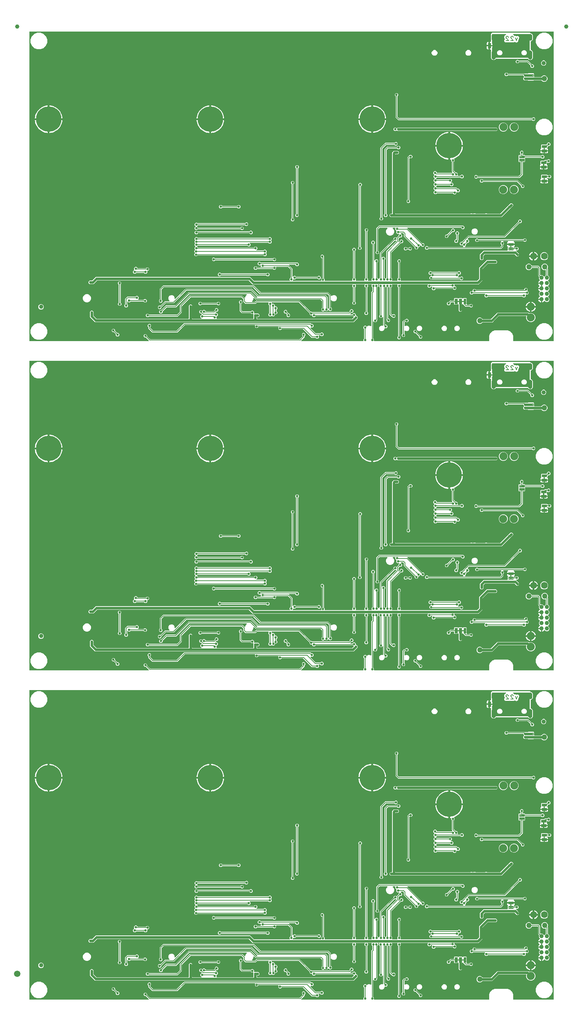
<source format=gbl>
G04 EAGLE Gerber RS-274X export*
G75*
%MOMM*%
%FSLAX34Y34*%
%LPD*%
%INBottom Copper*%
%IPPOS*%
%AMOC8*
5,1,8,0,0,1.08239X$1,22.5*%
G01*
%ADD10C,0.203200*%
%ADD11C,6.000000*%
%ADD12C,0.654000*%
%ADD13C,1.000000*%
%ADD14C,1.270000*%
%ADD15C,1.600000*%
%ADD16C,0.101600*%
%ADD17C,1.879600*%
%ADD18C,0.099059*%
%ADD19C,1.500000*%
%ADD20C,0.558800*%
%ADD21C,0.558800*%
%ADD22C,0.604000*%
%ADD23C,0.177800*%

G36*
X283649Y780039D02*
X283649Y780039D01*
X283679Y780036D01*
X283790Y780059D01*
X283902Y780075D01*
X283929Y780087D01*
X283957Y780092D01*
X284058Y780144D01*
X284161Y780191D01*
X284184Y780210D01*
X284210Y780223D01*
X284292Y780301D01*
X284378Y780374D01*
X284394Y780399D01*
X284416Y780419D01*
X284473Y780517D01*
X284536Y780611D01*
X284545Y780639D01*
X284559Y780664D01*
X284587Y780774D01*
X284622Y780882D01*
X284622Y780912D01*
X284630Y780940D01*
X284626Y781053D01*
X284629Y781166D01*
X284621Y781195D01*
X284621Y781224D01*
X284586Y781332D01*
X284557Y781441D01*
X284542Y781467D01*
X284533Y781495D01*
X284488Y781558D01*
X284412Y781686D01*
X284366Y781729D01*
X284338Y781768D01*
X277988Y788118D01*
X277918Y788170D01*
X277854Y788230D01*
X277805Y788256D01*
X277761Y788289D01*
X277679Y788320D01*
X277601Y788360D01*
X277554Y788368D01*
X277495Y788390D01*
X277348Y788402D01*
X277270Y788415D01*
X275176Y788415D01*
X272795Y790796D01*
X272795Y794164D01*
X275176Y796545D01*
X278544Y796545D01*
X280925Y794164D01*
X280925Y792070D01*
X280937Y791983D01*
X280940Y791896D01*
X280957Y791843D01*
X280965Y791788D01*
X281000Y791708D01*
X281027Y791625D01*
X281055Y791586D01*
X281081Y791529D01*
X281177Y791416D01*
X281222Y791352D01*
X287670Y784904D01*
X287740Y784852D01*
X287804Y784792D01*
X287853Y784766D01*
X287897Y784733D01*
X287979Y784702D01*
X288057Y784662D01*
X288104Y784654D01*
X288163Y784632D01*
X288310Y784620D01*
X288388Y784607D01*
X641252Y784607D01*
X641339Y784619D01*
X641426Y784622D01*
X641479Y784639D01*
X641534Y784647D01*
X641614Y784682D01*
X641697Y784709D01*
X641736Y784737D01*
X641793Y784763D01*
X641906Y784859D01*
X641970Y784904D01*
X648079Y791013D01*
X648114Y791060D01*
X648157Y791100D01*
X648199Y791173D01*
X648250Y791240D01*
X648271Y791295D01*
X648300Y791345D01*
X648321Y791427D01*
X648351Y791506D01*
X648356Y791564D01*
X648370Y791621D01*
X648368Y791705D01*
X648375Y791789D01*
X648363Y791846D01*
X648361Y791905D01*
X648335Y791985D01*
X648319Y792068D01*
X648292Y792120D01*
X648274Y792175D01*
X648234Y792232D01*
X648188Y792320D01*
X648119Y792392D01*
X648079Y792449D01*
X646937Y793590D01*
X646937Y796958D01*
X649318Y799339D01*
X652686Y799339D01*
X655067Y796958D01*
X655067Y793590D01*
X653586Y792110D01*
X653534Y792040D01*
X653474Y791976D01*
X653448Y791927D01*
X653415Y791883D01*
X653384Y791801D01*
X653344Y791723D01*
X653336Y791675D01*
X653314Y791617D01*
X653302Y791469D01*
X653289Y791392D01*
X653289Y789755D01*
X645302Y781768D01*
X645284Y781744D01*
X645262Y781725D01*
X645199Y781631D01*
X645131Y781541D01*
X645120Y781513D01*
X645104Y781489D01*
X645070Y781381D01*
X645030Y781275D01*
X645027Y781246D01*
X645018Y781218D01*
X645015Y781104D01*
X645006Y780992D01*
X645012Y780963D01*
X645011Y780934D01*
X645040Y780824D01*
X645062Y780713D01*
X645076Y780687D01*
X645083Y780659D01*
X645141Y780561D01*
X645193Y780461D01*
X645213Y780439D01*
X645228Y780414D01*
X645311Y780337D01*
X645389Y780255D01*
X645414Y780240D01*
X645435Y780220D01*
X645536Y780168D01*
X645634Y780111D01*
X645662Y780104D01*
X645689Y780090D01*
X645766Y780077D01*
X645910Y780041D01*
X645972Y780043D01*
X646020Y780035D01*
X791210Y780035D01*
X791268Y780043D01*
X791326Y780041D01*
X791408Y780063D01*
X791492Y780075D01*
X791545Y780098D01*
X791601Y780113D01*
X791674Y780156D01*
X791751Y780191D01*
X791796Y780229D01*
X791846Y780258D01*
X791904Y780320D01*
X791968Y780374D01*
X792000Y780423D01*
X792040Y780466D01*
X792079Y780541D01*
X792126Y780611D01*
X792143Y780667D01*
X792170Y780719D01*
X792181Y780787D01*
X792211Y780882D01*
X792214Y780982D01*
X792225Y781050D01*
X792225Y784512D01*
X793706Y785992D01*
X793758Y786062D01*
X793818Y786126D01*
X793844Y786175D01*
X793877Y786219D01*
X793908Y786301D01*
X793948Y786379D01*
X793956Y786427D01*
X793978Y786485D01*
X793990Y786633D01*
X794003Y786710D01*
X794003Y808054D01*
X793991Y808140D01*
X793988Y808228D01*
X793971Y808280D01*
X793963Y808335D01*
X793928Y808415D01*
X793901Y808498D01*
X793873Y808538D01*
X793847Y808595D01*
X793751Y808708D01*
X793706Y808772D01*
X792029Y810448D01*
X792029Y813816D01*
X794410Y816197D01*
X797778Y816197D01*
X799410Y814565D01*
X799456Y814530D01*
X799497Y814487D01*
X799569Y814445D01*
X799637Y814394D01*
X799691Y814373D01*
X799742Y814344D01*
X799823Y814323D01*
X799902Y814293D01*
X799961Y814288D01*
X800017Y814273D01*
X800102Y814276D01*
X800186Y814269D01*
X800243Y814281D01*
X800301Y814282D01*
X800382Y814308D01*
X800464Y814325D01*
X800516Y814352D01*
X800572Y814370D01*
X800628Y814410D01*
X800717Y814456D01*
X800789Y814525D01*
X800845Y814565D01*
X801863Y815583D01*
X804171Y816539D01*
X806669Y816539D01*
X809109Y815528D01*
X809221Y815499D01*
X809330Y815464D01*
X809358Y815464D01*
X809385Y815457D01*
X809499Y815460D01*
X809614Y815457D01*
X809641Y815464D01*
X809669Y815465D01*
X809778Y815500D01*
X809889Y815529D01*
X809913Y815543D01*
X809940Y815552D01*
X810035Y815616D01*
X810134Y815674D01*
X810153Y815695D01*
X810176Y815710D01*
X810250Y815798D01*
X810328Y815882D01*
X810341Y815906D01*
X810359Y815928D01*
X810405Y816032D01*
X810458Y816135D01*
X810462Y816159D01*
X810474Y816187D01*
X810511Y816451D01*
X810513Y816466D01*
X810513Y895154D01*
X812756Y897397D01*
X812808Y897467D01*
X812868Y897531D01*
X812894Y897580D01*
X812927Y897624D01*
X812958Y897706D01*
X812998Y897784D01*
X813006Y897831D01*
X813028Y897890D01*
X813040Y898037D01*
X813053Y898115D01*
X813053Y906708D01*
X813041Y906794D01*
X813038Y906882D01*
X813021Y906934D01*
X813013Y906989D01*
X812978Y907069D01*
X812951Y907152D01*
X812923Y907192D01*
X812897Y907249D01*
X812801Y907362D01*
X812756Y907426D01*
X811275Y908906D01*
X811275Y912274D01*
X811414Y912412D01*
X811431Y912436D01*
X811454Y912455D01*
X811516Y912549D01*
X811585Y912639D01*
X811595Y912667D01*
X811611Y912691D01*
X811646Y912799D01*
X811686Y912905D01*
X811688Y912934D01*
X811697Y912962D01*
X811700Y913075D01*
X811709Y913188D01*
X811704Y913217D01*
X811704Y913246D01*
X811676Y913356D01*
X811654Y913467D01*
X811640Y913493D01*
X811633Y913521D01*
X811575Y913619D01*
X811523Y913719D01*
X811502Y913741D01*
X811487Y913766D01*
X811405Y913843D01*
X811327Y913925D01*
X811301Y913940D01*
X811280Y913960D01*
X811179Y914012D01*
X811082Y914069D01*
X811053Y914076D01*
X811027Y914090D01*
X810950Y914103D01*
X810806Y914139D01*
X810743Y914137D01*
X810696Y914145D01*
X803474Y914145D01*
X803445Y914141D01*
X803416Y914144D01*
X803305Y914121D01*
X803193Y914105D01*
X803166Y914093D01*
X803137Y914088D01*
X803037Y914036D01*
X802933Y913989D01*
X802911Y913970D01*
X802885Y913957D01*
X802803Y913879D01*
X802716Y913806D01*
X802700Y913781D01*
X802679Y913761D01*
X802621Y913663D01*
X802559Y913569D01*
X802550Y913541D01*
X802535Y913516D01*
X802507Y913406D01*
X802473Y913298D01*
X802472Y913269D01*
X802465Y913240D01*
X802468Y913127D01*
X802466Y913014D01*
X802473Y912985D01*
X802474Y912956D01*
X802509Y912848D01*
X802537Y912739D01*
X802552Y912713D01*
X802561Y912685D01*
X802607Y912621D01*
X802683Y912494D01*
X802728Y912451D01*
X802756Y912412D01*
X802895Y912274D01*
X802895Y908906D01*
X801800Y907812D01*
X801748Y907742D01*
X801688Y907678D01*
X801662Y907629D01*
X801629Y907584D01*
X801598Y907503D01*
X801558Y907425D01*
X801550Y907377D01*
X801528Y907319D01*
X801516Y907171D01*
X801503Y907094D01*
X801503Y849454D01*
X801515Y849367D01*
X801518Y849280D01*
X801535Y849227D01*
X801543Y849173D01*
X801578Y849093D01*
X801605Y849009D01*
X801633Y848970D01*
X801659Y848913D01*
X801755Y848800D01*
X801800Y848736D01*
X802925Y847612D01*
X802925Y844244D01*
X800544Y841863D01*
X797176Y841863D01*
X794795Y844244D01*
X794795Y847612D01*
X796632Y849449D01*
X796684Y849518D01*
X796744Y849582D01*
X796770Y849632D01*
X796803Y849676D01*
X796834Y849757D01*
X796874Y849835D01*
X796882Y849883D01*
X796904Y849941D01*
X796916Y850089D01*
X796929Y850166D01*
X796929Y906322D01*
X796917Y906408D01*
X796914Y906496D01*
X796897Y906548D01*
X796889Y906603D01*
X796854Y906683D01*
X796827Y906766D01*
X796799Y906806D01*
X796773Y906863D01*
X796677Y906976D01*
X796632Y907040D01*
X794765Y908906D01*
X794765Y912274D01*
X794904Y912412D01*
X794921Y912436D01*
X794944Y912455D01*
X795006Y912549D01*
X795075Y912639D01*
X795085Y912667D01*
X795101Y912691D01*
X795136Y912799D01*
X795176Y912905D01*
X795178Y912934D01*
X795187Y912962D01*
X795190Y913075D01*
X795199Y913188D01*
X795194Y913217D01*
X795194Y913246D01*
X795166Y913356D01*
X795144Y913467D01*
X795130Y913493D01*
X795123Y913521D01*
X795065Y913619D01*
X795013Y913719D01*
X794992Y913741D01*
X794977Y913766D01*
X794895Y913843D01*
X794817Y913925D01*
X794791Y913940D01*
X794770Y913960D01*
X794669Y914012D01*
X794572Y914069D01*
X794543Y914076D01*
X794517Y914090D01*
X794440Y914103D01*
X794296Y914139D01*
X794233Y914137D01*
X794186Y914145D01*
X774772Y914145D01*
X774743Y914141D01*
X774714Y914144D01*
X774603Y914121D01*
X774491Y914105D01*
X774464Y914093D01*
X774435Y914088D01*
X774335Y914036D01*
X774231Y913989D01*
X774209Y913970D01*
X774183Y913957D01*
X774101Y913879D01*
X774014Y913806D01*
X773998Y913781D01*
X773977Y913761D01*
X773919Y913663D01*
X773857Y913569D01*
X773848Y913541D01*
X773833Y913516D01*
X773805Y913406D01*
X773771Y913298D01*
X773770Y913269D01*
X773763Y913240D01*
X773766Y913127D01*
X773764Y913014D01*
X773771Y912985D01*
X773772Y912956D01*
X773807Y912848D01*
X773835Y912739D01*
X773850Y912713D01*
X773859Y912685D01*
X773905Y912621D01*
X773981Y912494D01*
X774026Y912451D01*
X774054Y912412D01*
X774193Y912274D01*
X774193Y908906D01*
X772712Y907426D01*
X772660Y907356D01*
X772600Y907292D01*
X772574Y907243D01*
X772541Y907198D01*
X772510Y907117D01*
X772470Y907039D01*
X772462Y906991D01*
X772440Y906933D01*
X772428Y906785D01*
X772415Y906708D01*
X772415Y874086D01*
X772427Y874000D01*
X772430Y873912D01*
X772447Y873860D01*
X772455Y873805D01*
X772490Y873725D01*
X772517Y873642D01*
X772545Y873602D01*
X772571Y873545D01*
X772667Y873432D01*
X772712Y873368D01*
X774193Y871888D01*
X774193Y868520D01*
X771812Y866139D01*
X768444Y866139D01*
X766063Y868520D01*
X766063Y871888D01*
X767544Y873368D01*
X767596Y873438D01*
X767656Y873502D01*
X767682Y873551D01*
X767715Y873596D01*
X767746Y873677D01*
X767786Y873755D01*
X767794Y873803D01*
X767816Y873861D01*
X767828Y874009D01*
X767841Y874086D01*
X767841Y906708D01*
X767829Y906794D01*
X767826Y906882D01*
X767809Y906934D01*
X767801Y906989D01*
X767766Y907069D01*
X767739Y907152D01*
X767711Y907192D01*
X767685Y907249D01*
X767589Y907362D01*
X767544Y907426D01*
X766063Y908906D01*
X766063Y912274D01*
X766202Y912412D01*
X766219Y912436D01*
X766242Y912455D01*
X766304Y912549D01*
X766373Y912639D01*
X766383Y912667D01*
X766399Y912691D01*
X766434Y912799D01*
X766474Y912905D01*
X766476Y912934D01*
X766485Y912962D01*
X766488Y913075D01*
X766497Y913188D01*
X766492Y913217D01*
X766492Y913246D01*
X766464Y913356D01*
X766442Y913467D01*
X766428Y913493D01*
X766421Y913521D01*
X766363Y913619D01*
X766311Y913719D01*
X766290Y913741D01*
X766275Y913766D01*
X766193Y913843D01*
X766115Y913925D01*
X766089Y913940D01*
X766068Y913960D01*
X765967Y914012D01*
X765870Y914069D01*
X765841Y914076D01*
X765815Y914090D01*
X765738Y914103D01*
X765594Y914139D01*
X765531Y914137D01*
X765484Y914145D01*
X541092Y914145D01*
X541006Y914133D01*
X540918Y914130D01*
X540866Y914113D01*
X540811Y914105D01*
X540731Y914070D01*
X540648Y914043D01*
X540608Y914015D01*
X540551Y913989D01*
X540438Y913893D01*
X540435Y913891D01*
X530446Y913891D01*
X521346Y922992D01*
X521276Y923044D01*
X521212Y923104D01*
X521163Y923130D01*
X521119Y923163D01*
X521037Y923194D01*
X520959Y923234D01*
X520911Y923242D01*
X520853Y923264D01*
X520705Y923276D01*
X520628Y923289D01*
X163648Y923289D01*
X163562Y923277D01*
X163474Y923274D01*
X163422Y923257D01*
X163367Y923249D01*
X163287Y923214D01*
X163204Y923187D01*
X163164Y923159D01*
X163107Y923133D01*
X162994Y923037D01*
X162930Y922992D01*
X154846Y914907D01*
X145382Y914907D01*
X143001Y917288D01*
X143001Y920656D01*
X145382Y923037D01*
X151058Y923037D01*
X151144Y923049D01*
X151232Y923052D01*
X151284Y923069D01*
X151339Y923077D01*
X151419Y923112D01*
X151502Y923139D01*
X151542Y923167D01*
X151599Y923193D01*
X151712Y923289D01*
X151776Y923334D01*
X159860Y931419D01*
X524416Y931419D01*
X527094Y928740D01*
X533516Y922318D01*
X533586Y922266D01*
X533650Y922206D01*
X533699Y922180D01*
X533743Y922147D01*
X533825Y922116D01*
X533903Y922076D01*
X533951Y922068D01*
X534009Y922046D01*
X534157Y922034D01*
X534234Y922021D01*
X536630Y922021D01*
X536716Y922033D01*
X536804Y922036D01*
X536856Y922053D01*
X536911Y922061D01*
X536991Y922096D01*
X537074Y922123D01*
X537114Y922151D01*
X537171Y922177D01*
X537284Y922273D01*
X537287Y922275D01*
X617656Y922275D01*
X617685Y922279D01*
X617714Y922276D01*
X617825Y922299D01*
X617937Y922315D01*
X617964Y922327D01*
X617993Y922332D01*
X618094Y922385D01*
X618197Y922431D01*
X618219Y922450D01*
X618245Y922463D01*
X618327Y922541D01*
X618414Y922614D01*
X618430Y922639D01*
X618451Y922659D01*
X618509Y922757D01*
X618571Y922851D01*
X618580Y922879D01*
X618595Y922904D01*
X618623Y923014D01*
X618657Y923122D01*
X618658Y923152D01*
X618665Y923180D01*
X618662Y923293D01*
X618664Y923406D01*
X618657Y923435D01*
X618656Y923464D01*
X618621Y923572D01*
X618593Y923681D01*
X618578Y923707D01*
X618569Y923735D01*
X618523Y923799D01*
X618447Y923926D01*
X618402Y923969D01*
X618374Y924008D01*
X617981Y924400D01*
X617981Y927768D01*
X619462Y929248D01*
X619514Y929318D01*
X619574Y929382D01*
X619600Y929431D01*
X619633Y929476D01*
X619664Y929557D01*
X619704Y929635D01*
X619712Y929683D01*
X619734Y929741D01*
X619746Y929889D01*
X619759Y929966D01*
X619759Y948846D01*
X619747Y948933D01*
X619744Y949020D01*
X619727Y949073D01*
X619719Y949128D01*
X619684Y949208D01*
X619657Y949291D01*
X619629Y949330D01*
X619603Y949387D01*
X619507Y949500D01*
X619462Y949564D01*
X614030Y954996D01*
X613960Y955048D01*
X613896Y955108D01*
X613847Y955134D01*
X613803Y955167D01*
X613721Y955198D01*
X613643Y955238D01*
X613596Y955246D01*
X613537Y955268D01*
X613390Y955280D01*
X613312Y955293D01*
X586740Y955293D01*
X586682Y955285D01*
X586624Y955287D01*
X586542Y955265D01*
X586458Y955253D01*
X586405Y955230D01*
X586349Y955215D01*
X586276Y955172D01*
X586199Y955137D01*
X586154Y955099D01*
X586104Y955070D01*
X586046Y955008D01*
X585982Y954954D01*
X585950Y954905D01*
X585910Y954862D01*
X585871Y954787D01*
X585824Y954717D01*
X585807Y954661D01*
X585780Y954609D01*
X585769Y954541D01*
X585739Y954446D01*
X585736Y954346D01*
X585725Y954278D01*
X585725Y950816D01*
X583344Y948435D01*
X579976Y948435D01*
X578496Y949916D01*
X578426Y949968D01*
X578362Y950028D01*
X578313Y950054D01*
X578268Y950087D01*
X578187Y950118D01*
X578109Y950158D01*
X578061Y950166D01*
X578003Y950188D01*
X577855Y950200D01*
X577778Y950213D01*
X541092Y950213D01*
X541006Y950201D01*
X540918Y950198D01*
X540866Y950181D01*
X540811Y950173D01*
X540731Y950138D01*
X540648Y950111D01*
X540608Y950083D01*
X540551Y950057D01*
X540438Y949961D01*
X540374Y949916D01*
X538894Y948435D01*
X535526Y948435D01*
X533145Y950816D01*
X533145Y954184D01*
X535526Y956565D01*
X538894Y956565D01*
X540374Y955084D01*
X540444Y955032D01*
X540508Y954972D01*
X540557Y954946D01*
X540602Y954913D01*
X540683Y954882D01*
X540761Y954842D01*
X540809Y954834D01*
X540867Y954812D01*
X541015Y954800D01*
X541092Y954787D01*
X548640Y954787D01*
X548698Y954795D01*
X548756Y954793D01*
X548838Y954815D01*
X548922Y954827D01*
X548975Y954850D01*
X549031Y954865D01*
X549104Y954908D01*
X549181Y954943D01*
X549226Y954981D01*
X549276Y955010D01*
X549334Y955072D01*
X549398Y955126D01*
X549430Y955175D01*
X549470Y955218D01*
X549509Y955293D01*
X549556Y955363D01*
X549573Y955419D01*
X549600Y955471D01*
X549611Y955539D01*
X549641Y955634D01*
X549644Y955734D01*
X549655Y955802D01*
X549655Y957834D01*
X549647Y957892D01*
X549649Y957950D01*
X549627Y958032D01*
X549615Y958116D01*
X549592Y958169D01*
X549577Y958225D01*
X549534Y958298D01*
X549499Y958375D01*
X549461Y958420D01*
X549432Y958470D01*
X549370Y958528D01*
X549316Y958592D01*
X549267Y958624D01*
X549224Y958664D01*
X549149Y958703D01*
X549079Y958750D01*
X549023Y958767D01*
X548971Y958794D01*
X548903Y958805D01*
X548808Y958835D01*
X548708Y958838D01*
X548640Y958849D01*
X544924Y958849D01*
X542543Y961230D01*
X542543Y964598D01*
X544924Y966979D01*
X548292Y966979D01*
X549772Y965498D01*
X549842Y965446D01*
X549906Y965386D01*
X549955Y965360D01*
X550000Y965327D01*
X550081Y965296D01*
X550159Y965256D01*
X550207Y965248D01*
X550265Y965226D01*
X550413Y965214D01*
X550490Y965201D01*
X633150Y965201D01*
X633236Y965213D01*
X633324Y965216D01*
X633376Y965233D01*
X633431Y965241D01*
X633511Y965276D01*
X633594Y965303D01*
X633634Y965331D01*
X633691Y965357D01*
X633804Y965453D01*
X633807Y965455D01*
X637192Y965455D01*
X639573Y963074D01*
X639573Y959706D01*
X637192Y957325D01*
X633824Y957325D01*
X631436Y959713D01*
X631437Y959728D01*
X631415Y959810D01*
X631403Y959894D01*
X631380Y959947D01*
X631365Y960003D01*
X631322Y960076D01*
X631287Y960153D01*
X631249Y960198D01*
X631220Y960248D01*
X631158Y960306D01*
X631104Y960370D01*
X631055Y960402D01*
X631012Y960442D01*
X630937Y960481D01*
X630867Y960528D01*
X630811Y960545D01*
X630759Y960572D01*
X630691Y960583D01*
X630596Y960613D01*
X630496Y960616D01*
X630428Y960627D01*
X617318Y960627D01*
X617289Y960623D01*
X617259Y960626D01*
X617148Y960603D01*
X617036Y960587D01*
X617009Y960575D01*
X616981Y960570D01*
X616880Y960518D01*
X616777Y960471D01*
X616754Y960452D01*
X616728Y960439D01*
X616646Y960361D01*
X616560Y960288D01*
X616543Y960263D01*
X616522Y960243D01*
X616465Y960145D01*
X616402Y960051D01*
X616393Y960023D01*
X616379Y959998D01*
X616351Y959888D01*
X616316Y959780D01*
X616316Y959750D01*
X616308Y959722D01*
X616312Y959609D01*
X616309Y959496D01*
X616317Y959467D01*
X616317Y959438D01*
X616352Y959330D01*
X616381Y959221D01*
X616396Y959195D01*
X616405Y959167D01*
X616450Y959104D01*
X616526Y958976D01*
X616572Y958933D01*
X616600Y958894D01*
X622696Y952798D01*
X624333Y951161D01*
X624333Y933014D01*
X624337Y932985D01*
X624334Y932956D01*
X624357Y932845D01*
X624373Y932733D01*
X624385Y932706D01*
X624390Y932677D01*
X624443Y932576D01*
X624489Y932473D01*
X624508Y932451D01*
X624521Y932425D01*
X624599Y932343D01*
X624672Y932256D01*
X624697Y932240D01*
X624717Y932219D01*
X624815Y932162D01*
X624909Y932099D01*
X624937Y932090D01*
X624962Y932075D01*
X625072Y932047D01*
X625180Y932013D01*
X625210Y932012D01*
X625238Y932005D01*
X625351Y932008D01*
X625464Y932006D01*
X625493Y932013D01*
X625522Y932014D01*
X625630Y932049D01*
X625739Y932077D01*
X625765Y932092D01*
X625793Y932101D01*
X625856Y932147D01*
X625984Y932223D01*
X626027Y932268D01*
X626066Y932296D01*
X627728Y933959D01*
X631096Y933959D01*
X632068Y932986D01*
X632138Y932934D01*
X632202Y932874D01*
X632251Y932848D01*
X632296Y932815D01*
X632377Y932784D01*
X632455Y932744D01*
X632503Y932736D01*
X632561Y932714D01*
X632709Y932702D01*
X632786Y932689D01*
X683696Y932689D01*
X683782Y932701D01*
X683870Y932704D01*
X683923Y932721D01*
X683977Y932729D01*
X684057Y932764D01*
X684140Y932791D01*
X684180Y932819D01*
X684237Y932845D01*
X684350Y932941D01*
X684414Y932986D01*
X685640Y934213D01*
X689008Y934213D01*
X691389Y931832D01*
X691389Y928256D01*
X691360Y928247D01*
X691251Y928219D01*
X691225Y928204D01*
X691197Y928195D01*
X691134Y928149D01*
X691006Y928073D01*
X690963Y928028D01*
X690924Y928000D01*
X689008Y926083D01*
X685640Y926083D01*
X683906Y927818D01*
X683836Y927870D01*
X683772Y927930D01*
X683723Y927956D01*
X683679Y927989D01*
X683597Y928020D01*
X683519Y928060D01*
X683471Y928068D01*
X683413Y928090D01*
X683265Y928102D01*
X683188Y928115D01*
X633802Y928115D01*
X633716Y928103D01*
X633628Y928100D01*
X633576Y928083D01*
X633521Y928075D01*
X633441Y928040D01*
X633358Y928013D01*
X633318Y927985D01*
X633261Y927959D01*
X633148Y927863D01*
X633084Y927818D01*
X631096Y925829D01*
X627690Y925829D01*
X627617Y925885D01*
X627589Y925895D01*
X627565Y925911D01*
X627457Y925946D01*
X627351Y925986D01*
X627322Y925988D01*
X627294Y925997D01*
X627181Y926000D01*
X627068Y926009D01*
X627039Y926004D01*
X627010Y926004D01*
X626900Y925976D01*
X626789Y925954D01*
X626763Y925940D01*
X626735Y925933D01*
X626637Y925875D01*
X626537Y925823D01*
X626515Y925802D01*
X626490Y925787D01*
X626413Y925705D01*
X626331Y925627D01*
X626316Y925601D01*
X626296Y925580D01*
X626244Y925479D01*
X626187Y925382D01*
X626180Y925353D01*
X626166Y925327D01*
X626153Y925250D01*
X626117Y925106D01*
X626119Y925043D01*
X626111Y924996D01*
X626111Y924400D01*
X625718Y924008D01*
X625701Y923984D01*
X625678Y923965D01*
X625615Y923871D01*
X625547Y923781D01*
X625537Y923753D01*
X625521Y923729D01*
X625486Y923621D01*
X625446Y923515D01*
X625444Y923486D01*
X625435Y923458D01*
X625432Y923344D01*
X625423Y923232D01*
X625428Y923203D01*
X625428Y923174D01*
X625456Y923064D01*
X625478Y922953D01*
X625492Y922927D01*
X625499Y922899D01*
X625557Y922801D01*
X625609Y922701D01*
X625630Y922679D01*
X625645Y922654D01*
X625727Y922577D01*
X625805Y922495D01*
X625831Y922480D01*
X625852Y922460D01*
X625953Y922408D01*
X626051Y922351D01*
X626079Y922344D01*
X626105Y922330D01*
X626182Y922317D01*
X626326Y922281D01*
X626389Y922283D01*
X626436Y922275D01*
X691642Y922275D01*
X691700Y922283D01*
X691758Y922281D01*
X691840Y922303D01*
X691924Y922315D01*
X691977Y922338D01*
X692033Y922353D01*
X692106Y922396D01*
X692183Y922431D01*
X692228Y922469D01*
X692278Y922498D01*
X692336Y922560D01*
X692400Y922614D01*
X692432Y922663D01*
X692472Y922706D01*
X692511Y922781D01*
X692558Y922851D01*
X692575Y922907D01*
X692602Y922959D01*
X692613Y923027D01*
X692643Y923122D01*
X692646Y923222D01*
X692657Y923290D01*
X692657Y927087D01*
X692686Y927096D01*
X692795Y927124D01*
X692821Y927139D01*
X692849Y927148D01*
X692913Y927194D01*
X693040Y927270D01*
X693083Y927315D01*
X693122Y927343D01*
X694138Y928359D01*
X694190Y928429D01*
X694250Y928493D01*
X694276Y928542D01*
X694309Y928587D01*
X694340Y928668D01*
X694380Y928746D01*
X694388Y928794D01*
X694410Y928852D01*
X694422Y929000D01*
X694435Y929077D01*
X694435Y974852D01*
X694427Y974910D01*
X694429Y974968D01*
X694407Y975050D01*
X694395Y975134D01*
X694372Y975187D01*
X694357Y975243D01*
X694314Y975316D01*
X694279Y975393D01*
X694241Y975438D01*
X694212Y975488D01*
X694150Y975546D01*
X694096Y975610D01*
X694047Y975642D01*
X694004Y975682D01*
X693929Y975721D01*
X693859Y975768D01*
X693803Y975785D01*
X693751Y975812D01*
X693683Y975823D01*
X693588Y975853D01*
X693488Y975856D01*
X693420Y975867D01*
X693260Y975867D01*
X690879Y978248D01*
X690879Y981616D01*
X693260Y983997D01*
X696628Y983997D01*
X699009Y981616D01*
X699009Y929077D01*
X699021Y928991D01*
X699024Y928903D01*
X699041Y928851D01*
X699049Y928796D01*
X699084Y928716D01*
X699111Y928633D01*
X699139Y928593D01*
X699165Y928536D01*
X699261Y928423D01*
X699306Y928359D01*
X700787Y926879D01*
X700787Y923290D01*
X700795Y923232D01*
X700793Y923174D01*
X700815Y923092D01*
X700827Y923008D01*
X700850Y922955D01*
X700865Y922899D01*
X700908Y922826D01*
X700943Y922749D01*
X700981Y922704D01*
X701010Y922654D01*
X701072Y922596D01*
X701126Y922532D01*
X701175Y922500D01*
X701218Y922460D01*
X701293Y922421D01*
X701363Y922374D01*
X701419Y922357D01*
X701471Y922330D01*
X701539Y922319D01*
X701634Y922289D01*
X701734Y922286D01*
X701802Y922275D01*
X765230Y922275D01*
X765259Y922279D01*
X765288Y922276D01*
X765399Y922299D01*
X765511Y922315D01*
X765538Y922327D01*
X765567Y922332D01*
X765668Y922385D01*
X765771Y922431D01*
X765793Y922450D01*
X765819Y922463D01*
X765902Y922541D01*
X765988Y922614D01*
X766004Y922639D01*
X766025Y922659D01*
X766083Y922757D01*
X766145Y922851D01*
X766154Y922879D01*
X766169Y922904D01*
X766197Y923014D01*
X766231Y923122D01*
X766232Y923151D01*
X766239Y923180D01*
X766236Y923293D01*
X766238Y923406D01*
X766231Y923435D01*
X766230Y923464D01*
X766195Y923572D01*
X766167Y923681D01*
X766152Y923707D01*
X766143Y923735D01*
X766097Y923799D01*
X766063Y923855D01*
X766063Y927260D01*
X767544Y928740D01*
X767596Y928810D01*
X767656Y928874D01*
X767682Y928923D01*
X767715Y928968D01*
X767746Y929049D01*
X767786Y929127D01*
X767794Y929175D01*
X767816Y929233D01*
X767828Y929381D01*
X767841Y929458D01*
X767841Y992306D01*
X767829Y992392D01*
X767826Y992480D01*
X767809Y992532D01*
X767801Y992587D01*
X767766Y992667D01*
X767739Y992750D01*
X767711Y992790D01*
X767685Y992847D01*
X767589Y992960D01*
X767544Y993024D01*
X766063Y994504D01*
X766063Y997872D01*
X768444Y1000253D01*
X771812Y1000253D01*
X774193Y997872D01*
X774193Y994504D01*
X772712Y993024D01*
X772660Y992954D01*
X772600Y992890D01*
X772574Y992841D01*
X772541Y992796D01*
X772510Y992715D01*
X772470Y992637D01*
X772462Y992589D01*
X772440Y992531D01*
X772428Y992383D01*
X772415Y992306D01*
X772415Y929458D01*
X772427Y929372D01*
X772430Y929284D01*
X772447Y929232D01*
X772455Y929177D01*
X772490Y929097D01*
X772517Y929014D01*
X772545Y928974D01*
X772571Y928917D01*
X772667Y928804D01*
X772712Y928740D01*
X774193Y927260D01*
X774193Y923854D01*
X774137Y923781D01*
X774127Y923753D01*
X774111Y923729D01*
X774076Y923621D01*
X774036Y923515D01*
X774034Y923486D01*
X774025Y923458D01*
X774022Y923345D01*
X774013Y923232D01*
X774018Y923203D01*
X774018Y923174D01*
X774046Y923064D01*
X774068Y922953D01*
X774082Y922927D01*
X774089Y922899D01*
X774147Y922801D01*
X774199Y922701D01*
X774220Y922679D01*
X774235Y922654D01*
X774317Y922577D01*
X774395Y922495D01*
X774421Y922480D01*
X774442Y922460D01*
X774543Y922408D01*
X774640Y922351D01*
X774669Y922344D01*
X774695Y922330D01*
X774772Y922317D01*
X774916Y922281D01*
X774979Y922283D01*
X775026Y922275D01*
X793932Y922275D01*
X793961Y922279D01*
X793990Y922276D01*
X794101Y922299D01*
X794213Y922315D01*
X794240Y922327D01*
X794269Y922332D01*
X794370Y922385D01*
X794473Y922431D01*
X794495Y922450D01*
X794521Y922463D01*
X794604Y922541D01*
X794690Y922614D01*
X794706Y922639D01*
X794727Y922659D01*
X794785Y922757D01*
X794847Y922851D01*
X794856Y922879D01*
X794871Y922904D01*
X794899Y923014D01*
X794933Y923122D01*
X794934Y923151D01*
X794941Y923180D01*
X794938Y923293D01*
X794940Y923406D01*
X794933Y923435D01*
X794932Y923464D01*
X794897Y923572D01*
X794869Y923681D01*
X794854Y923707D01*
X794845Y923735D01*
X794799Y923799D01*
X794765Y923855D01*
X794765Y927260D01*
X796246Y928740D01*
X796298Y928810D01*
X796358Y928874D01*
X796384Y928923D01*
X796417Y928968D01*
X796448Y929049D01*
X796488Y929127D01*
X796496Y929175D01*
X796518Y929233D01*
X796530Y929381D01*
X796543Y929458D01*
X796543Y1038788D01*
X796531Y1038874D01*
X796528Y1038962D01*
X796511Y1039014D01*
X796503Y1039069D01*
X796468Y1039149D01*
X796441Y1039232D01*
X796413Y1039272D01*
X796387Y1039329D01*
X796291Y1039442D01*
X796246Y1039506D01*
X795273Y1040478D01*
X795273Y1043846D01*
X797654Y1046227D01*
X801022Y1046227D01*
X803403Y1043846D01*
X803403Y1040478D01*
X801414Y1038490D01*
X801362Y1038420D01*
X801302Y1038356D01*
X801276Y1038307D01*
X801243Y1038262D01*
X801212Y1038181D01*
X801172Y1038103D01*
X801164Y1038055D01*
X801142Y1037997D01*
X801130Y1037849D01*
X801117Y1037772D01*
X801117Y929458D01*
X801129Y929372D01*
X801132Y929284D01*
X801149Y929232D01*
X801157Y929177D01*
X801192Y929097D01*
X801219Y929014D01*
X801247Y928974D01*
X801273Y928917D01*
X801369Y928804D01*
X801414Y928740D01*
X802895Y927260D01*
X802895Y923854D01*
X802839Y923781D01*
X802829Y923753D01*
X802813Y923729D01*
X802778Y923621D01*
X802738Y923515D01*
X802736Y923486D01*
X802727Y923458D01*
X802724Y923345D01*
X802715Y923232D01*
X802720Y923203D01*
X802720Y923174D01*
X802748Y923064D01*
X802770Y922953D01*
X802784Y922927D01*
X802791Y922899D01*
X802849Y922801D01*
X802901Y922701D01*
X802922Y922679D01*
X802937Y922654D01*
X803019Y922577D01*
X803097Y922495D01*
X803123Y922480D01*
X803144Y922460D01*
X803245Y922408D01*
X803342Y922351D01*
X803371Y922344D01*
X803397Y922330D01*
X803474Y922317D01*
X803618Y922281D01*
X803681Y922283D01*
X803728Y922275D01*
X810442Y922275D01*
X810471Y922279D01*
X810500Y922276D01*
X810611Y922299D01*
X810723Y922315D01*
X810750Y922327D01*
X810779Y922332D01*
X810880Y922385D01*
X810983Y922431D01*
X811005Y922450D01*
X811031Y922463D01*
X811114Y922541D01*
X811200Y922614D01*
X811216Y922639D01*
X811237Y922659D01*
X811295Y922757D01*
X811357Y922851D01*
X811366Y922879D01*
X811381Y922904D01*
X811409Y923014D01*
X811443Y923122D01*
X811444Y923151D01*
X811451Y923180D01*
X811448Y923293D01*
X811450Y923406D01*
X811443Y923435D01*
X811442Y923464D01*
X811407Y923572D01*
X811379Y923681D01*
X811364Y923707D01*
X811355Y923735D01*
X811309Y923799D01*
X811275Y923855D01*
X811275Y927260D01*
X812502Y928486D01*
X812554Y928556D01*
X812614Y928620D01*
X812640Y928669D01*
X812673Y928714D01*
X812704Y928795D01*
X812744Y928873D01*
X812752Y928921D01*
X812774Y928979D01*
X812785Y929106D01*
X812785Y929109D01*
X812786Y929118D01*
X812786Y929127D01*
X812799Y929204D01*
X812799Y1008816D01*
X812787Y1008902D01*
X812784Y1008990D01*
X812767Y1009042D01*
X812759Y1009097D01*
X812724Y1009177D01*
X812697Y1009260D01*
X812669Y1009300D01*
X812643Y1009357D01*
X812547Y1009470D01*
X812502Y1009534D01*
X811021Y1011014D01*
X811021Y1014382D01*
X813402Y1016763D01*
X816770Y1016763D01*
X819151Y1014382D01*
X819151Y1011014D01*
X817670Y1009534D01*
X817618Y1009464D01*
X817558Y1009400D01*
X817532Y1009351D01*
X817499Y1009306D01*
X817468Y1009225D01*
X817428Y1009147D01*
X817420Y1009099D01*
X817398Y1009041D01*
X817386Y1008893D01*
X817373Y1008816D01*
X817373Y971876D01*
X817377Y971847D01*
X817374Y971818D01*
X817397Y971707D01*
X817413Y971595D01*
X817425Y971568D01*
X817430Y971539D01*
X817483Y971439D01*
X817529Y971335D01*
X817548Y971313D01*
X817561Y971287D01*
X817639Y971205D01*
X817712Y971118D01*
X817737Y971102D01*
X817757Y971081D01*
X817855Y971023D01*
X817949Y970961D01*
X817977Y970952D01*
X818002Y970937D01*
X818112Y970909D01*
X818220Y970875D01*
X818250Y970874D01*
X818278Y970867D01*
X818391Y970870D01*
X818504Y970868D01*
X818533Y970875D01*
X818562Y970876D01*
X818670Y970911D01*
X818779Y970939D01*
X818805Y970954D01*
X818833Y970963D01*
X818896Y971009D01*
X819024Y971085D01*
X819067Y971130D01*
X819106Y971158D01*
X821276Y973329D01*
X824644Y973329D01*
X827025Y970948D01*
X827025Y967580D01*
X825544Y966100D01*
X825492Y966030D01*
X825432Y965966D01*
X825406Y965917D01*
X825373Y965872D01*
X825342Y965791D01*
X825302Y965713D01*
X825294Y965665D01*
X825272Y965607D01*
X825260Y965459D01*
X825247Y965382D01*
X825247Y929712D01*
X825259Y929626D01*
X825262Y929538D01*
X825279Y929486D01*
X825287Y929431D01*
X825322Y929351D01*
X825349Y929268D01*
X825377Y929228D01*
X825403Y929171D01*
X825499Y929058D01*
X825544Y928994D01*
X827449Y927089D01*
X827496Y927054D01*
X827536Y927012D01*
X827609Y926969D01*
X827676Y926918D01*
X827731Y926898D01*
X827781Y926868D01*
X827863Y926847D01*
X827942Y926817D01*
X828000Y926812D01*
X828057Y926798D01*
X828141Y926801D01*
X828225Y926794D01*
X828283Y926805D01*
X828341Y926807D01*
X828421Y926833D01*
X828504Y926849D01*
X828556Y926876D01*
X828612Y926894D01*
X828668Y926935D01*
X828756Y926980D01*
X828829Y927049D01*
X828885Y927089D01*
X830536Y928740D01*
X830588Y928810D01*
X830648Y928874D01*
X830674Y928923D01*
X830707Y928968D01*
X830738Y929049D01*
X830778Y929127D01*
X830786Y929175D01*
X830808Y929233D01*
X830820Y929381D01*
X830833Y929458D01*
X830833Y988499D01*
X862794Y1020460D01*
X862846Y1020530D01*
X862906Y1020594D01*
X862932Y1020643D01*
X862965Y1020687D01*
X862996Y1020769D01*
X863036Y1020847D01*
X863044Y1020894D01*
X863066Y1020953D01*
X863078Y1021100D01*
X863091Y1021178D01*
X863091Y1022764D01*
X865472Y1025145D01*
X868840Y1025145D01*
X869473Y1024511D01*
X869520Y1024476D01*
X869560Y1024433D01*
X869633Y1024391D01*
X869701Y1024340D01*
X869755Y1024319D01*
X869806Y1024290D01*
X869887Y1024269D01*
X869966Y1024239D01*
X870025Y1024234D01*
X870081Y1024220D01*
X870165Y1024222D01*
X870249Y1024215D01*
X870307Y1024227D01*
X870365Y1024229D01*
X870446Y1024255D01*
X870528Y1024271D01*
X870580Y1024298D01*
X870636Y1024316D01*
X870692Y1024356D01*
X870781Y1024402D01*
X870853Y1024471D01*
X870909Y1024511D01*
X871840Y1025442D01*
X874732Y1028334D01*
X874784Y1028404D01*
X874844Y1028468D01*
X874870Y1028517D01*
X874903Y1028561D01*
X874934Y1028643D01*
X874974Y1028721D01*
X874982Y1028768D01*
X875004Y1028827D01*
X875016Y1028974D01*
X875029Y1029052D01*
X875029Y1030638D01*
X876184Y1031792D01*
X876201Y1031816D01*
X876224Y1031835D01*
X876287Y1031929D01*
X876355Y1032019D01*
X876365Y1032047D01*
X876381Y1032071D01*
X876416Y1032179D01*
X876456Y1032285D01*
X876458Y1032314D01*
X876467Y1032342D01*
X876470Y1032456D01*
X876479Y1032568D01*
X876474Y1032597D01*
X876474Y1032626D01*
X876446Y1032736D01*
X876424Y1032847D01*
X876410Y1032873D01*
X876403Y1032901D01*
X876345Y1032999D01*
X876293Y1033099D01*
X876272Y1033121D01*
X876257Y1033146D01*
X876175Y1033223D01*
X876097Y1033305D01*
X876071Y1033320D01*
X876050Y1033340D01*
X875949Y1033392D01*
X875851Y1033449D01*
X875823Y1033456D01*
X875797Y1033470D01*
X875720Y1033483D01*
X875576Y1033519D01*
X875513Y1033517D01*
X875466Y1033525D01*
X872076Y1033525D01*
X869695Y1035906D01*
X869695Y1039274D01*
X869834Y1039412D01*
X869851Y1039436D01*
X869874Y1039455D01*
X869890Y1039479D01*
X869911Y1039499D01*
X869954Y1039571D01*
X870005Y1039639D01*
X870015Y1039667D01*
X870031Y1039691D01*
X870040Y1039719D01*
X870055Y1039744D01*
X870076Y1039825D01*
X870106Y1039905D01*
X870108Y1039934D01*
X870117Y1039962D01*
X870118Y1039992D01*
X870125Y1040020D01*
X870122Y1040103D01*
X870129Y1040188D01*
X870124Y1040217D01*
X870124Y1040246D01*
X870117Y1040275D01*
X870116Y1040304D01*
X870090Y1040384D01*
X870074Y1040467D01*
X870060Y1040493D01*
X870053Y1040521D01*
X870038Y1040547D01*
X870029Y1040575D01*
X869989Y1040630D01*
X869943Y1040719D01*
X869922Y1040741D01*
X869907Y1040766D01*
X869861Y1040809D01*
X869834Y1040848D01*
X867155Y1043526D01*
X867155Y1046988D01*
X867147Y1047046D01*
X867149Y1047104D01*
X867127Y1047186D01*
X867115Y1047270D01*
X867092Y1047323D01*
X867077Y1047379D01*
X867034Y1047452D01*
X866999Y1047529D01*
X866961Y1047574D01*
X866932Y1047624D01*
X866870Y1047682D01*
X866816Y1047746D01*
X866767Y1047778D01*
X866724Y1047818D01*
X866649Y1047857D01*
X866579Y1047904D01*
X866523Y1047921D01*
X866471Y1047948D01*
X866403Y1047959D01*
X866308Y1047989D01*
X866208Y1047992D01*
X866140Y1048003D01*
X862177Y1048003D01*
X862148Y1047999D01*
X862119Y1048002D01*
X862008Y1047979D01*
X861895Y1047963D01*
X861869Y1047951D01*
X861840Y1047946D01*
X861739Y1047893D01*
X861636Y1047847D01*
X861614Y1047828D01*
X861588Y1047815D01*
X861505Y1047737D01*
X861419Y1047664D01*
X861403Y1047639D01*
X861382Y1047619D01*
X861324Y1047521D01*
X861261Y1047427D01*
X861253Y1047399D01*
X861238Y1047374D01*
X861210Y1047264D01*
X861176Y1047156D01*
X861175Y1047126D01*
X861168Y1047098D01*
X861171Y1046985D01*
X861168Y1046872D01*
X861176Y1046843D01*
X861177Y1046814D01*
X861212Y1046706D01*
X861240Y1046597D01*
X861255Y1046571D01*
X861264Y1046543D01*
X861310Y1046480D01*
X861385Y1046352D01*
X861431Y1046309D01*
X861459Y1046270D01*
X863330Y1044399D01*
X864819Y1040805D01*
X864819Y1036915D01*
X863330Y1033321D01*
X860579Y1030570D01*
X856985Y1029081D01*
X853095Y1029081D01*
X849501Y1030570D01*
X846750Y1033321D01*
X845261Y1036915D01*
X845261Y1040805D01*
X846750Y1044399D01*
X848621Y1046270D01*
X848639Y1046294D01*
X848661Y1046313D01*
X848724Y1046407D01*
X848792Y1046497D01*
X848802Y1046525D01*
X848819Y1046549D01*
X848853Y1046657D01*
X848893Y1046763D01*
X848895Y1046792D01*
X848904Y1046820D01*
X848907Y1046934D01*
X848917Y1047046D01*
X848911Y1047075D01*
X848912Y1047104D01*
X848883Y1047214D01*
X848861Y1047325D01*
X848847Y1047351D01*
X848840Y1047379D01*
X848782Y1047477D01*
X848730Y1047577D01*
X848710Y1047599D01*
X848695Y1047624D01*
X848612Y1047701D01*
X848534Y1047783D01*
X848509Y1047798D01*
X848487Y1047818D01*
X848386Y1047870D01*
X848289Y1047927D01*
X848260Y1047934D01*
X848234Y1047948D01*
X848157Y1047961D01*
X848013Y1047997D01*
X847951Y1047995D01*
X847903Y1048003D01*
X831007Y1048003D01*
X830921Y1047991D01*
X830833Y1047988D01*
X830781Y1047971D01*
X830726Y1047963D01*
X830646Y1047928D01*
X830563Y1047901D01*
X830523Y1047873D01*
X830466Y1047847D01*
X830353Y1047751D01*
X830289Y1047706D01*
X827322Y1044739D01*
X827270Y1044669D01*
X827210Y1044605D01*
X827184Y1044556D01*
X827151Y1044511D01*
X827120Y1044430D01*
X827080Y1044352D01*
X827072Y1044304D01*
X827050Y1044246D01*
X827045Y1044188D01*
X827039Y1044168D01*
X827037Y1044093D01*
X827025Y1044021D01*
X827025Y993466D01*
X827037Y993380D01*
X827040Y993292D01*
X827057Y993240D01*
X827065Y993185D01*
X827100Y993105D01*
X827127Y993022D01*
X827155Y992982D01*
X827181Y992925D01*
X827277Y992812D01*
X827322Y992748D01*
X828803Y991268D01*
X828803Y987900D01*
X826422Y985519D01*
X823054Y985519D01*
X820673Y987900D01*
X820673Y991268D01*
X822154Y992748D01*
X822206Y992818D01*
X822266Y992882D01*
X822292Y992931D01*
X822325Y992976D01*
X822356Y993057D01*
X822396Y993135D01*
X822404Y993183D01*
X822426Y993241D01*
X822438Y993389D01*
X822451Y993466D01*
X822451Y1046336D01*
X828692Y1052577D01*
X1025852Y1052577D01*
X1025864Y1052568D01*
X1025928Y1052508D01*
X1025977Y1052482D01*
X1026021Y1052449D01*
X1026103Y1052418D01*
X1026181Y1052378D01*
X1026228Y1052370D01*
X1026287Y1052348D01*
X1026434Y1052336D01*
X1026512Y1052323D01*
X1028606Y1052323D01*
X1030987Y1049942D01*
X1030987Y1046574D01*
X1028606Y1044193D01*
X1025238Y1044193D01*
X1022857Y1046574D01*
X1022857Y1046988D01*
X1022849Y1047046D01*
X1022851Y1047104D01*
X1022829Y1047186D01*
X1022817Y1047270D01*
X1022794Y1047323D01*
X1022779Y1047379D01*
X1022736Y1047452D01*
X1022701Y1047529D01*
X1022663Y1047574D01*
X1022634Y1047624D01*
X1022572Y1047682D01*
X1022518Y1047746D01*
X1022469Y1047778D01*
X1022426Y1047818D01*
X1022351Y1047857D01*
X1022281Y1047904D01*
X1022225Y1047921D01*
X1022173Y1047948D01*
X1022105Y1047959D01*
X1022010Y1047989D01*
X1021910Y1047992D01*
X1021842Y1048003D01*
X896972Y1048003D01*
X896943Y1047999D01*
X896913Y1048002D01*
X896802Y1047979D01*
X896690Y1047963D01*
X896663Y1047951D01*
X896635Y1047946D01*
X896534Y1047893D01*
X896431Y1047847D01*
X896408Y1047828D01*
X896382Y1047815D01*
X896300Y1047737D01*
X896214Y1047664D01*
X896198Y1047639D01*
X896176Y1047619D01*
X896119Y1047521D01*
X896056Y1047427D01*
X896047Y1047399D01*
X896033Y1047374D01*
X896005Y1047264D01*
X895970Y1047156D01*
X895970Y1047126D01*
X895962Y1047098D01*
X895966Y1046985D01*
X895963Y1046872D01*
X895971Y1046843D01*
X895971Y1046814D01*
X896006Y1046706D01*
X896035Y1046597D01*
X896050Y1046571D01*
X896059Y1046543D01*
X896105Y1046479D01*
X896180Y1046352D01*
X896226Y1046309D01*
X896254Y1046270D01*
X897934Y1044590D01*
X931052Y1011472D01*
X931122Y1011420D01*
X931186Y1011360D01*
X931235Y1011334D01*
X931279Y1011301D01*
X931361Y1011270D01*
X931439Y1011230D01*
X931486Y1011222D01*
X931545Y1011200D01*
X931692Y1011188D01*
X931770Y1011175D01*
X933864Y1011175D01*
X936245Y1008794D01*
X936245Y1005426D01*
X933864Y1003045D01*
X930496Y1003045D01*
X927909Y1005633D01*
X927885Y1005651D01*
X927866Y1005673D01*
X927772Y1005736D01*
X927682Y1005804D01*
X927654Y1005814D01*
X927630Y1005831D01*
X927522Y1005865D01*
X927416Y1005905D01*
X927387Y1005907D01*
X927359Y1005916D01*
X927245Y1005919D01*
X927133Y1005929D01*
X927104Y1005923D01*
X927074Y1005924D01*
X926965Y1005895D01*
X926854Y1005873D01*
X926828Y1005859D01*
X926799Y1005852D01*
X926702Y1005794D01*
X926601Y1005742D01*
X926580Y1005722D01*
X926555Y1005707D01*
X926478Y1005624D01*
X926395Y1005546D01*
X926381Y1005521D01*
X926360Y1005499D01*
X926309Y1005398D01*
X926252Y1005301D01*
X926244Y1005272D01*
X926231Y1005246D01*
X926218Y1005169D01*
X926182Y1005025D01*
X926184Y1004963D01*
X926176Y1004915D01*
X926176Y1004573D01*
X923795Y1002192D01*
X922330Y1002192D01*
X922272Y1002184D01*
X922214Y1002186D01*
X922132Y1002164D01*
X922049Y1002153D01*
X921995Y1002129D01*
X921939Y1002114D01*
X921866Y1002071D01*
X921789Y1002036D01*
X921745Y1001999D01*
X921694Y1001969D01*
X921637Y1001907D01*
X921572Y1001853D01*
X921540Y1001804D01*
X921500Y1001761D01*
X921461Y1001686D01*
X921415Y1001616D01*
X921397Y1001560D01*
X921370Y1001508D01*
X921359Y1001440D01*
X921329Y1001345D01*
X921326Y1001245D01*
X921315Y1001177D01*
X921315Y998766D01*
X918934Y996385D01*
X915566Y996385D01*
X913185Y998766D01*
X913185Y1000860D01*
X913173Y1000947D01*
X913170Y1001034D01*
X913153Y1001087D01*
X913146Y1001142D01*
X913110Y1001221D01*
X913083Y1001305D01*
X913055Y1001344D01*
X913029Y1001401D01*
X912933Y1001514D01*
X912888Y1001578D01*
X887729Y1026737D01*
X887729Y1032412D01*
X887717Y1032499D01*
X887714Y1032586D01*
X887697Y1032639D01*
X887689Y1032694D01*
X887654Y1032774D01*
X887627Y1032857D01*
X887599Y1032896D01*
X887573Y1032953D01*
X887477Y1033066D01*
X887432Y1033130D01*
X886064Y1034498D01*
X885994Y1034550D01*
X885930Y1034610D01*
X885881Y1034636D01*
X885837Y1034669D01*
X885755Y1034700D01*
X885677Y1034740D01*
X885630Y1034748D01*
X885571Y1034770D01*
X885424Y1034782D01*
X885346Y1034795D01*
X881452Y1034795D01*
X881423Y1034791D01*
X881394Y1034794D01*
X881283Y1034771D01*
X881171Y1034755D01*
X881144Y1034743D01*
X881115Y1034738D01*
X881015Y1034685D01*
X880911Y1034639D01*
X880889Y1034620D01*
X880863Y1034607D01*
X880781Y1034529D01*
X880694Y1034456D01*
X880678Y1034431D01*
X880657Y1034411D01*
X880599Y1034313D01*
X880537Y1034219D01*
X880528Y1034191D01*
X880513Y1034166D01*
X880485Y1034056D01*
X880451Y1033948D01*
X880450Y1033918D01*
X880443Y1033890D01*
X880446Y1033777D01*
X880444Y1033664D01*
X880451Y1033635D01*
X880452Y1033606D01*
X880487Y1033498D01*
X880515Y1033389D01*
X880530Y1033363D01*
X880539Y1033335D01*
X880585Y1033272D01*
X880661Y1033144D01*
X880706Y1033101D01*
X880734Y1033062D01*
X883159Y1030638D01*
X883159Y1027270D01*
X880778Y1024889D01*
X878176Y1024889D01*
X878089Y1024877D01*
X878002Y1024874D01*
X877949Y1024857D01*
X877894Y1024849D01*
X877814Y1024814D01*
X877731Y1024787D01*
X877692Y1024759D01*
X877635Y1024733D01*
X877522Y1024637D01*
X877458Y1024592D01*
X875074Y1022208D01*
X875022Y1022138D01*
X874962Y1022074D01*
X874936Y1022025D01*
X874903Y1021981D01*
X874872Y1021899D01*
X874832Y1021821D01*
X874824Y1021774D01*
X874802Y1021715D01*
X874790Y1021568D01*
X874777Y1021490D01*
X874777Y1014501D01*
X874781Y1014472D01*
X874778Y1014443D01*
X874801Y1014332D01*
X874817Y1014220D01*
X874829Y1014193D01*
X874834Y1014164D01*
X874887Y1014064D01*
X874933Y1013961D01*
X874952Y1013938D01*
X874965Y1013912D01*
X875043Y1013830D01*
X875116Y1013744D01*
X875141Y1013727D01*
X875161Y1013706D01*
X875259Y1013649D01*
X875353Y1013586D01*
X875381Y1013577D01*
X875406Y1013562D01*
X875516Y1013534D01*
X875624Y1013500D01*
X875654Y1013499D01*
X875682Y1013492D01*
X875795Y1013496D01*
X875908Y1013493D01*
X875937Y1013500D01*
X875966Y1013501D01*
X876074Y1013536D01*
X876183Y1013565D01*
X876209Y1013580D01*
X876237Y1013589D01*
X876301Y1013634D01*
X876428Y1013710D01*
X876471Y1013756D01*
X876510Y1013784D01*
X877308Y1014582D01*
X877361Y1014652D01*
X877420Y1014715D01*
X877446Y1014765D01*
X877479Y1014809D01*
X877510Y1014891D01*
X877550Y1014969D01*
X877558Y1015016D01*
X877580Y1015075D01*
X877592Y1015222D01*
X877605Y1015300D01*
X877605Y1017140D01*
X879986Y1019521D01*
X883354Y1019521D01*
X885735Y1017140D01*
X885735Y1013772D01*
X883354Y1011391D01*
X881006Y1011391D01*
X880919Y1011379D01*
X880832Y1011376D01*
X880779Y1011359D01*
X880724Y1011351D01*
X880645Y1011316D01*
X880561Y1011289D01*
X880522Y1011261D01*
X880465Y1011235D01*
X880352Y1011139D01*
X880288Y1011094D01*
X858662Y989468D01*
X858610Y989398D01*
X858550Y989334D01*
X858524Y989285D01*
X858491Y989241D01*
X858460Y989159D01*
X858420Y989081D01*
X858412Y989034D01*
X858390Y988975D01*
X858378Y988827D01*
X858365Y988750D01*
X858365Y929360D01*
X858377Y929274D01*
X858380Y929186D01*
X858397Y929134D01*
X858405Y929079D01*
X858440Y928999D01*
X858467Y928916D01*
X858495Y928876D01*
X858521Y928819D01*
X858617Y928706D01*
X858662Y928642D01*
X860045Y927260D01*
X860045Y923854D01*
X859989Y923781D01*
X859979Y923753D01*
X859963Y923729D01*
X859928Y923621D01*
X859888Y923515D01*
X859886Y923486D01*
X859877Y923458D01*
X859874Y923345D01*
X859865Y923232D01*
X859870Y923203D01*
X859870Y923174D01*
X859898Y923064D01*
X859920Y922953D01*
X859934Y922927D01*
X859941Y922899D01*
X859999Y922801D01*
X860051Y922701D01*
X860072Y922679D01*
X860087Y922654D01*
X860169Y922577D01*
X860247Y922495D01*
X860273Y922480D01*
X860294Y922460D01*
X860395Y922408D01*
X860492Y922351D01*
X860521Y922344D01*
X860547Y922330D01*
X860624Y922317D01*
X860768Y922281D01*
X860831Y922283D01*
X860878Y922275D01*
X871402Y922275D01*
X871431Y922279D01*
X871460Y922276D01*
X871571Y922299D01*
X871683Y922315D01*
X871710Y922327D01*
X871739Y922332D01*
X871840Y922385D01*
X871943Y922431D01*
X871965Y922450D01*
X871991Y922463D01*
X872074Y922541D01*
X872160Y922614D01*
X872176Y922639D01*
X872197Y922659D01*
X872255Y922757D01*
X872317Y922851D01*
X872326Y922879D01*
X872341Y922904D01*
X872369Y923014D01*
X872403Y923122D01*
X872404Y923151D01*
X872411Y923180D01*
X872408Y923293D01*
X872410Y923406D01*
X872403Y923435D01*
X872402Y923464D01*
X872367Y923572D01*
X872339Y923681D01*
X872324Y923707D01*
X872315Y923735D01*
X872269Y923799D01*
X872235Y923855D01*
X872235Y927260D01*
X873716Y928740D01*
X873768Y928810D01*
X873828Y928874D01*
X873854Y928923D01*
X873887Y928968D01*
X873918Y929049D01*
X873958Y929127D01*
X873966Y929175D01*
X873988Y929233D01*
X874000Y929381D01*
X874013Y929458D01*
X874013Y965382D01*
X874001Y965468D01*
X873998Y965556D01*
X873981Y965608D01*
X873973Y965663D01*
X873938Y965743D01*
X873911Y965826D01*
X873883Y965866D01*
X873857Y965923D01*
X873761Y966036D01*
X873716Y966100D01*
X872235Y967580D01*
X872235Y970948D01*
X874616Y973329D01*
X877984Y973329D01*
X880365Y970948D01*
X880365Y967580D01*
X878884Y966100D01*
X878832Y966030D01*
X878772Y965966D01*
X878746Y965917D01*
X878713Y965872D01*
X878682Y965791D01*
X878642Y965713D01*
X878634Y965665D01*
X878612Y965607D01*
X878600Y965459D01*
X878587Y965382D01*
X878587Y929458D01*
X878599Y929372D01*
X878602Y929284D01*
X878619Y929232D01*
X878627Y929177D01*
X878662Y929097D01*
X878689Y929014D01*
X878717Y928974D01*
X878743Y928917D01*
X878839Y928804D01*
X878884Y928740D01*
X880365Y927260D01*
X880365Y923854D01*
X880309Y923781D01*
X880299Y923753D01*
X880283Y923729D01*
X880248Y923621D01*
X880208Y923515D01*
X880206Y923486D01*
X880197Y923458D01*
X880194Y923345D01*
X880185Y923232D01*
X880190Y923203D01*
X880190Y923174D01*
X880218Y923064D01*
X880240Y922953D01*
X880254Y922927D01*
X880261Y922899D01*
X880319Y922801D01*
X880371Y922701D01*
X880392Y922679D01*
X880407Y922654D01*
X880489Y922577D01*
X880567Y922495D01*
X880593Y922480D01*
X880614Y922460D01*
X880715Y922408D01*
X880812Y922351D01*
X880841Y922344D01*
X880867Y922330D01*
X880944Y922317D01*
X881088Y922281D01*
X881151Y922283D01*
X881198Y922275D01*
X1060378Y922275D01*
X1060464Y922287D01*
X1060552Y922290D01*
X1060605Y922307D01*
X1060659Y922315D01*
X1060739Y922350D01*
X1060822Y922377D01*
X1060862Y922405D01*
X1060919Y922431D01*
X1061032Y922527D01*
X1061096Y922572D01*
X1064978Y926454D01*
X1065030Y926524D01*
X1065090Y926588D01*
X1065116Y926637D01*
X1065149Y926682D01*
X1065180Y926763D01*
X1065220Y926841D01*
X1065228Y926889D01*
X1065250Y926947D01*
X1065261Y927076D01*
X1065261Y927078D01*
X1065261Y927085D01*
X1065262Y927095D01*
X1065275Y927172D01*
X1065275Y953676D01*
X1082896Y971297D01*
X1105568Y971297D01*
X1107949Y968916D01*
X1107949Y965548D01*
X1105568Y963167D01*
X1086684Y963167D01*
X1086598Y963155D01*
X1086510Y963152D01*
X1086458Y963135D01*
X1086403Y963127D01*
X1086323Y963092D01*
X1086240Y963065D01*
X1086200Y963037D01*
X1086143Y963011D01*
X1086030Y962915D01*
X1085966Y962870D01*
X1073702Y950606D01*
X1073650Y950536D01*
X1073590Y950472D01*
X1073564Y950423D01*
X1073531Y950378D01*
X1073500Y950297D01*
X1073460Y950219D01*
X1073452Y950171D01*
X1073430Y950113D01*
X1073418Y949965D01*
X1073405Y949888D01*
X1073405Y923384D01*
X1070726Y920706D01*
X1066844Y916824D01*
X1066844Y916823D01*
X1064166Y914145D01*
X1007724Y914145D01*
X1007666Y914137D01*
X1007608Y914139D01*
X1007526Y914117D01*
X1007442Y914105D01*
X1007389Y914082D01*
X1007333Y914067D01*
X1007260Y914024D01*
X1007183Y913989D01*
X1007138Y913951D01*
X1007088Y913922D01*
X1007030Y913860D01*
X1006966Y913806D01*
X1006934Y913757D01*
X1006894Y913714D01*
X1006855Y913639D01*
X1006808Y913569D01*
X1006791Y913513D01*
X1006764Y913461D01*
X1006753Y913393D01*
X1006723Y913298D01*
X1006720Y913198D01*
X1006709Y913130D01*
X1006709Y910604D01*
X1006717Y910546D01*
X1006715Y910488D01*
X1006737Y910406D01*
X1006749Y910322D01*
X1006772Y910269D01*
X1006787Y910213D01*
X1006830Y910140D01*
X1006865Y910063D01*
X1006903Y910018D01*
X1006932Y909968D01*
X1006994Y909910D01*
X1007048Y909846D01*
X1007097Y909814D01*
X1007140Y909774D01*
X1007215Y909735D01*
X1007285Y909688D01*
X1007341Y909671D01*
X1007393Y909644D01*
X1007461Y909633D01*
X1007556Y909603D01*
X1007656Y909600D01*
X1007724Y909589D01*
X1009236Y909589D01*
X1011617Y907208D01*
X1011617Y903840D01*
X1009236Y901459D01*
X1005868Y901459D01*
X1004388Y902940D01*
X1004318Y902992D01*
X1004254Y903052D01*
X1004205Y903078D01*
X1004160Y903111D01*
X1004079Y903142D01*
X1004001Y903182D01*
X1003953Y903190D01*
X1003895Y903212D01*
X1003747Y903224D01*
X1003670Y903237D01*
X962564Y903237D01*
X962478Y903225D01*
X962390Y903222D01*
X962338Y903205D01*
X962283Y903197D01*
X962203Y903162D01*
X962120Y903135D01*
X962080Y903107D01*
X962023Y903081D01*
X961910Y902985D01*
X961846Y902940D01*
X959496Y900589D01*
X956128Y900589D01*
X953747Y902970D01*
X953747Y906338D01*
X954614Y907204D01*
X954631Y907228D01*
X954654Y907247D01*
X954717Y907341D01*
X954785Y907431D01*
X954795Y907459D01*
X954811Y907483D01*
X954846Y907591D01*
X954886Y907697D01*
X954888Y907726D01*
X954897Y907754D01*
X954900Y907868D01*
X954909Y907980D01*
X954904Y908009D01*
X954904Y908038D01*
X954876Y908148D01*
X954854Y908259D01*
X954840Y908285D01*
X954833Y908313D01*
X954775Y908411D01*
X954723Y908511D01*
X954702Y908533D01*
X954687Y908558D01*
X954605Y908635D01*
X954527Y908717D01*
X954501Y908732D01*
X954480Y908752D01*
X954379Y908804D01*
X954281Y908861D01*
X954253Y908868D01*
X954227Y908882D01*
X954150Y908895D01*
X954006Y908931D01*
X953943Y908929D01*
X953896Y908937D01*
X952498Y908937D01*
X952412Y908925D01*
X952324Y908922D01*
X952272Y908905D01*
X952217Y908897D01*
X952137Y908862D01*
X952054Y908835D01*
X952014Y908807D01*
X951957Y908781D01*
X951844Y908685D01*
X951780Y908640D01*
X949680Y906539D01*
X946312Y906539D01*
X943931Y908920D01*
X943931Y912288D01*
X944056Y912412D01*
X944073Y912436D01*
X944096Y912455D01*
X944158Y912549D01*
X944227Y912639D01*
X944237Y912667D01*
X944253Y912691D01*
X944288Y912799D01*
X944328Y912905D01*
X944330Y912934D01*
X944339Y912962D01*
X944342Y913075D01*
X944351Y913188D01*
X944346Y913217D01*
X944346Y913246D01*
X944318Y913356D01*
X944296Y913467D01*
X944282Y913493D01*
X944275Y913521D01*
X944217Y913619D01*
X944165Y913719D01*
X944144Y913741D01*
X944129Y913766D01*
X944047Y913843D01*
X943969Y913925D01*
X943943Y913940D01*
X943922Y913960D01*
X943821Y914012D01*
X943724Y914069D01*
X943695Y914076D01*
X943669Y914090D01*
X943592Y914103D01*
X943448Y914139D01*
X943386Y914137D01*
X943338Y914145D01*
X880944Y914145D01*
X880915Y914141D01*
X880886Y914144D01*
X880775Y914121D01*
X880663Y914105D01*
X880636Y914093D01*
X880607Y914088D01*
X880507Y914036D01*
X880403Y913989D01*
X880381Y913970D01*
X880355Y913957D01*
X880273Y913879D01*
X880186Y913806D01*
X880170Y913781D01*
X880149Y913761D01*
X880091Y913663D01*
X880029Y913569D01*
X880020Y913541D01*
X880005Y913516D01*
X879977Y913406D01*
X879943Y913298D01*
X879942Y913269D01*
X879935Y913240D01*
X879938Y913127D01*
X879936Y913014D01*
X879943Y912985D01*
X879944Y912956D01*
X879979Y912848D01*
X880007Y912739D01*
X880022Y912713D01*
X880031Y912685D01*
X880077Y912621D01*
X880153Y912494D01*
X880198Y912451D01*
X880226Y912412D01*
X880365Y912274D01*
X880365Y908906D01*
X878884Y907426D01*
X878832Y907356D01*
X878772Y907292D01*
X878746Y907243D01*
X878713Y907198D01*
X878682Y907117D01*
X878642Y907039D01*
X878634Y906991D01*
X878612Y906933D01*
X878600Y906785D01*
X878587Y906708D01*
X878587Y791998D01*
X878599Y791912D01*
X878602Y791824D01*
X878619Y791772D01*
X878627Y791717D01*
X878662Y791637D01*
X878689Y791554D01*
X878717Y791514D01*
X878743Y791457D01*
X878839Y791344D01*
X878884Y791280D01*
X880365Y789800D01*
X880365Y786432D01*
X877984Y784051D01*
X874616Y784051D01*
X872235Y786432D01*
X872235Y789800D01*
X873716Y791280D01*
X873768Y791350D01*
X873828Y791414D01*
X873854Y791463D01*
X873887Y791508D01*
X873918Y791589D01*
X873958Y791667D01*
X873966Y791715D01*
X873988Y791773D01*
X874000Y791921D01*
X874013Y791998D01*
X874013Y906708D01*
X874001Y906794D01*
X873998Y906882D01*
X873981Y906934D01*
X873973Y906989D01*
X873938Y907069D01*
X873911Y907152D01*
X873883Y907192D01*
X873857Y907249D01*
X873761Y907362D01*
X873716Y907426D01*
X872235Y908906D01*
X872235Y912274D01*
X872374Y912412D01*
X872391Y912436D01*
X872414Y912455D01*
X872476Y912549D01*
X872545Y912639D01*
X872555Y912667D01*
X872571Y912691D01*
X872606Y912799D01*
X872646Y912905D01*
X872648Y912934D01*
X872657Y912962D01*
X872660Y913075D01*
X872669Y913188D01*
X872664Y913217D01*
X872664Y913246D01*
X872636Y913356D01*
X872614Y913467D01*
X872600Y913493D01*
X872593Y913521D01*
X872535Y913619D01*
X872483Y913719D01*
X872462Y913741D01*
X872447Y913766D01*
X872365Y913843D01*
X872287Y913925D01*
X872261Y913940D01*
X872240Y913960D01*
X872139Y914012D01*
X872042Y914069D01*
X872013Y914076D01*
X871987Y914090D01*
X871910Y914103D01*
X871766Y914139D01*
X871703Y914137D01*
X871656Y914145D01*
X860624Y914145D01*
X860595Y914141D01*
X860566Y914144D01*
X860455Y914121D01*
X860343Y914105D01*
X860316Y914093D01*
X860287Y914088D01*
X860187Y914036D01*
X860083Y913989D01*
X860061Y913970D01*
X860035Y913957D01*
X859953Y913879D01*
X859866Y913806D01*
X859850Y913781D01*
X859829Y913761D01*
X859771Y913663D01*
X859709Y913569D01*
X859700Y913541D01*
X859685Y913516D01*
X859657Y913406D01*
X859623Y913298D01*
X859622Y913269D01*
X859615Y913240D01*
X859618Y913127D01*
X859616Y913014D01*
X859623Y912985D01*
X859624Y912956D01*
X859659Y912848D01*
X859687Y912739D01*
X859702Y912713D01*
X859711Y912685D01*
X859757Y912621D01*
X859833Y912494D01*
X859878Y912451D01*
X859906Y912412D01*
X860045Y912274D01*
X860045Y908906D01*
X858564Y907426D01*
X858512Y907356D01*
X858452Y907292D01*
X858426Y907243D01*
X858393Y907198D01*
X858362Y907117D01*
X858322Y907039D01*
X858314Y906991D01*
X858292Y906933D01*
X858280Y906785D01*
X858267Y906708D01*
X858267Y845156D01*
X858279Y845069D01*
X858282Y844982D01*
X858299Y844929D01*
X858307Y844874D01*
X858342Y844794D01*
X858369Y844711D01*
X858397Y844672D01*
X858423Y844615D01*
X858519Y844502D01*
X858564Y844438D01*
X859974Y843028D01*
X860021Y842993D01*
X860061Y842950D01*
X860134Y842908D01*
X860201Y842857D01*
X860256Y842836D01*
X860306Y842807D01*
X860388Y842786D01*
X860467Y842756D01*
X860525Y842751D01*
X860582Y842737D01*
X860666Y842739D01*
X860750Y842732D01*
X860807Y842744D01*
X860866Y842746D01*
X860946Y842772D01*
X861029Y842788D01*
X861081Y842815D01*
X861136Y842833D01*
X861193Y842873D01*
X861281Y842919D01*
X861353Y842988D01*
X861410Y843028D01*
X861916Y843535D01*
X865284Y843535D01*
X867665Y841154D01*
X867665Y837786D01*
X865284Y835405D01*
X861916Y835405D01*
X860436Y836886D01*
X860366Y836938D01*
X860302Y836998D01*
X860253Y837024D01*
X860208Y837057D01*
X860127Y837088D01*
X860049Y837128D01*
X860001Y837136D01*
X859943Y837158D01*
X859795Y837170D01*
X859718Y837183D01*
X859351Y837183D01*
X853693Y842841D01*
X853693Y906708D01*
X853681Y906794D01*
X853678Y906882D01*
X853661Y906934D01*
X853653Y906989D01*
X853618Y907069D01*
X853591Y907152D01*
X853563Y907192D01*
X853537Y907249D01*
X853441Y907362D01*
X853396Y907426D01*
X852888Y907934D01*
X852841Y907969D01*
X852801Y908011D01*
X852728Y908054D01*
X852661Y908105D01*
X852606Y908125D01*
X852556Y908155D01*
X852474Y908176D01*
X852395Y908206D01*
X852337Y908211D01*
X852280Y908225D01*
X852196Y908222D01*
X852112Y908229D01*
X852054Y908218D01*
X851996Y908216D01*
X851916Y908190D01*
X851833Y908174D01*
X851781Y908147D01*
X851725Y908129D01*
X851669Y908088D01*
X851581Y908043D01*
X851508Y907974D01*
X851452Y907934D01*
X850690Y907172D01*
X850637Y907102D01*
X850578Y907038D01*
X850552Y906989D01*
X850519Y906944D01*
X850488Y906863D01*
X850448Y906785D01*
X850440Y906737D01*
X850418Y906679D01*
X850406Y906531D01*
X850393Y906454D01*
X850393Y834404D01*
X850401Y834346D01*
X850399Y834288D01*
X850421Y834206D01*
X850433Y834122D01*
X850456Y834069D01*
X850471Y834013D01*
X850514Y833940D01*
X850549Y833863D01*
X850587Y833818D01*
X850616Y833768D01*
X850678Y833710D01*
X850732Y833646D01*
X850781Y833614D01*
X850824Y833574D01*
X850899Y833535D01*
X850969Y833488D01*
X851025Y833471D01*
X851077Y833444D01*
X851145Y833433D01*
X851240Y833403D01*
X851340Y833400D01*
X851408Y833389D01*
X852584Y833389D01*
X854965Y831008D01*
X854965Y827640D01*
X852584Y825259D01*
X849216Y825259D01*
X846835Y827640D01*
X846835Y829734D01*
X846823Y829821D01*
X846820Y829908D01*
X846803Y829961D01*
X846795Y830016D01*
X846760Y830096D01*
X846733Y830179D01*
X846705Y830218D01*
X846679Y830275D01*
X846583Y830388D01*
X846571Y830406D01*
X846564Y830418D01*
X846560Y830422D01*
X846538Y830452D01*
X845819Y831171D01*
X845819Y906962D01*
X845812Y907016D01*
X845813Y907057D01*
X845806Y907083D01*
X845804Y907136D01*
X845787Y907188D01*
X845779Y907243D01*
X845744Y907323D01*
X845741Y907331D01*
X845741Y907332D01*
X845741Y907333D01*
X845717Y907406D01*
X845689Y907446D01*
X845663Y907503D01*
X845567Y907616D01*
X845522Y907680D01*
X845268Y907934D01*
X845221Y907969D01*
X845181Y908011D01*
X845108Y908054D01*
X845041Y908105D01*
X844986Y908125D01*
X844936Y908155D01*
X844854Y908176D01*
X844775Y908206D01*
X844717Y908211D01*
X844660Y908225D01*
X844576Y908222D01*
X844492Y908229D01*
X844434Y908218D01*
X844376Y908216D01*
X844296Y908190D01*
X844213Y908174D01*
X844161Y908147D01*
X844105Y908129D01*
X844049Y908089D01*
X843961Y908043D01*
X843888Y907974D01*
X843832Y907934D01*
X843324Y907426D01*
X843272Y907356D01*
X843212Y907292D01*
X843186Y907243D01*
X843153Y907198D01*
X843122Y907117D01*
X843082Y907039D01*
X843074Y906991D01*
X843052Y906933D01*
X843040Y906785D01*
X843027Y906708D01*
X843027Y819698D01*
X843039Y819611D01*
X843042Y819524D01*
X843059Y819471D01*
X843067Y819416D01*
X843102Y819336D01*
X843129Y819253D01*
X843157Y819214D01*
X843183Y819157D01*
X843275Y819048D01*
X843290Y819022D01*
X843301Y819012D01*
X843324Y818980D01*
X843364Y818940D01*
X843434Y818888D01*
X843498Y818828D01*
X843547Y818802D01*
X843591Y818769D01*
X843673Y818738D01*
X843751Y818698D01*
X843798Y818690D01*
X843857Y818668D01*
X844004Y818656D01*
X844082Y818643D01*
X846176Y818643D01*
X848557Y816262D01*
X848557Y812894D01*
X846176Y810513D01*
X842714Y810513D01*
X842656Y810505D01*
X842598Y810507D01*
X842516Y810485D01*
X842432Y810473D01*
X842379Y810450D01*
X842323Y810435D01*
X842250Y810392D01*
X842173Y810357D01*
X842128Y810319D01*
X842078Y810290D01*
X842020Y810228D01*
X841956Y810174D01*
X841924Y810125D01*
X841884Y810082D01*
X841845Y810007D01*
X841798Y809937D01*
X841781Y809881D01*
X841754Y809829D01*
X841743Y809761D01*
X841713Y809666D01*
X841710Y809566D01*
X841699Y809498D01*
X841699Y809011D01*
X840743Y806703D01*
X838977Y804937D01*
X836669Y803981D01*
X834171Y803981D01*
X831863Y804937D01*
X830097Y806703D01*
X829141Y809011D01*
X829141Y811509D01*
X830097Y813817D01*
X831863Y815583D01*
X834171Y816539D01*
X836669Y816539D01*
X837049Y816381D01*
X837160Y816352D01*
X837270Y816318D01*
X837298Y816317D01*
X837325Y816310D01*
X837439Y816313D01*
X837554Y816310D01*
X837581Y816318D01*
X837609Y816318D01*
X837718Y816353D01*
X837829Y816382D01*
X837853Y816396D01*
X837880Y816405D01*
X837975Y816469D01*
X838074Y816528D01*
X838093Y816548D01*
X838116Y816563D01*
X838190Y816651D01*
X838268Y816735D01*
X838281Y816760D01*
X838299Y816781D01*
X838346Y816886D01*
X838398Y816988D01*
X838402Y817013D01*
X838414Y817041D01*
X838451Y817304D01*
X838453Y817319D01*
X838453Y835704D01*
X838449Y835733D01*
X838452Y835762D01*
X838429Y835873D01*
X838413Y835985D01*
X838401Y836012D01*
X838396Y836041D01*
X838343Y836141D01*
X838297Y836245D01*
X838278Y836267D01*
X838265Y836293D01*
X838187Y836375D01*
X838114Y836462D01*
X838089Y836478D01*
X838069Y836499D01*
X837971Y836556D01*
X837877Y836619D01*
X837849Y836628D01*
X837824Y836643D01*
X837714Y836671D01*
X837606Y836705D01*
X837576Y836706D01*
X837548Y836713D01*
X837435Y836709D01*
X837322Y836712D01*
X837293Y836705D01*
X837264Y836704D01*
X837156Y836669D01*
X837047Y836640D01*
X837021Y836626D01*
X836993Y836616D01*
X836930Y836571D01*
X836802Y836495D01*
X836759Y836450D01*
X836720Y836422D01*
X835019Y834720D01*
X831651Y834720D01*
X829270Y837101D01*
X829270Y840469D01*
X831044Y842242D01*
X831096Y842312D01*
X831156Y842376D01*
X831182Y842425D01*
X831215Y842469D01*
X831246Y842551D01*
X831286Y842629D01*
X831294Y842677D01*
X831316Y842735D01*
X831321Y842792D01*
X831327Y842812D01*
X831329Y842888D01*
X831341Y842960D01*
X831341Y905946D01*
X831334Y906001D01*
X831335Y906042D01*
X831328Y906068D01*
X831326Y906120D01*
X831309Y906172D01*
X831301Y906227D01*
X831266Y906307D01*
X831264Y906312D01*
X831263Y906317D01*
X831262Y906318D01*
X831239Y906390D01*
X831211Y906430D01*
X831185Y906487D01*
X831089Y906600D01*
X831044Y906664D01*
X828801Y908906D01*
X828801Y912274D01*
X828940Y912412D01*
X828957Y912436D01*
X828980Y912455D01*
X829042Y912549D01*
X829111Y912639D01*
X829121Y912667D01*
X829137Y912691D01*
X829172Y912799D01*
X829212Y912905D01*
X829214Y912934D01*
X829223Y912962D01*
X829226Y913075D01*
X829235Y913188D01*
X829230Y913217D01*
X829230Y913246D01*
X829202Y913356D01*
X829180Y913467D01*
X829166Y913493D01*
X829159Y913521D01*
X829101Y913619D01*
X829049Y913719D01*
X829028Y913741D01*
X829013Y913766D01*
X828931Y913843D01*
X828853Y913925D01*
X828827Y913940D01*
X828806Y913960D01*
X828705Y914012D01*
X828608Y914069D01*
X828579Y914076D01*
X828553Y914090D01*
X828476Y914103D01*
X828332Y914139D01*
X828269Y914137D01*
X828222Y914145D01*
X827350Y914145D01*
X827321Y914141D01*
X827292Y914144D01*
X827181Y914121D01*
X827069Y914105D01*
X827042Y914093D01*
X827013Y914088D01*
X826913Y914036D01*
X826809Y913989D01*
X826787Y913970D01*
X826761Y913957D01*
X826679Y913879D01*
X826592Y913806D01*
X826576Y913781D01*
X826555Y913761D01*
X826497Y913663D01*
X826435Y913569D01*
X826426Y913541D01*
X826411Y913516D01*
X826383Y913406D01*
X826349Y913298D01*
X826348Y913269D01*
X826341Y913240D01*
X826344Y913127D01*
X826342Y913014D01*
X826349Y912985D01*
X826350Y912956D01*
X826385Y912848D01*
X826413Y912739D01*
X826428Y912713D01*
X826437Y912685D01*
X826483Y912621D01*
X826559Y912494D01*
X826604Y912451D01*
X826632Y912412D01*
X826771Y912274D01*
X826771Y908906D01*
X825544Y907680D01*
X825492Y907610D01*
X825432Y907546D01*
X825406Y907497D01*
X825373Y907452D01*
X825342Y907371D01*
X825302Y907293D01*
X825294Y907245D01*
X825272Y907187D01*
X825267Y907129D01*
X825261Y907109D01*
X825259Y907034D01*
X825247Y906962D01*
X825247Y830690D01*
X824360Y829803D01*
X824308Y829733D01*
X824248Y829669D01*
X824222Y829620D01*
X824189Y829576D01*
X824158Y829494D01*
X824118Y829416D01*
X824110Y829369D01*
X824088Y829310D01*
X824076Y829163D01*
X824063Y829085D01*
X824063Y826991D01*
X821682Y824610D01*
X818314Y824610D01*
X816820Y826105D01*
X816796Y826122D01*
X816777Y826145D01*
X816683Y826208D01*
X816593Y826276D01*
X816565Y826286D01*
X816541Y826302D01*
X816433Y826337D01*
X816327Y826377D01*
X816298Y826379D01*
X816270Y826388D01*
X816156Y826391D01*
X816044Y826400D01*
X816015Y826395D01*
X815986Y826395D01*
X815876Y826367D01*
X815765Y826345D01*
X815739Y826331D01*
X815711Y826324D01*
X815613Y826266D01*
X815513Y826214D01*
X815491Y826193D01*
X815466Y826178D01*
X815389Y826096D01*
X815307Y826018D01*
X815292Y825992D01*
X815272Y825971D01*
X815220Y825870D01*
X815163Y825772D01*
X815156Y825744D01*
X815142Y825718D01*
X815129Y825641D01*
X815093Y825497D01*
X815095Y825434D01*
X815087Y825387D01*
X815087Y786710D01*
X815099Y786624D01*
X815102Y786536D01*
X815119Y786484D01*
X815127Y786429D01*
X815162Y786349D01*
X815189Y786266D01*
X815217Y786226D01*
X815243Y786169D01*
X815339Y786056D01*
X815384Y785992D01*
X816865Y784512D01*
X816865Y781050D01*
X816873Y780992D01*
X816871Y780934D01*
X816893Y780852D01*
X816905Y780768D01*
X816928Y780715D01*
X816943Y780659D01*
X816986Y780586D01*
X817021Y780509D01*
X817059Y780464D01*
X817088Y780414D01*
X817150Y780356D01*
X817204Y780292D01*
X817253Y780260D01*
X817296Y780220D01*
X817371Y780181D01*
X817441Y780134D01*
X817497Y780117D01*
X817549Y780090D01*
X817617Y780079D01*
X817712Y780049D01*
X817812Y780046D01*
X817880Y780035D01*
X1088390Y780035D01*
X1088448Y780043D01*
X1088506Y780041D01*
X1088588Y780063D01*
X1088672Y780075D01*
X1088725Y780098D01*
X1088781Y780113D01*
X1088854Y780156D01*
X1088931Y780191D01*
X1088976Y780229D01*
X1089026Y780258D01*
X1089084Y780320D01*
X1089148Y780374D01*
X1089180Y780423D01*
X1089220Y780466D01*
X1089259Y780541D01*
X1089306Y780611D01*
X1089323Y780667D01*
X1089350Y780719D01*
X1089361Y780787D01*
X1089391Y780882D01*
X1089394Y780982D01*
X1089405Y781050D01*
X1089405Y793022D01*
X1091764Y798717D01*
X1096123Y803076D01*
X1101818Y805435D01*
X1133382Y805435D01*
X1139077Y803076D01*
X1143436Y798717D01*
X1145795Y793022D01*
X1145795Y781050D01*
X1145803Y780992D01*
X1145801Y780934D01*
X1145823Y780852D01*
X1145835Y780768D01*
X1145858Y780715D01*
X1145873Y780659D01*
X1145916Y780586D01*
X1145951Y780509D01*
X1145989Y780464D01*
X1146018Y780414D01*
X1146080Y780356D01*
X1146134Y780292D01*
X1146183Y780260D01*
X1146226Y780220D01*
X1146301Y780181D01*
X1146371Y780134D01*
X1146427Y780117D01*
X1146479Y780090D01*
X1146547Y780079D01*
X1146642Y780049D01*
X1146742Y780046D01*
X1146810Y780035D01*
X1240790Y780035D01*
X1240848Y780043D01*
X1240906Y780041D01*
X1240988Y780063D01*
X1241072Y780075D01*
X1241125Y780098D01*
X1241181Y780113D01*
X1241254Y780156D01*
X1241331Y780191D01*
X1241376Y780229D01*
X1241426Y780258D01*
X1241484Y780320D01*
X1241548Y780374D01*
X1241580Y780423D01*
X1241620Y780466D01*
X1241659Y780541D01*
X1241706Y780611D01*
X1241723Y780667D01*
X1241750Y780719D01*
X1241761Y780787D01*
X1241791Y780882D01*
X1241794Y780982D01*
X1241805Y781050D01*
X1241805Y1510030D01*
X1241798Y1510083D01*
X1241799Y1510116D01*
X1241798Y1510119D01*
X1241799Y1510146D01*
X1241777Y1510228D01*
X1241765Y1510312D01*
X1241742Y1510365D01*
X1241727Y1510421D01*
X1241684Y1510494D01*
X1241649Y1510571D01*
X1241611Y1510616D01*
X1241582Y1510666D01*
X1241520Y1510724D01*
X1241466Y1510788D01*
X1241417Y1510820D01*
X1241374Y1510860D01*
X1241299Y1510899D01*
X1241229Y1510946D01*
X1241173Y1510963D01*
X1241121Y1510990D01*
X1241053Y1511001D01*
X1240958Y1511031D01*
X1240858Y1511034D01*
X1240790Y1511045D01*
X3810Y1511045D01*
X3752Y1511037D01*
X3694Y1511039D01*
X3612Y1511017D01*
X3528Y1511005D01*
X3475Y1510982D01*
X3419Y1510967D01*
X3346Y1510924D01*
X3269Y1510889D01*
X3224Y1510851D01*
X3174Y1510822D01*
X3116Y1510760D01*
X3052Y1510706D01*
X3020Y1510657D01*
X2980Y1510614D01*
X2941Y1510539D01*
X2894Y1510469D01*
X2877Y1510413D01*
X2850Y1510361D01*
X2839Y1510293D01*
X2809Y1510198D01*
X2806Y1510098D01*
X2795Y1510030D01*
X2795Y781050D01*
X2803Y780992D01*
X2801Y780934D01*
X2823Y780852D01*
X2835Y780768D01*
X2858Y780715D01*
X2873Y780659D01*
X2916Y780586D01*
X2951Y780509D01*
X2989Y780464D01*
X3018Y780414D01*
X3080Y780356D01*
X3134Y780292D01*
X3183Y780260D01*
X3226Y780220D01*
X3301Y780181D01*
X3371Y780134D01*
X3427Y780117D01*
X3479Y780090D01*
X3547Y780079D01*
X3642Y780049D01*
X3742Y780046D01*
X3810Y780035D01*
X283620Y780035D01*
X283649Y780039D01*
G37*
G36*
X283649Y1557279D02*
X283649Y1557279D01*
X283679Y1557276D01*
X283790Y1557299D01*
X283902Y1557315D01*
X283929Y1557327D01*
X283957Y1557332D01*
X284058Y1557384D01*
X284161Y1557431D01*
X284184Y1557450D01*
X284210Y1557463D01*
X284292Y1557541D01*
X284378Y1557614D01*
X284395Y1557639D01*
X284416Y1557659D01*
X284473Y1557757D01*
X284536Y1557851D01*
X284545Y1557879D01*
X284559Y1557904D01*
X284587Y1558014D01*
X284622Y1558122D01*
X284622Y1558152D01*
X284630Y1558180D01*
X284626Y1558293D01*
X284629Y1558406D01*
X284621Y1558435D01*
X284621Y1558464D01*
X284586Y1558572D01*
X284557Y1558681D01*
X284542Y1558707D01*
X284533Y1558735D01*
X284488Y1558798D01*
X284412Y1558926D01*
X284366Y1558969D01*
X284338Y1559008D01*
X277988Y1565358D01*
X277918Y1565410D01*
X277854Y1565470D01*
X277805Y1565496D01*
X277761Y1565529D01*
X277679Y1565560D01*
X277601Y1565600D01*
X277554Y1565608D01*
X277495Y1565630D01*
X277348Y1565642D01*
X277270Y1565655D01*
X275176Y1565655D01*
X272795Y1568036D01*
X272795Y1571404D01*
X275176Y1573785D01*
X278544Y1573785D01*
X280925Y1571404D01*
X280925Y1569310D01*
X280937Y1569223D01*
X280940Y1569136D01*
X280957Y1569083D01*
X280965Y1569028D01*
X281000Y1568948D01*
X281027Y1568865D01*
X281055Y1568826D01*
X281081Y1568769D01*
X281177Y1568656D01*
X281222Y1568592D01*
X287670Y1562144D01*
X287740Y1562092D01*
X287804Y1562032D01*
X287853Y1562006D01*
X287897Y1561973D01*
X287979Y1561942D01*
X288057Y1561902D01*
X288104Y1561894D01*
X288163Y1561872D01*
X288310Y1561860D01*
X288388Y1561847D01*
X641252Y1561847D01*
X641339Y1561859D01*
X641426Y1561862D01*
X641479Y1561879D01*
X641534Y1561887D01*
X641614Y1561922D01*
X641697Y1561949D01*
X641736Y1561977D01*
X641793Y1562003D01*
X641906Y1562099D01*
X641970Y1562144D01*
X648079Y1568253D01*
X648114Y1568300D01*
X648157Y1568340D01*
X648199Y1568413D01*
X648250Y1568480D01*
X648271Y1568535D01*
X648300Y1568585D01*
X648321Y1568667D01*
X648351Y1568746D01*
X648356Y1568804D01*
X648370Y1568861D01*
X648368Y1568945D01*
X648375Y1569029D01*
X648363Y1569086D01*
X648361Y1569145D01*
X648335Y1569225D01*
X648319Y1569308D01*
X648292Y1569360D01*
X648274Y1569415D01*
X648234Y1569472D01*
X648188Y1569560D01*
X648119Y1569632D01*
X648079Y1569689D01*
X646937Y1570830D01*
X646937Y1574198D01*
X649318Y1576579D01*
X652686Y1576579D01*
X655067Y1574198D01*
X655067Y1570830D01*
X653586Y1569350D01*
X653534Y1569280D01*
X653474Y1569216D01*
X653448Y1569167D01*
X653415Y1569123D01*
X653384Y1569041D01*
X653344Y1568963D01*
X653336Y1568915D01*
X653314Y1568857D01*
X653302Y1568709D01*
X653289Y1568632D01*
X653289Y1566995D01*
X645302Y1559008D01*
X645284Y1558984D01*
X645262Y1558965D01*
X645199Y1558871D01*
X645131Y1558781D01*
X645120Y1558753D01*
X645104Y1558729D01*
X645070Y1558621D01*
X645030Y1558515D01*
X645027Y1558486D01*
X645018Y1558458D01*
X645015Y1558344D01*
X645006Y1558232D01*
X645012Y1558203D01*
X645011Y1558174D01*
X645040Y1558064D01*
X645062Y1557953D01*
X645076Y1557927D01*
X645083Y1557899D01*
X645141Y1557801D01*
X645193Y1557701D01*
X645213Y1557679D01*
X645228Y1557654D01*
X645311Y1557577D01*
X645389Y1557495D01*
X645414Y1557480D01*
X645435Y1557460D01*
X645536Y1557408D01*
X645634Y1557351D01*
X645662Y1557344D01*
X645689Y1557330D01*
X645766Y1557317D01*
X645910Y1557281D01*
X645972Y1557283D01*
X646020Y1557275D01*
X791210Y1557275D01*
X791268Y1557283D01*
X791326Y1557281D01*
X791408Y1557303D01*
X791492Y1557315D01*
X791545Y1557338D01*
X791601Y1557353D01*
X791674Y1557396D01*
X791751Y1557431D01*
X791796Y1557469D01*
X791846Y1557498D01*
X791904Y1557560D01*
X791968Y1557614D01*
X792000Y1557663D01*
X792040Y1557706D01*
X792079Y1557781D01*
X792126Y1557851D01*
X792143Y1557907D01*
X792170Y1557959D01*
X792181Y1558027D01*
X792211Y1558122D01*
X792214Y1558222D01*
X792225Y1558290D01*
X792225Y1561752D01*
X793706Y1563232D01*
X793758Y1563302D01*
X793818Y1563366D01*
X793844Y1563415D01*
X793877Y1563460D01*
X793908Y1563541D01*
X793948Y1563619D01*
X793956Y1563667D01*
X793978Y1563725D01*
X793990Y1563873D01*
X794003Y1563950D01*
X794003Y1585294D01*
X793991Y1585380D01*
X793988Y1585468D01*
X793971Y1585520D01*
X793963Y1585575D01*
X793928Y1585655D01*
X793901Y1585738D01*
X793873Y1585778D01*
X793847Y1585835D01*
X793751Y1585948D01*
X793706Y1586012D01*
X792029Y1587688D01*
X792029Y1591056D01*
X794410Y1593437D01*
X797778Y1593437D01*
X799410Y1591805D01*
X799456Y1591770D01*
X799497Y1591727D01*
X799569Y1591685D01*
X799637Y1591634D01*
X799691Y1591613D01*
X799742Y1591584D01*
X799823Y1591563D01*
X799902Y1591533D01*
X799961Y1591528D01*
X800017Y1591513D01*
X800102Y1591516D01*
X800186Y1591509D01*
X800243Y1591521D01*
X800301Y1591522D01*
X800382Y1591548D01*
X800464Y1591565D01*
X800516Y1591592D01*
X800572Y1591610D01*
X800628Y1591650D01*
X800717Y1591696D01*
X800789Y1591765D01*
X800845Y1591805D01*
X801863Y1592823D01*
X804171Y1593779D01*
X806669Y1593779D01*
X809109Y1592768D01*
X809221Y1592739D01*
X809330Y1592704D01*
X809358Y1592704D01*
X809385Y1592697D01*
X809499Y1592700D01*
X809614Y1592697D01*
X809641Y1592704D01*
X809669Y1592705D01*
X809778Y1592740D01*
X809889Y1592769D01*
X809913Y1592783D01*
X809940Y1592792D01*
X810035Y1592856D01*
X810134Y1592914D01*
X810153Y1592935D01*
X810176Y1592950D01*
X810250Y1593038D01*
X810328Y1593122D01*
X810341Y1593146D01*
X810359Y1593168D01*
X810405Y1593272D01*
X810458Y1593375D01*
X810462Y1593399D01*
X810474Y1593427D01*
X810511Y1593691D01*
X810513Y1593706D01*
X810513Y1672394D01*
X812756Y1674637D01*
X812808Y1674707D01*
X812868Y1674771D01*
X812894Y1674820D01*
X812927Y1674864D01*
X812958Y1674946D01*
X812998Y1675024D01*
X813006Y1675071D01*
X813028Y1675130D01*
X813040Y1675277D01*
X813053Y1675355D01*
X813053Y1683948D01*
X813041Y1684034D01*
X813038Y1684122D01*
X813021Y1684174D01*
X813013Y1684229D01*
X812978Y1684309D01*
X812951Y1684392D01*
X812923Y1684432D01*
X812897Y1684489D01*
X812801Y1684602D01*
X812756Y1684666D01*
X811275Y1686146D01*
X811275Y1689514D01*
X811414Y1689652D01*
X811431Y1689676D01*
X811454Y1689695D01*
X811516Y1689789D01*
X811585Y1689879D01*
X811595Y1689907D01*
X811611Y1689931D01*
X811646Y1690039D01*
X811686Y1690145D01*
X811688Y1690174D01*
X811697Y1690202D01*
X811700Y1690315D01*
X811709Y1690428D01*
X811704Y1690457D01*
X811704Y1690486D01*
X811676Y1690596D01*
X811654Y1690707D01*
X811640Y1690733D01*
X811633Y1690761D01*
X811575Y1690859D01*
X811523Y1690959D01*
X811502Y1690981D01*
X811487Y1691006D01*
X811405Y1691083D01*
X811327Y1691165D01*
X811301Y1691180D01*
X811280Y1691200D01*
X811179Y1691252D01*
X811082Y1691309D01*
X811053Y1691316D01*
X811027Y1691330D01*
X810950Y1691343D01*
X810806Y1691379D01*
X810743Y1691377D01*
X810696Y1691385D01*
X803474Y1691385D01*
X803445Y1691381D01*
X803416Y1691384D01*
X803305Y1691361D01*
X803193Y1691345D01*
X803166Y1691333D01*
X803137Y1691328D01*
X803037Y1691276D01*
X802933Y1691229D01*
X802911Y1691210D01*
X802885Y1691197D01*
X802803Y1691119D01*
X802716Y1691046D01*
X802700Y1691021D01*
X802679Y1691001D01*
X802621Y1690903D01*
X802559Y1690809D01*
X802550Y1690781D01*
X802535Y1690756D01*
X802507Y1690646D01*
X802473Y1690538D01*
X802472Y1690509D01*
X802465Y1690480D01*
X802468Y1690367D01*
X802466Y1690254D01*
X802473Y1690225D01*
X802474Y1690196D01*
X802509Y1690088D01*
X802537Y1689979D01*
X802552Y1689953D01*
X802561Y1689925D01*
X802607Y1689861D01*
X802683Y1689734D01*
X802728Y1689691D01*
X802756Y1689652D01*
X802895Y1689514D01*
X802895Y1686146D01*
X801800Y1685052D01*
X801748Y1684982D01*
X801688Y1684918D01*
X801662Y1684869D01*
X801629Y1684824D01*
X801598Y1684743D01*
X801558Y1684665D01*
X801550Y1684617D01*
X801528Y1684559D01*
X801516Y1684411D01*
X801503Y1684334D01*
X801503Y1626694D01*
X801515Y1626607D01*
X801518Y1626520D01*
X801535Y1626467D01*
X801543Y1626413D01*
X801578Y1626333D01*
X801605Y1626249D01*
X801633Y1626210D01*
X801659Y1626153D01*
X801755Y1626040D01*
X801800Y1625976D01*
X802925Y1624852D01*
X802925Y1621484D01*
X800544Y1619103D01*
X797176Y1619103D01*
X794795Y1621484D01*
X794795Y1624852D01*
X796632Y1626689D01*
X796684Y1626758D01*
X796744Y1626822D01*
X796770Y1626872D01*
X796803Y1626916D01*
X796834Y1626997D01*
X796874Y1627075D01*
X796882Y1627123D01*
X796904Y1627181D01*
X796916Y1627329D01*
X796929Y1627406D01*
X796929Y1683562D01*
X796917Y1683648D01*
X796914Y1683736D01*
X796897Y1683788D01*
X796889Y1683843D01*
X796854Y1683923D01*
X796827Y1684006D01*
X796799Y1684046D01*
X796773Y1684103D01*
X796677Y1684216D01*
X796632Y1684280D01*
X794765Y1686146D01*
X794765Y1689514D01*
X794904Y1689652D01*
X794921Y1689676D01*
X794944Y1689695D01*
X795006Y1689789D01*
X795075Y1689879D01*
X795085Y1689907D01*
X795101Y1689931D01*
X795136Y1690039D01*
X795176Y1690145D01*
X795178Y1690174D01*
X795187Y1690202D01*
X795190Y1690315D01*
X795199Y1690428D01*
X795194Y1690457D01*
X795194Y1690486D01*
X795166Y1690596D01*
X795144Y1690707D01*
X795130Y1690733D01*
X795123Y1690761D01*
X795065Y1690859D01*
X795013Y1690959D01*
X794992Y1690981D01*
X794977Y1691006D01*
X794895Y1691083D01*
X794817Y1691165D01*
X794791Y1691180D01*
X794770Y1691200D01*
X794669Y1691252D01*
X794572Y1691309D01*
X794543Y1691316D01*
X794517Y1691330D01*
X794440Y1691343D01*
X794296Y1691379D01*
X794233Y1691377D01*
X794186Y1691385D01*
X774772Y1691385D01*
X774743Y1691381D01*
X774714Y1691384D01*
X774603Y1691361D01*
X774491Y1691345D01*
X774464Y1691333D01*
X774435Y1691328D01*
X774335Y1691276D01*
X774231Y1691229D01*
X774209Y1691210D01*
X774183Y1691197D01*
X774101Y1691119D01*
X774014Y1691046D01*
X773998Y1691021D01*
X773977Y1691001D01*
X773919Y1690903D01*
X773857Y1690809D01*
X773848Y1690781D01*
X773833Y1690756D01*
X773805Y1690646D01*
X773771Y1690538D01*
X773770Y1690509D01*
X773763Y1690480D01*
X773766Y1690367D01*
X773764Y1690254D01*
X773771Y1690225D01*
X773772Y1690196D01*
X773807Y1690088D01*
X773835Y1689979D01*
X773850Y1689953D01*
X773859Y1689925D01*
X773905Y1689861D01*
X773981Y1689734D01*
X774026Y1689691D01*
X774054Y1689652D01*
X774193Y1689514D01*
X774193Y1686146D01*
X772712Y1684666D01*
X772660Y1684596D01*
X772600Y1684532D01*
X772574Y1684483D01*
X772541Y1684438D01*
X772510Y1684357D01*
X772470Y1684279D01*
X772462Y1684231D01*
X772440Y1684173D01*
X772428Y1684025D01*
X772415Y1683948D01*
X772415Y1651326D01*
X772427Y1651240D01*
X772430Y1651152D01*
X772447Y1651100D01*
X772455Y1651045D01*
X772490Y1650965D01*
X772517Y1650882D01*
X772545Y1650842D01*
X772571Y1650785D01*
X772667Y1650672D01*
X772712Y1650608D01*
X774193Y1649128D01*
X774193Y1645760D01*
X771812Y1643379D01*
X768444Y1643379D01*
X766063Y1645760D01*
X766063Y1649128D01*
X767544Y1650608D01*
X767596Y1650678D01*
X767656Y1650742D01*
X767682Y1650791D01*
X767715Y1650836D01*
X767746Y1650917D01*
X767786Y1650995D01*
X767794Y1651043D01*
X767816Y1651101D01*
X767828Y1651249D01*
X767841Y1651326D01*
X767841Y1683948D01*
X767829Y1684034D01*
X767826Y1684122D01*
X767809Y1684174D01*
X767801Y1684229D01*
X767766Y1684309D01*
X767739Y1684392D01*
X767711Y1684432D01*
X767685Y1684489D01*
X767589Y1684602D01*
X767544Y1684666D01*
X766063Y1686146D01*
X766063Y1689514D01*
X766202Y1689652D01*
X766219Y1689676D01*
X766242Y1689695D01*
X766304Y1689789D01*
X766373Y1689879D01*
X766383Y1689907D01*
X766399Y1689931D01*
X766434Y1690039D01*
X766474Y1690145D01*
X766476Y1690174D01*
X766485Y1690202D01*
X766488Y1690315D01*
X766497Y1690428D01*
X766492Y1690457D01*
X766492Y1690486D01*
X766464Y1690596D01*
X766442Y1690707D01*
X766428Y1690733D01*
X766421Y1690761D01*
X766363Y1690859D01*
X766311Y1690959D01*
X766290Y1690981D01*
X766275Y1691006D01*
X766193Y1691083D01*
X766115Y1691165D01*
X766089Y1691180D01*
X766068Y1691200D01*
X765967Y1691252D01*
X765870Y1691309D01*
X765841Y1691316D01*
X765815Y1691330D01*
X765738Y1691343D01*
X765594Y1691379D01*
X765531Y1691377D01*
X765484Y1691385D01*
X541092Y1691385D01*
X541006Y1691373D01*
X540918Y1691370D01*
X540866Y1691353D01*
X540811Y1691345D01*
X540731Y1691310D01*
X540648Y1691283D01*
X540608Y1691255D01*
X540551Y1691229D01*
X540438Y1691133D01*
X540435Y1691131D01*
X530446Y1691131D01*
X521346Y1700232D01*
X521276Y1700284D01*
X521212Y1700344D01*
X521163Y1700370D01*
X521119Y1700403D01*
X521037Y1700434D01*
X520959Y1700474D01*
X520911Y1700482D01*
X520853Y1700504D01*
X520705Y1700516D01*
X520628Y1700529D01*
X163648Y1700529D01*
X163562Y1700517D01*
X163474Y1700514D01*
X163422Y1700497D01*
X163367Y1700489D01*
X163287Y1700454D01*
X163204Y1700427D01*
X163164Y1700399D01*
X163107Y1700373D01*
X162994Y1700277D01*
X162930Y1700232D01*
X154846Y1692147D01*
X145382Y1692147D01*
X143001Y1694528D01*
X143001Y1697896D01*
X145382Y1700277D01*
X151058Y1700277D01*
X151144Y1700289D01*
X151232Y1700292D01*
X151284Y1700309D01*
X151339Y1700317D01*
X151419Y1700352D01*
X151502Y1700379D01*
X151542Y1700407D01*
X151599Y1700433D01*
X151712Y1700529D01*
X151776Y1700574D01*
X159860Y1708659D01*
X524416Y1708659D01*
X527094Y1705980D01*
X533516Y1699558D01*
X533586Y1699506D01*
X533650Y1699446D01*
X533699Y1699420D01*
X533744Y1699387D01*
X533825Y1699356D01*
X533903Y1699316D01*
X533951Y1699308D01*
X534009Y1699286D01*
X534157Y1699274D01*
X534234Y1699261D01*
X536630Y1699261D01*
X536716Y1699273D01*
X536804Y1699276D01*
X536856Y1699293D01*
X536911Y1699301D01*
X536991Y1699336D01*
X537074Y1699363D01*
X537114Y1699391D01*
X537171Y1699417D01*
X537284Y1699513D01*
X537287Y1699515D01*
X617656Y1699515D01*
X617685Y1699519D01*
X617714Y1699516D01*
X617825Y1699539D01*
X617937Y1699555D01*
X617964Y1699567D01*
X617993Y1699572D01*
X618094Y1699625D01*
X618197Y1699671D01*
X618219Y1699690D01*
X618245Y1699703D01*
X618327Y1699781D01*
X618414Y1699854D01*
X618430Y1699879D01*
X618451Y1699899D01*
X618509Y1699997D01*
X618571Y1700091D01*
X618580Y1700119D01*
X618595Y1700144D01*
X618623Y1700254D01*
X618657Y1700362D01*
X618658Y1700392D01*
X618665Y1700420D01*
X618662Y1700533D01*
X618664Y1700646D01*
X618657Y1700675D01*
X618656Y1700704D01*
X618621Y1700812D01*
X618593Y1700921D01*
X618578Y1700947D01*
X618569Y1700975D01*
X618523Y1701039D01*
X618447Y1701166D01*
X618402Y1701209D01*
X618374Y1701248D01*
X617981Y1701640D01*
X617981Y1705008D01*
X619462Y1706488D01*
X619514Y1706558D01*
X619574Y1706622D01*
X619600Y1706671D01*
X619633Y1706716D01*
X619664Y1706797D01*
X619704Y1706875D01*
X619712Y1706923D01*
X619734Y1706981D01*
X619746Y1707129D01*
X619759Y1707206D01*
X619759Y1726086D01*
X619747Y1726173D01*
X619744Y1726260D01*
X619727Y1726313D01*
X619719Y1726368D01*
X619684Y1726448D01*
X619657Y1726531D01*
X619629Y1726570D01*
X619603Y1726627D01*
X619507Y1726740D01*
X619462Y1726804D01*
X614030Y1732236D01*
X613960Y1732288D01*
X613896Y1732348D01*
X613847Y1732374D01*
X613803Y1732407D01*
X613721Y1732438D01*
X613643Y1732478D01*
X613596Y1732486D01*
X613537Y1732508D01*
X613390Y1732520D01*
X613312Y1732533D01*
X586740Y1732533D01*
X586682Y1732525D01*
X586624Y1732527D01*
X586542Y1732505D01*
X586458Y1732493D01*
X586405Y1732470D01*
X586349Y1732455D01*
X586276Y1732412D01*
X586199Y1732377D01*
X586154Y1732339D01*
X586104Y1732310D01*
X586046Y1732248D01*
X585982Y1732194D01*
X585950Y1732145D01*
X585910Y1732102D01*
X585871Y1732027D01*
X585824Y1731957D01*
X585807Y1731901D01*
X585780Y1731849D01*
X585769Y1731781D01*
X585739Y1731686D01*
X585736Y1731586D01*
X585725Y1731518D01*
X585725Y1728056D01*
X583344Y1725675D01*
X579976Y1725675D01*
X578496Y1727156D01*
X578426Y1727208D01*
X578362Y1727268D01*
X578313Y1727294D01*
X578268Y1727327D01*
X578187Y1727358D01*
X578109Y1727398D01*
X578061Y1727406D01*
X578003Y1727428D01*
X577855Y1727440D01*
X577778Y1727453D01*
X541092Y1727453D01*
X541006Y1727441D01*
X540918Y1727438D01*
X540866Y1727421D01*
X540811Y1727413D01*
X540731Y1727378D01*
X540648Y1727351D01*
X540608Y1727323D01*
X540551Y1727297D01*
X540438Y1727201D01*
X540374Y1727156D01*
X538894Y1725675D01*
X535526Y1725675D01*
X533145Y1728056D01*
X533145Y1731424D01*
X535526Y1733805D01*
X538894Y1733805D01*
X540374Y1732324D01*
X540444Y1732272D01*
X540508Y1732212D01*
X540557Y1732186D01*
X540602Y1732153D01*
X540683Y1732122D01*
X540761Y1732082D01*
X540809Y1732074D01*
X540867Y1732052D01*
X541015Y1732040D01*
X541092Y1732027D01*
X548640Y1732027D01*
X548698Y1732035D01*
X548756Y1732033D01*
X548838Y1732055D01*
X548922Y1732067D01*
X548975Y1732090D01*
X549031Y1732105D01*
X549104Y1732148D01*
X549181Y1732183D01*
X549226Y1732221D01*
X549276Y1732250D01*
X549334Y1732312D01*
X549398Y1732366D01*
X549430Y1732415D01*
X549470Y1732458D01*
X549509Y1732533D01*
X549556Y1732603D01*
X549573Y1732659D01*
X549600Y1732711D01*
X549611Y1732779D01*
X549641Y1732874D01*
X549644Y1732974D01*
X549655Y1733042D01*
X549655Y1735074D01*
X549647Y1735132D01*
X549649Y1735190D01*
X549627Y1735272D01*
X549615Y1735356D01*
X549592Y1735409D01*
X549577Y1735465D01*
X549534Y1735538D01*
X549499Y1735615D01*
X549461Y1735660D01*
X549432Y1735710D01*
X549370Y1735768D01*
X549316Y1735832D01*
X549267Y1735864D01*
X549224Y1735904D01*
X549149Y1735943D01*
X549079Y1735990D01*
X549023Y1736007D01*
X548971Y1736034D01*
X548903Y1736045D01*
X548808Y1736075D01*
X548708Y1736078D01*
X548640Y1736089D01*
X544924Y1736089D01*
X542543Y1738470D01*
X542543Y1741838D01*
X544924Y1744219D01*
X548292Y1744219D01*
X549772Y1742738D01*
X549842Y1742686D01*
X549906Y1742626D01*
X549955Y1742600D01*
X550000Y1742567D01*
X550081Y1742536D01*
X550159Y1742496D01*
X550207Y1742488D01*
X550265Y1742466D01*
X550413Y1742454D01*
X550490Y1742441D01*
X633150Y1742441D01*
X633236Y1742453D01*
X633324Y1742456D01*
X633376Y1742473D01*
X633431Y1742481D01*
X633511Y1742516D01*
X633594Y1742543D01*
X633634Y1742571D01*
X633691Y1742597D01*
X633804Y1742693D01*
X633807Y1742695D01*
X637192Y1742695D01*
X639573Y1740314D01*
X639573Y1736946D01*
X637192Y1734565D01*
X633824Y1734565D01*
X631436Y1736953D01*
X631437Y1736968D01*
X631415Y1737050D01*
X631403Y1737134D01*
X631380Y1737187D01*
X631365Y1737243D01*
X631322Y1737316D01*
X631287Y1737393D01*
X631249Y1737438D01*
X631220Y1737488D01*
X631158Y1737546D01*
X631104Y1737610D01*
X631055Y1737642D01*
X631012Y1737682D01*
X630937Y1737721D01*
X630867Y1737768D01*
X630811Y1737785D01*
X630759Y1737812D01*
X630691Y1737823D01*
X630596Y1737853D01*
X630496Y1737856D01*
X630428Y1737867D01*
X617318Y1737867D01*
X617289Y1737863D01*
X617259Y1737866D01*
X617148Y1737843D01*
X617036Y1737827D01*
X617009Y1737815D01*
X616981Y1737810D01*
X616880Y1737758D01*
X616777Y1737711D01*
X616754Y1737692D01*
X616728Y1737679D01*
X616646Y1737601D01*
X616560Y1737528D01*
X616543Y1737503D01*
X616522Y1737483D01*
X616465Y1737385D01*
X616402Y1737291D01*
X616393Y1737263D01*
X616379Y1737238D01*
X616351Y1737128D01*
X616316Y1737020D01*
X616316Y1736990D01*
X616308Y1736962D01*
X616312Y1736849D01*
X616309Y1736736D01*
X616317Y1736707D01*
X616317Y1736678D01*
X616352Y1736570D01*
X616381Y1736461D01*
X616396Y1736435D01*
X616405Y1736407D01*
X616450Y1736344D01*
X616526Y1736216D01*
X616572Y1736173D01*
X616600Y1736134D01*
X622696Y1730038D01*
X624333Y1728401D01*
X624333Y1710254D01*
X624337Y1710225D01*
X624334Y1710196D01*
X624357Y1710085D01*
X624373Y1709973D01*
X624385Y1709946D01*
X624390Y1709917D01*
X624443Y1709816D01*
X624489Y1709713D01*
X624508Y1709691D01*
X624521Y1709665D01*
X624599Y1709583D01*
X624672Y1709496D01*
X624697Y1709480D01*
X624717Y1709459D01*
X624815Y1709402D01*
X624909Y1709339D01*
X624937Y1709330D01*
X624962Y1709315D01*
X625072Y1709287D01*
X625180Y1709253D01*
X625210Y1709252D01*
X625238Y1709245D01*
X625351Y1709248D01*
X625464Y1709246D01*
X625493Y1709253D01*
X625522Y1709254D01*
X625630Y1709289D01*
X625739Y1709317D01*
X625765Y1709332D01*
X625793Y1709341D01*
X625856Y1709387D01*
X625984Y1709463D01*
X626027Y1709508D01*
X626066Y1709536D01*
X627728Y1711199D01*
X631096Y1711199D01*
X632068Y1710226D01*
X632138Y1710174D01*
X632202Y1710114D01*
X632251Y1710088D01*
X632296Y1710055D01*
X632377Y1710024D01*
X632455Y1709984D01*
X632503Y1709976D01*
X632561Y1709954D01*
X632709Y1709942D01*
X632786Y1709929D01*
X683696Y1709929D01*
X683782Y1709941D01*
X683870Y1709944D01*
X683922Y1709961D01*
X683977Y1709969D01*
X684057Y1710004D01*
X684140Y1710031D01*
X684180Y1710059D01*
X684237Y1710085D01*
X684350Y1710181D01*
X684414Y1710226D01*
X685640Y1711453D01*
X689008Y1711453D01*
X691389Y1709072D01*
X691389Y1705496D01*
X691360Y1705487D01*
X691251Y1705459D01*
X691225Y1705444D01*
X691197Y1705435D01*
X691134Y1705389D01*
X691006Y1705313D01*
X690963Y1705268D01*
X690924Y1705240D01*
X689008Y1703323D01*
X685640Y1703323D01*
X683906Y1705058D01*
X683836Y1705110D01*
X683772Y1705170D01*
X683723Y1705196D01*
X683678Y1705229D01*
X683597Y1705260D01*
X683519Y1705300D01*
X683471Y1705308D01*
X683413Y1705330D01*
X683265Y1705342D01*
X683188Y1705355D01*
X633802Y1705355D01*
X633716Y1705343D01*
X633628Y1705340D01*
X633576Y1705323D01*
X633521Y1705315D01*
X633441Y1705280D01*
X633358Y1705253D01*
X633318Y1705225D01*
X633261Y1705199D01*
X633148Y1705103D01*
X633084Y1705058D01*
X631096Y1703069D01*
X627690Y1703069D01*
X627617Y1703125D01*
X627589Y1703135D01*
X627565Y1703151D01*
X627457Y1703186D01*
X627351Y1703226D01*
X627322Y1703228D01*
X627294Y1703237D01*
X627181Y1703240D01*
X627068Y1703249D01*
X627039Y1703244D01*
X627010Y1703244D01*
X626900Y1703216D01*
X626789Y1703194D01*
X626763Y1703180D01*
X626735Y1703173D01*
X626637Y1703115D01*
X626537Y1703063D01*
X626515Y1703042D01*
X626490Y1703027D01*
X626413Y1702945D01*
X626331Y1702867D01*
X626316Y1702841D01*
X626296Y1702820D01*
X626244Y1702719D01*
X626187Y1702622D01*
X626180Y1702593D01*
X626166Y1702567D01*
X626153Y1702490D01*
X626117Y1702346D01*
X626119Y1702283D01*
X626111Y1702236D01*
X626111Y1701640D01*
X625718Y1701248D01*
X625701Y1701224D01*
X625678Y1701205D01*
X625615Y1701111D01*
X625547Y1701021D01*
X625537Y1700993D01*
X625521Y1700969D01*
X625486Y1700861D01*
X625446Y1700755D01*
X625444Y1700726D01*
X625435Y1700698D01*
X625432Y1700584D01*
X625423Y1700472D01*
X625428Y1700443D01*
X625428Y1700414D01*
X625456Y1700304D01*
X625478Y1700193D01*
X625492Y1700167D01*
X625499Y1700139D01*
X625557Y1700041D01*
X625609Y1699941D01*
X625630Y1699919D01*
X625645Y1699894D01*
X625727Y1699817D01*
X625805Y1699735D01*
X625831Y1699720D01*
X625852Y1699700D01*
X625953Y1699648D01*
X626051Y1699591D01*
X626079Y1699584D01*
X626105Y1699570D01*
X626182Y1699557D01*
X626326Y1699521D01*
X626389Y1699523D01*
X626436Y1699515D01*
X691642Y1699515D01*
X691700Y1699523D01*
X691758Y1699521D01*
X691840Y1699543D01*
X691924Y1699555D01*
X691977Y1699578D01*
X692033Y1699593D01*
X692106Y1699636D01*
X692183Y1699671D01*
X692228Y1699709D01*
X692278Y1699738D01*
X692336Y1699800D01*
X692400Y1699854D01*
X692432Y1699903D01*
X692472Y1699946D01*
X692511Y1700021D01*
X692558Y1700091D01*
X692575Y1700147D01*
X692602Y1700199D01*
X692613Y1700267D01*
X692643Y1700362D01*
X692646Y1700462D01*
X692657Y1700530D01*
X692657Y1704327D01*
X692686Y1704336D01*
X692795Y1704364D01*
X692821Y1704379D01*
X692849Y1704388D01*
X692912Y1704434D01*
X693040Y1704510D01*
X693083Y1704555D01*
X693122Y1704583D01*
X694138Y1705599D01*
X694190Y1705669D01*
X694250Y1705733D01*
X694276Y1705782D01*
X694309Y1705826D01*
X694340Y1705908D01*
X694380Y1705986D01*
X694388Y1706034D01*
X694410Y1706092D01*
X694422Y1706240D01*
X694435Y1706317D01*
X694435Y1752092D01*
X694427Y1752150D01*
X694429Y1752208D01*
X694407Y1752290D01*
X694395Y1752374D01*
X694372Y1752427D01*
X694357Y1752483D01*
X694314Y1752556D01*
X694279Y1752633D01*
X694241Y1752678D01*
X694212Y1752728D01*
X694150Y1752786D01*
X694096Y1752850D01*
X694047Y1752882D01*
X694004Y1752922D01*
X693929Y1752961D01*
X693859Y1753008D01*
X693803Y1753025D01*
X693751Y1753052D01*
X693683Y1753063D01*
X693588Y1753093D01*
X693488Y1753096D01*
X693420Y1753107D01*
X693260Y1753107D01*
X690879Y1755488D01*
X690879Y1758856D01*
X693260Y1761237D01*
X696628Y1761237D01*
X699009Y1758856D01*
X699009Y1706317D01*
X699021Y1706231D01*
X699024Y1706143D01*
X699041Y1706090D01*
X699049Y1706036D01*
X699084Y1705956D01*
X699111Y1705873D01*
X699139Y1705833D01*
X699165Y1705776D01*
X699261Y1705663D01*
X699306Y1705599D01*
X700787Y1704119D01*
X700787Y1700530D01*
X700795Y1700472D01*
X700793Y1700414D01*
X700815Y1700332D01*
X700827Y1700248D01*
X700850Y1700195D01*
X700865Y1700139D01*
X700908Y1700066D01*
X700943Y1699989D01*
X700981Y1699944D01*
X701010Y1699894D01*
X701072Y1699836D01*
X701126Y1699772D01*
X701175Y1699740D01*
X701218Y1699700D01*
X701293Y1699661D01*
X701363Y1699614D01*
X701419Y1699597D01*
X701471Y1699570D01*
X701539Y1699559D01*
X701634Y1699529D01*
X701734Y1699526D01*
X701802Y1699515D01*
X765230Y1699515D01*
X765259Y1699519D01*
X765288Y1699516D01*
X765399Y1699539D01*
X765511Y1699555D01*
X765538Y1699567D01*
X765567Y1699572D01*
X765668Y1699625D01*
X765771Y1699671D01*
X765793Y1699690D01*
X765819Y1699703D01*
X765902Y1699781D01*
X765988Y1699854D01*
X766004Y1699879D01*
X766025Y1699899D01*
X766083Y1699997D01*
X766145Y1700091D01*
X766154Y1700119D01*
X766169Y1700144D01*
X766197Y1700254D01*
X766231Y1700362D01*
X766232Y1700391D01*
X766239Y1700420D01*
X766236Y1700533D01*
X766238Y1700646D01*
X766231Y1700675D01*
X766230Y1700704D01*
X766195Y1700812D01*
X766167Y1700921D01*
X766152Y1700947D01*
X766143Y1700975D01*
X766097Y1701039D01*
X766063Y1701095D01*
X766063Y1704500D01*
X767544Y1705980D01*
X767596Y1706050D01*
X767656Y1706114D01*
X767682Y1706163D01*
X767715Y1706208D01*
X767746Y1706289D01*
X767786Y1706367D01*
X767794Y1706415D01*
X767816Y1706473D01*
X767828Y1706621D01*
X767841Y1706698D01*
X767841Y1769546D01*
X767829Y1769632D01*
X767826Y1769720D01*
X767809Y1769772D01*
X767801Y1769827D01*
X767766Y1769907D01*
X767739Y1769990D01*
X767711Y1770030D01*
X767685Y1770087D01*
X767589Y1770200D01*
X767544Y1770264D01*
X766063Y1771744D01*
X766063Y1775112D01*
X768444Y1777493D01*
X771812Y1777493D01*
X774193Y1775112D01*
X774193Y1771744D01*
X772712Y1770264D01*
X772660Y1770194D01*
X772600Y1770130D01*
X772574Y1770081D01*
X772541Y1770036D01*
X772510Y1769955D01*
X772470Y1769877D01*
X772462Y1769829D01*
X772440Y1769771D01*
X772428Y1769623D01*
X772415Y1769546D01*
X772415Y1706698D01*
X772427Y1706612D01*
X772430Y1706524D01*
X772447Y1706472D01*
X772455Y1706417D01*
X772490Y1706337D01*
X772517Y1706254D01*
X772545Y1706214D01*
X772571Y1706157D01*
X772667Y1706044D01*
X772712Y1705980D01*
X774193Y1704500D01*
X774193Y1701094D01*
X774137Y1701021D01*
X774127Y1700993D01*
X774111Y1700969D01*
X774076Y1700861D01*
X774036Y1700755D01*
X774034Y1700726D01*
X774025Y1700698D01*
X774022Y1700585D01*
X774013Y1700472D01*
X774018Y1700443D01*
X774018Y1700414D01*
X774046Y1700304D01*
X774068Y1700193D01*
X774082Y1700167D01*
X774089Y1700139D01*
X774147Y1700041D01*
X774199Y1699941D01*
X774220Y1699919D01*
X774235Y1699894D01*
X774317Y1699817D01*
X774395Y1699735D01*
X774421Y1699720D01*
X774442Y1699700D01*
X774543Y1699648D01*
X774640Y1699591D01*
X774669Y1699584D01*
X774695Y1699570D01*
X774772Y1699557D01*
X774916Y1699521D01*
X774979Y1699523D01*
X775026Y1699515D01*
X793932Y1699515D01*
X793961Y1699519D01*
X793990Y1699516D01*
X794101Y1699539D01*
X794213Y1699555D01*
X794240Y1699567D01*
X794269Y1699572D01*
X794370Y1699625D01*
X794473Y1699671D01*
X794495Y1699690D01*
X794521Y1699703D01*
X794604Y1699781D01*
X794690Y1699854D01*
X794706Y1699879D01*
X794727Y1699899D01*
X794785Y1699997D01*
X794847Y1700091D01*
X794856Y1700119D01*
X794871Y1700144D01*
X794899Y1700254D01*
X794933Y1700362D01*
X794934Y1700391D01*
X794941Y1700420D01*
X794938Y1700533D01*
X794940Y1700646D01*
X794933Y1700675D01*
X794932Y1700704D01*
X794897Y1700812D01*
X794869Y1700921D01*
X794854Y1700947D01*
X794845Y1700975D01*
X794799Y1701039D01*
X794765Y1701095D01*
X794765Y1704500D01*
X796246Y1705980D01*
X796298Y1706050D01*
X796358Y1706114D01*
X796384Y1706163D01*
X796417Y1706208D01*
X796448Y1706289D01*
X796488Y1706367D01*
X796496Y1706415D01*
X796518Y1706473D01*
X796530Y1706621D01*
X796543Y1706698D01*
X796543Y1816028D01*
X796531Y1816114D01*
X796528Y1816202D01*
X796511Y1816254D01*
X796503Y1816309D01*
X796468Y1816389D01*
X796441Y1816472D01*
X796413Y1816512D01*
X796387Y1816569D01*
X796291Y1816682D01*
X796246Y1816746D01*
X795273Y1817718D01*
X795273Y1821086D01*
X797654Y1823467D01*
X801022Y1823467D01*
X803403Y1821086D01*
X803403Y1817718D01*
X801414Y1815730D01*
X801362Y1815660D01*
X801302Y1815596D01*
X801276Y1815547D01*
X801243Y1815502D01*
X801212Y1815421D01*
X801172Y1815343D01*
X801164Y1815295D01*
X801142Y1815237D01*
X801130Y1815089D01*
X801117Y1815012D01*
X801117Y1706698D01*
X801129Y1706612D01*
X801132Y1706524D01*
X801149Y1706472D01*
X801157Y1706417D01*
X801192Y1706337D01*
X801219Y1706254D01*
X801247Y1706214D01*
X801273Y1706157D01*
X801369Y1706044D01*
X801414Y1705980D01*
X802895Y1704500D01*
X802895Y1701094D01*
X802839Y1701021D01*
X802829Y1700993D01*
X802813Y1700969D01*
X802778Y1700861D01*
X802738Y1700755D01*
X802736Y1700726D01*
X802727Y1700698D01*
X802724Y1700585D01*
X802715Y1700472D01*
X802720Y1700443D01*
X802720Y1700414D01*
X802748Y1700304D01*
X802770Y1700193D01*
X802784Y1700167D01*
X802791Y1700139D01*
X802849Y1700041D01*
X802901Y1699941D01*
X802922Y1699919D01*
X802937Y1699894D01*
X803019Y1699817D01*
X803097Y1699735D01*
X803123Y1699720D01*
X803144Y1699700D01*
X803245Y1699648D01*
X803342Y1699591D01*
X803371Y1699584D01*
X803397Y1699570D01*
X803474Y1699557D01*
X803618Y1699521D01*
X803681Y1699523D01*
X803728Y1699515D01*
X810442Y1699515D01*
X810471Y1699519D01*
X810500Y1699516D01*
X810611Y1699539D01*
X810723Y1699555D01*
X810750Y1699567D01*
X810779Y1699572D01*
X810880Y1699625D01*
X810983Y1699671D01*
X811005Y1699690D01*
X811031Y1699703D01*
X811114Y1699781D01*
X811200Y1699854D01*
X811216Y1699879D01*
X811237Y1699899D01*
X811295Y1699997D01*
X811357Y1700091D01*
X811366Y1700119D01*
X811381Y1700144D01*
X811409Y1700254D01*
X811443Y1700362D01*
X811444Y1700391D01*
X811451Y1700420D01*
X811448Y1700533D01*
X811450Y1700646D01*
X811443Y1700675D01*
X811442Y1700704D01*
X811407Y1700812D01*
X811379Y1700921D01*
X811364Y1700947D01*
X811355Y1700975D01*
X811309Y1701039D01*
X811275Y1701095D01*
X811275Y1704500D01*
X812502Y1705726D01*
X812554Y1705796D01*
X812614Y1705860D01*
X812640Y1705909D01*
X812673Y1705954D01*
X812704Y1706035D01*
X812744Y1706113D01*
X812752Y1706161D01*
X812774Y1706219D01*
X812785Y1706346D01*
X812785Y1706349D01*
X812786Y1706358D01*
X812786Y1706367D01*
X812799Y1706444D01*
X812799Y1786056D01*
X812787Y1786142D01*
X812784Y1786230D01*
X812767Y1786282D01*
X812759Y1786337D01*
X812724Y1786417D01*
X812697Y1786500D01*
X812669Y1786540D01*
X812643Y1786597D01*
X812547Y1786710D01*
X812502Y1786774D01*
X811021Y1788254D01*
X811021Y1791622D01*
X813402Y1794003D01*
X816770Y1794003D01*
X819151Y1791622D01*
X819151Y1788254D01*
X817670Y1786774D01*
X817618Y1786704D01*
X817558Y1786640D01*
X817532Y1786591D01*
X817499Y1786546D01*
X817468Y1786465D01*
X817428Y1786387D01*
X817420Y1786339D01*
X817398Y1786281D01*
X817386Y1786133D01*
X817373Y1786056D01*
X817373Y1749116D01*
X817377Y1749087D01*
X817374Y1749058D01*
X817397Y1748947D01*
X817413Y1748835D01*
X817425Y1748808D01*
X817430Y1748779D01*
X817483Y1748679D01*
X817529Y1748575D01*
X817548Y1748553D01*
X817561Y1748527D01*
X817639Y1748445D01*
X817712Y1748358D01*
X817737Y1748342D01*
X817757Y1748321D01*
X817855Y1748263D01*
X817949Y1748201D01*
X817977Y1748192D01*
X818002Y1748177D01*
X818112Y1748149D01*
X818220Y1748115D01*
X818250Y1748114D01*
X818278Y1748107D01*
X818391Y1748110D01*
X818504Y1748108D01*
X818533Y1748115D01*
X818562Y1748116D01*
X818670Y1748151D01*
X818779Y1748179D01*
X818805Y1748194D01*
X818833Y1748203D01*
X818896Y1748249D01*
X819024Y1748325D01*
X819067Y1748370D01*
X819106Y1748398D01*
X821276Y1750569D01*
X824644Y1750569D01*
X827025Y1748188D01*
X827025Y1744820D01*
X825544Y1743340D01*
X825492Y1743270D01*
X825432Y1743206D01*
X825406Y1743157D01*
X825373Y1743112D01*
X825342Y1743031D01*
X825302Y1742953D01*
X825294Y1742905D01*
X825272Y1742847D01*
X825260Y1742699D01*
X825247Y1742622D01*
X825247Y1706952D01*
X825259Y1706866D01*
X825262Y1706778D01*
X825279Y1706726D01*
X825287Y1706671D01*
X825322Y1706591D01*
X825349Y1706508D01*
X825377Y1706468D01*
X825403Y1706411D01*
X825499Y1706298D01*
X825544Y1706234D01*
X827449Y1704329D01*
X827496Y1704294D01*
X827536Y1704252D01*
X827609Y1704209D01*
X827676Y1704158D01*
X827731Y1704138D01*
X827781Y1704108D01*
X827863Y1704087D01*
X827942Y1704057D01*
X828000Y1704052D01*
X828057Y1704038D01*
X828141Y1704041D01*
X828225Y1704034D01*
X828283Y1704045D01*
X828341Y1704047D01*
X828421Y1704073D01*
X828504Y1704089D01*
X828556Y1704116D01*
X828612Y1704134D01*
X828668Y1704175D01*
X828756Y1704220D01*
X828829Y1704289D01*
X828885Y1704329D01*
X830536Y1705980D01*
X830588Y1706050D01*
X830648Y1706114D01*
X830674Y1706163D01*
X830707Y1706208D01*
X830738Y1706289D01*
X830778Y1706367D01*
X830786Y1706415D01*
X830808Y1706473D01*
X830820Y1706621D01*
X830833Y1706698D01*
X830833Y1765739D01*
X862794Y1797700D01*
X862846Y1797770D01*
X862906Y1797834D01*
X862932Y1797883D01*
X862965Y1797927D01*
X862996Y1798009D01*
X863036Y1798087D01*
X863044Y1798134D01*
X863066Y1798193D01*
X863078Y1798340D01*
X863091Y1798418D01*
X863091Y1800004D01*
X865472Y1802385D01*
X868840Y1802385D01*
X869473Y1801751D01*
X869520Y1801716D01*
X869560Y1801673D01*
X869633Y1801631D01*
X869701Y1801580D01*
X869755Y1801559D01*
X869806Y1801530D01*
X869887Y1801509D01*
X869966Y1801479D01*
X870025Y1801474D01*
X870081Y1801460D01*
X870165Y1801462D01*
X870249Y1801455D01*
X870307Y1801467D01*
X870365Y1801469D01*
X870446Y1801495D01*
X870528Y1801511D01*
X870580Y1801538D01*
X870636Y1801556D01*
X870692Y1801596D01*
X870781Y1801642D01*
X870853Y1801711D01*
X870909Y1801751D01*
X871840Y1802682D01*
X874732Y1805574D01*
X874784Y1805644D01*
X874844Y1805708D01*
X874870Y1805757D01*
X874903Y1805801D01*
X874934Y1805883D01*
X874974Y1805961D01*
X874982Y1806008D01*
X875004Y1806067D01*
X875016Y1806214D01*
X875029Y1806292D01*
X875029Y1807878D01*
X876184Y1809032D01*
X876201Y1809056D01*
X876224Y1809075D01*
X876287Y1809169D01*
X876355Y1809259D01*
X876365Y1809287D01*
X876381Y1809311D01*
X876416Y1809419D01*
X876456Y1809525D01*
X876458Y1809554D01*
X876467Y1809582D01*
X876470Y1809696D01*
X876479Y1809808D01*
X876474Y1809837D01*
X876474Y1809866D01*
X876446Y1809976D01*
X876424Y1810087D01*
X876410Y1810113D01*
X876403Y1810141D01*
X876345Y1810239D01*
X876293Y1810339D01*
X876272Y1810361D01*
X876257Y1810386D01*
X876175Y1810463D01*
X876097Y1810545D01*
X876071Y1810560D01*
X876050Y1810580D01*
X875949Y1810632D01*
X875851Y1810689D01*
X875823Y1810696D01*
X875797Y1810710D01*
X875720Y1810723D01*
X875576Y1810759D01*
X875513Y1810757D01*
X875466Y1810765D01*
X872076Y1810765D01*
X869695Y1813146D01*
X869695Y1816514D01*
X869834Y1816652D01*
X869851Y1816676D01*
X869874Y1816695D01*
X869890Y1816719D01*
X869911Y1816739D01*
X869954Y1816811D01*
X870005Y1816879D01*
X870015Y1816907D01*
X870031Y1816931D01*
X870040Y1816959D01*
X870055Y1816984D01*
X870076Y1817065D01*
X870106Y1817145D01*
X870108Y1817174D01*
X870117Y1817202D01*
X870118Y1817232D01*
X870125Y1817260D01*
X870122Y1817343D01*
X870129Y1817428D01*
X870124Y1817457D01*
X870124Y1817486D01*
X870117Y1817515D01*
X870116Y1817544D01*
X870090Y1817624D01*
X870074Y1817707D01*
X870060Y1817733D01*
X870053Y1817761D01*
X870038Y1817787D01*
X870029Y1817815D01*
X869989Y1817870D01*
X869943Y1817959D01*
X869922Y1817981D01*
X869907Y1818006D01*
X869861Y1818049D01*
X869834Y1818088D01*
X867155Y1820766D01*
X867155Y1824228D01*
X867147Y1824286D01*
X867149Y1824344D01*
X867127Y1824426D01*
X867115Y1824510D01*
X867092Y1824563D01*
X867077Y1824619D01*
X867034Y1824692D01*
X866999Y1824769D01*
X866961Y1824814D01*
X866932Y1824864D01*
X866870Y1824922D01*
X866816Y1824986D01*
X866767Y1825018D01*
X866724Y1825058D01*
X866649Y1825097D01*
X866579Y1825144D01*
X866523Y1825161D01*
X866471Y1825188D01*
X866403Y1825199D01*
X866308Y1825229D01*
X866208Y1825232D01*
X866140Y1825243D01*
X862177Y1825243D01*
X862148Y1825239D01*
X862119Y1825242D01*
X862008Y1825219D01*
X861895Y1825203D01*
X861869Y1825191D01*
X861840Y1825186D01*
X861739Y1825133D01*
X861636Y1825087D01*
X861614Y1825068D01*
X861588Y1825055D01*
X861505Y1824977D01*
X861419Y1824904D01*
X861403Y1824879D01*
X861382Y1824859D01*
X861324Y1824761D01*
X861261Y1824667D01*
X861253Y1824639D01*
X861238Y1824614D01*
X861210Y1824504D01*
X861176Y1824396D01*
X861175Y1824366D01*
X861168Y1824338D01*
X861171Y1824225D01*
X861168Y1824112D01*
X861176Y1824083D01*
X861177Y1824054D01*
X861212Y1823946D01*
X861240Y1823837D01*
X861255Y1823811D01*
X861264Y1823783D01*
X861310Y1823720D01*
X861385Y1823592D01*
X861431Y1823549D01*
X861459Y1823510D01*
X863330Y1821639D01*
X864819Y1818045D01*
X864819Y1814155D01*
X863330Y1810561D01*
X860579Y1807810D01*
X856985Y1806321D01*
X853095Y1806321D01*
X849501Y1807810D01*
X846750Y1810561D01*
X845261Y1814155D01*
X845261Y1818045D01*
X846750Y1821639D01*
X848621Y1823510D01*
X848639Y1823534D01*
X848661Y1823553D01*
X848724Y1823647D01*
X848792Y1823737D01*
X848802Y1823765D01*
X848819Y1823789D01*
X848853Y1823897D01*
X848893Y1824003D01*
X848895Y1824032D01*
X848904Y1824060D01*
X848907Y1824174D01*
X848917Y1824286D01*
X848911Y1824315D01*
X848912Y1824344D01*
X848883Y1824454D01*
X848861Y1824565D01*
X848847Y1824591D01*
X848840Y1824619D01*
X848782Y1824717D01*
X848730Y1824817D01*
X848710Y1824839D01*
X848695Y1824864D01*
X848612Y1824941D01*
X848534Y1825023D01*
X848509Y1825038D01*
X848487Y1825058D01*
X848386Y1825110D01*
X848289Y1825167D01*
X848260Y1825174D01*
X848234Y1825188D01*
X848157Y1825201D01*
X848013Y1825237D01*
X847951Y1825235D01*
X847903Y1825243D01*
X831007Y1825243D01*
X830921Y1825231D01*
X830833Y1825228D01*
X830781Y1825211D01*
X830726Y1825203D01*
X830646Y1825168D01*
X830563Y1825141D01*
X830523Y1825113D01*
X830466Y1825087D01*
X830353Y1824991D01*
X830289Y1824946D01*
X827322Y1821979D01*
X827270Y1821909D01*
X827210Y1821845D01*
X827184Y1821796D01*
X827151Y1821751D01*
X827120Y1821670D01*
X827080Y1821592D01*
X827072Y1821544D01*
X827050Y1821486D01*
X827045Y1821428D01*
X827039Y1821408D01*
X827037Y1821333D01*
X827025Y1821261D01*
X827025Y1770706D01*
X827037Y1770620D01*
X827040Y1770532D01*
X827057Y1770480D01*
X827065Y1770425D01*
X827100Y1770345D01*
X827127Y1770262D01*
X827155Y1770222D01*
X827181Y1770165D01*
X827277Y1770052D01*
X827322Y1769988D01*
X828803Y1768508D01*
X828803Y1765140D01*
X826422Y1762759D01*
X823054Y1762759D01*
X820673Y1765140D01*
X820673Y1768508D01*
X822154Y1769988D01*
X822206Y1770058D01*
X822266Y1770122D01*
X822292Y1770171D01*
X822325Y1770216D01*
X822356Y1770297D01*
X822396Y1770375D01*
X822404Y1770423D01*
X822426Y1770481D01*
X822438Y1770629D01*
X822451Y1770706D01*
X822451Y1823576D01*
X828692Y1829817D01*
X1025852Y1829817D01*
X1025864Y1829808D01*
X1025928Y1829748D01*
X1025977Y1829722D01*
X1026021Y1829689D01*
X1026103Y1829658D01*
X1026181Y1829618D01*
X1026228Y1829610D01*
X1026287Y1829588D01*
X1026434Y1829576D01*
X1026512Y1829563D01*
X1028606Y1829563D01*
X1030987Y1827182D01*
X1030987Y1823814D01*
X1028606Y1821433D01*
X1025238Y1821433D01*
X1022857Y1823814D01*
X1022857Y1824228D01*
X1022849Y1824286D01*
X1022851Y1824344D01*
X1022829Y1824426D01*
X1022817Y1824510D01*
X1022794Y1824563D01*
X1022779Y1824619D01*
X1022736Y1824692D01*
X1022701Y1824769D01*
X1022663Y1824814D01*
X1022634Y1824864D01*
X1022572Y1824922D01*
X1022518Y1824986D01*
X1022469Y1825018D01*
X1022426Y1825058D01*
X1022351Y1825097D01*
X1022281Y1825144D01*
X1022225Y1825161D01*
X1022173Y1825188D01*
X1022105Y1825199D01*
X1022010Y1825229D01*
X1021910Y1825232D01*
X1021842Y1825243D01*
X896972Y1825243D01*
X896943Y1825239D01*
X896913Y1825242D01*
X896802Y1825219D01*
X896690Y1825203D01*
X896663Y1825191D01*
X896635Y1825186D01*
X896534Y1825133D01*
X896431Y1825087D01*
X896408Y1825068D01*
X896382Y1825055D01*
X896300Y1824977D01*
X896214Y1824904D01*
X896198Y1824879D01*
X896176Y1824859D01*
X896119Y1824761D01*
X896056Y1824667D01*
X896047Y1824639D01*
X896033Y1824614D01*
X896005Y1824504D01*
X895970Y1824396D01*
X895970Y1824366D01*
X895962Y1824338D01*
X895966Y1824225D01*
X895963Y1824112D01*
X895971Y1824083D01*
X895971Y1824054D01*
X896006Y1823946D01*
X896035Y1823837D01*
X896050Y1823811D01*
X896059Y1823783D01*
X896105Y1823719D01*
X896180Y1823592D01*
X896226Y1823549D01*
X896254Y1823510D01*
X897934Y1821830D01*
X931052Y1788712D01*
X931122Y1788660D01*
X931186Y1788600D01*
X931235Y1788574D01*
X931279Y1788541D01*
X931361Y1788510D01*
X931439Y1788470D01*
X931486Y1788462D01*
X931545Y1788440D01*
X931692Y1788428D01*
X931770Y1788415D01*
X933864Y1788415D01*
X936245Y1786034D01*
X936245Y1782666D01*
X933864Y1780285D01*
X930496Y1780285D01*
X927909Y1782873D01*
X927885Y1782891D01*
X927866Y1782913D01*
X927772Y1782976D01*
X927682Y1783044D01*
X927654Y1783054D01*
X927630Y1783071D01*
X927522Y1783105D01*
X927416Y1783145D01*
X927387Y1783147D01*
X927359Y1783156D01*
X927245Y1783159D01*
X927133Y1783169D01*
X927104Y1783163D01*
X927074Y1783164D01*
X926965Y1783135D01*
X926854Y1783113D01*
X926828Y1783099D01*
X926799Y1783092D01*
X926702Y1783034D01*
X926601Y1782982D01*
X926580Y1782962D01*
X926555Y1782947D01*
X926478Y1782864D01*
X926395Y1782786D01*
X926381Y1782761D01*
X926360Y1782739D01*
X926309Y1782638D01*
X926252Y1782541D01*
X926244Y1782512D01*
X926231Y1782486D01*
X926218Y1782409D01*
X926182Y1782265D01*
X926184Y1782203D01*
X926176Y1782155D01*
X926176Y1781813D01*
X923795Y1779432D01*
X922330Y1779432D01*
X922272Y1779424D01*
X922214Y1779426D01*
X922132Y1779404D01*
X922049Y1779393D01*
X921995Y1779369D01*
X921939Y1779354D01*
X921866Y1779311D01*
X921789Y1779276D01*
X921745Y1779239D01*
X921694Y1779209D01*
X921637Y1779147D01*
X921572Y1779093D01*
X921540Y1779044D01*
X921500Y1779001D01*
X921461Y1778926D01*
X921415Y1778856D01*
X921397Y1778800D01*
X921370Y1778748D01*
X921359Y1778680D01*
X921329Y1778585D01*
X921326Y1778485D01*
X921315Y1778417D01*
X921315Y1776006D01*
X918934Y1773625D01*
X915566Y1773625D01*
X913185Y1776006D01*
X913185Y1778100D01*
X913173Y1778187D01*
X913170Y1778274D01*
X913153Y1778327D01*
X913146Y1778382D01*
X913110Y1778461D01*
X913083Y1778545D01*
X913055Y1778584D01*
X913029Y1778641D01*
X912933Y1778754D01*
X912888Y1778818D01*
X887729Y1803977D01*
X887729Y1809652D01*
X887717Y1809739D01*
X887714Y1809826D01*
X887697Y1809879D01*
X887689Y1809934D01*
X887654Y1810014D01*
X887627Y1810097D01*
X887599Y1810136D01*
X887573Y1810193D01*
X887477Y1810306D01*
X887432Y1810370D01*
X886064Y1811738D01*
X885994Y1811790D01*
X885930Y1811850D01*
X885881Y1811876D01*
X885837Y1811909D01*
X885755Y1811940D01*
X885677Y1811980D01*
X885630Y1811988D01*
X885571Y1812010D01*
X885424Y1812022D01*
X885346Y1812035D01*
X881452Y1812035D01*
X881423Y1812031D01*
X881394Y1812034D01*
X881283Y1812011D01*
X881171Y1811995D01*
X881144Y1811983D01*
X881115Y1811978D01*
X881015Y1811925D01*
X880911Y1811879D01*
X880889Y1811860D01*
X880863Y1811847D01*
X880781Y1811769D01*
X880694Y1811696D01*
X880678Y1811671D01*
X880657Y1811651D01*
X880599Y1811553D01*
X880537Y1811459D01*
X880528Y1811431D01*
X880513Y1811406D01*
X880485Y1811296D01*
X880451Y1811188D01*
X880450Y1811158D01*
X880443Y1811130D01*
X880446Y1811017D01*
X880444Y1810904D01*
X880451Y1810875D01*
X880452Y1810846D01*
X880487Y1810738D01*
X880515Y1810629D01*
X880530Y1810603D01*
X880539Y1810575D01*
X880585Y1810512D01*
X880661Y1810384D01*
X880706Y1810341D01*
X880734Y1810302D01*
X883159Y1807878D01*
X883159Y1804510D01*
X880778Y1802129D01*
X878176Y1802129D01*
X878089Y1802117D01*
X878002Y1802114D01*
X877949Y1802097D01*
X877894Y1802089D01*
X877814Y1802054D01*
X877731Y1802027D01*
X877692Y1801999D01*
X877635Y1801973D01*
X877522Y1801877D01*
X877458Y1801832D01*
X875074Y1799448D01*
X875022Y1799378D01*
X874962Y1799314D01*
X874936Y1799265D01*
X874903Y1799221D01*
X874872Y1799139D01*
X874832Y1799061D01*
X874824Y1799014D01*
X874802Y1798955D01*
X874790Y1798808D01*
X874777Y1798730D01*
X874777Y1791741D01*
X874781Y1791712D01*
X874778Y1791683D01*
X874801Y1791572D01*
X874817Y1791460D01*
X874829Y1791433D01*
X874834Y1791404D01*
X874887Y1791304D01*
X874933Y1791201D01*
X874952Y1791178D01*
X874965Y1791152D01*
X875043Y1791070D01*
X875116Y1790984D01*
X875141Y1790967D01*
X875161Y1790946D01*
X875259Y1790889D01*
X875353Y1790826D01*
X875381Y1790817D01*
X875406Y1790802D01*
X875516Y1790774D01*
X875624Y1790740D01*
X875654Y1790739D01*
X875682Y1790732D01*
X875795Y1790736D01*
X875908Y1790733D01*
X875937Y1790740D01*
X875966Y1790741D01*
X876074Y1790776D01*
X876183Y1790805D01*
X876209Y1790820D01*
X876237Y1790829D01*
X876301Y1790874D01*
X876428Y1790950D01*
X876471Y1790996D01*
X876510Y1791024D01*
X877308Y1791822D01*
X877361Y1791892D01*
X877420Y1791955D01*
X877446Y1792005D01*
X877479Y1792049D01*
X877510Y1792131D01*
X877550Y1792209D01*
X877558Y1792256D01*
X877580Y1792315D01*
X877592Y1792462D01*
X877605Y1792540D01*
X877605Y1794380D01*
X879986Y1796761D01*
X883354Y1796761D01*
X885735Y1794380D01*
X885735Y1791012D01*
X883354Y1788631D01*
X881006Y1788631D01*
X880919Y1788619D01*
X880832Y1788616D01*
X880779Y1788599D01*
X880724Y1788591D01*
X880645Y1788556D01*
X880561Y1788529D01*
X880522Y1788501D01*
X880465Y1788475D01*
X880352Y1788379D01*
X880288Y1788334D01*
X858662Y1766708D01*
X858610Y1766638D01*
X858550Y1766574D01*
X858524Y1766525D01*
X858491Y1766481D01*
X858460Y1766399D01*
X858420Y1766321D01*
X858412Y1766274D01*
X858390Y1766215D01*
X858378Y1766067D01*
X858365Y1765990D01*
X858365Y1706600D01*
X858377Y1706514D01*
X858380Y1706426D01*
X858397Y1706374D01*
X858405Y1706319D01*
X858440Y1706239D01*
X858467Y1706156D01*
X858495Y1706116D01*
X858521Y1706059D01*
X858617Y1705946D01*
X858662Y1705882D01*
X860045Y1704500D01*
X860045Y1701094D01*
X859989Y1701021D01*
X859979Y1700993D01*
X859963Y1700969D01*
X859928Y1700861D01*
X859888Y1700755D01*
X859886Y1700726D01*
X859877Y1700698D01*
X859874Y1700585D01*
X859865Y1700472D01*
X859870Y1700443D01*
X859870Y1700414D01*
X859898Y1700304D01*
X859920Y1700193D01*
X859934Y1700167D01*
X859941Y1700139D01*
X859999Y1700041D01*
X860051Y1699941D01*
X860072Y1699919D01*
X860087Y1699894D01*
X860169Y1699817D01*
X860247Y1699735D01*
X860273Y1699720D01*
X860294Y1699700D01*
X860395Y1699648D01*
X860492Y1699591D01*
X860521Y1699584D01*
X860547Y1699570D01*
X860624Y1699557D01*
X860768Y1699521D01*
X860831Y1699523D01*
X860878Y1699515D01*
X871402Y1699515D01*
X871431Y1699519D01*
X871460Y1699516D01*
X871571Y1699539D01*
X871683Y1699555D01*
X871710Y1699567D01*
X871739Y1699572D01*
X871840Y1699625D01*
X871943Y1699671D01*
X871965Y1699690D01*
X871991Y1699703D01*
X872074Y1699781D01*
X872160Y1699854D01*
X872176Y1699879D01*
X872197Y1699899D01*
X872255Y1699997D01*
X872317Y1700091D01*
X872326Y1700119D01*
X872341Y1700144D01*
X872369Y1700254D01*
X872403Y1700362D01*
X872404Y1700391D01*
X872411Y1700420D01*
X872408Y1700533D01*
X872410Y1700646D01*
X872403Y1700675D01*
X872402Y1700704D01*
X872367Y1700812D01*
X872339Y1700921D01*
X872324Y1700947D01*
X872315Y1700975D01*
X872269Y1701039D01*
X872235Y1701095D01*
X872235Y1704500D01*
X873716Y1705980D01*
X873768Y1706050D01*
X873828Y1706114D01*
X873854Y1706163D01*
X873887Y1706208D01*
X873918Y1706289D01*
X873958Y1706367D01*
X873966Y1706415D01*
X873988Y1706473D01*
X874000Y1706621D01*
X874013Y1706698D01*
X874013Y1742622D01*
X874001Y1742708D01*
X873998Y1742796D01*
X873981Y1742848D01*
X873973Y1742903D01*
X873938Y1742983D01*
X873911Y1743066D01*
X873883Y1743106D01*
X873857Y1743163D01*
X873761Y1743276D01*
X873716Y1743340D01*
X872235Y1744820D01*
X872235Y1748188D01*
X874616Y1750569D01*
X877984Y1750569D01*
X880365Y1748188D01*
X880365Y1744820D01*
X878884Y1743340D01*
X878832Y1743270D01*
X878772Y1743206D01*
X878746Y1743157D01*
X878713Y1743112D01*
X878682Y1743031D01*
X878642Y1742953D01*
X878634Y1742905D01*
X878612Y1742847D01*
X878600Y1742699D01*
X878587Y1742622D01*
X878587Y1706698D01*
X878599Y1706612D01*
X878602Y1706524D01*
X878619Y1706472D01*
X878627Y1706417D01*
X878662Y1706337D01*
X878689Y1706254D01*
X878717Y1706214D01*
X878743Y1706157D01*
X878839Y1706044D01*
X878884Y1705980D01*
X880365Y1704500D01*
X880365Y1701094D01*
X880309Y1701021D01*
X880299Y1700993D01*
X880283Y1700969D01*
X880248Y1700861D01*
X880208Y1700755D01*
X880206Y1700726D01*
X880197Y1700698D01*
X880194Y1700585D01*
X880185Y1700472D01*
X880190Y1700443D01*
X880190Y1700414D01*
X880218Y1700304D01*
X880240Y1700193D01*
X880254Y1700167D01*
X880261Y1700139D01*
X880319Y1700041D01*
X880371Y1699941D01*
X880392Y1699919D01*
X880407Y1699894D01*
X880489Y1699817D01*
X880567Y1699735D01*
X880593Y1699720D01*
X880614Y1699700D01*
X880715Y1699648D01*
X880812Y1699591D01*
X880841Y1699584D01*
X880867Y1699570D01*
X880944Y1699557D01*
X881088Y1699521D01*
X881151Y1699523D01*
X881198Y1699515D01*
X1060378Y1699515D01*
X1060464Y1699527D01*
X1060552Y1699530D01*
X1060605Y1699547D01*
X1060659Y1699555D01*
X1060739Y1699590D01*
X1060822Y1699617D01*
X1060862Y1699645D01*
X1060919Y1699671D01*
X1061032Y1699767D01*
X1061096Y1699812D01*
X1064978Y1703694D01*
X1065030Y1703764D01*
X1065090Y1703828D01*
X1065116Y1703877D01*
X1065149Y1703922D01*
X1065180Y1704003D01*
X1065220Y1704081D01*
X1065228Y1704129D01*
X1065250Y1704187D01*
X1065261Y1704316D01*
X1065261Y1704318D01*
X1065261Y1704325D01*
X1065262Y1704335D01*
X1065275Y1704412D01*
X1065275Y1730916D01*
X1082896Y1748537D01*
X1105568Y1748537D01*
X1107949Y1746156D01*
X1107949Y1742788D01*
X1105568Y1740407D01*
X1086684Y1740407D01*
X1086598Y1740395D01*
X1086510Y1740392D01*
X1086458Y1740375D01*
X1086403Y1740367D01*
X1086323Y1740332D01*
X1086240Y1740305D01*
X1086200Y1740277D01*
X1086143Y1740251D01*
X1086030Y1740155D01*
X1085966Y1740110D01*
X1073702Y1727846D01*
X1073650Y1727776D01*
X1073590Y1727712D01*
X1073564Y1727663D01*
X1073531Y1727618D01*
X1073500Y1727537D01*
X1073460Y1727459D01*
X1073452Y1727411D01*
X1073430Y1727353D01*
X1073418Y1727205D01*
X1073405Y1727128D01*
X1073405Y1700624D01*
X1070726Y1697946D01*
X1066844Y1694064D01*
X1066844Y1694063D01*
X1064166Y1691385D01*
X1007724Y1691385D01*
X1007666Y1691377D01*
X1007608Y1691379D01*
X1007526Y1691357D01*
X1007442Y1691345D01*
X1007389Y1691322D01*
X1007333Y1691307D01*
X1007260Y1691264D01*
X1007183Y1691229D01*
X1007138Y1691191D01*
X1007088Y1691162D01*
X1007030Y1691100D01*
X1006966Y1691046D01*
X1006934Y1690997D01*
X1006894Y1690954D01*
X1006855Y1690879D01*
X1006808Y1690809D01*
X1006791Y1690753D01*
X1006764Y1690701D01*
X1006753Y1690633D01*
X1006723Y1690538D01*
X1006720Y1690438D01*
X1006709Y1690370D01*
X1006709Y1687844D01*
X1006717Y1687786D01*
X1006715Y1687728D01*
X1006737Y1687646D01*
X1006749Y1687562D01*
X1006772Y1687509D01*
X1006787Y1687453D01*
X1006830Y1687380D01*
X1006865Y1687303D01*
X1006903Y1687258D01*
X1006932Y1687208D01*
X1006994Y1687150D01*
X1007048Y1687086D01*
X1007097Y1687054D01*
X1007140Y1687014D01*
X1007215Y1686975D01*
X1007285Y1686928D01*
X1007341Y1686911D01*
X1007393Y1686884D01*
X1007461Y1686873D01*
X1007556Y1686843D01*
X1007656Y1686840D01*
X1007724Y1686829D01*
X1009236Y1686829D01*
X1011617Y1684448D01*
X1011617Y1681080D01*
X1009236Y1678699D01*
X1005868Y1678699D01*
X1004388Y1680180D01*
X1004318Y1680232D01*
X1004254Y1680292D01*
X1004205Y1680318D01*
X1004160Y1680351D01*
X1004079Y1680382D01*
X1004001Y1680422D01*
X1003953Y1680430D01*
X1003895Y1680452D01*
X1003747Y1680464D01*
X1003670Y1680477D01*
X962564Y1680477D01*
X962478Y1680465D01*
X962390Y1680462D01*
X962338Y1680445D01*
X962283Y1680437D01*
X962203Y1680402D01*
X962120Y1680375D01*
X962080Y1680347D01*
X962023Y1680321D01*
X961910Y1680225D01*
X961846Y1680180D01*
X959496Y1677829D01*
X956128Y1677829D01*
X953747Y1680210D01*
X953747Y1683578D01*
X954614Y1684444D01*
X954631Y1684468D01*
X954654Y1684487D01*
X954717Y1684581D01*
X954785Y1684671D01*
X954795Y1684699D01*
X954811Y1684723D01*
X954846Y1684831D01*
X954886Y1684937D01*
X954888Y1684966D01*
X954897Y1684994D01*
X954900Y1685108D01*
X954909Y1685220D01*
X954904Y1685249D01*
X954904Y1685278D01*
X954876Y1685388D01*
X954854Y1685499D01*
X954840Y1685525D01*
X954833Y1685553D01*
X954775Y1685651D01*
X954723Y1685751D01*
X954702Y1685773D01*
X954687Y1685798D01*
X954605Y1685875D01*
X954527Y1685957D01*
X954501Y1685972D01*
X954480Y1685992D01*
X954379Y1686044D01*
X954281Y1686101D01*
X954253Y1686108D01*
X954227Y1686122D01*
X954150Y1686135D01*
X954006Y1686171D01*
X953943Y1686169D01*
X953896Y1686177D01*
X952498Y1686177D01*
X952412Y1686165D01*
X952324Y1686162D01*
X952272Y1686145D01*
X952217Y1686137D01*
X952137Y1686102D01*
X952054Y1686075D01*
X952014Y1686047D01*
X951957Y1686021D01*
X951844Y1685925D01*
X951780Y1685880D01*
X949680Y1683779D01*
X946312Y1683779D01*
X943931Y1686160D01*
X943931Y1689528D01*
X944056Y1689652D01*
X944073Y1689676D01*
X944096Y1689695D01*
X944158Y1689789D01*
X944227Y1689879D01*
X944237Y1689907D01*
X944253Y1689931D01*
X944288Y1690039D01*
X944328Y1690145D01*
X944330Y1690174D01*
X944339Y1690202D01*
X944342Y1690315D01*
X944351Y1690428D01*
X944346Y1690457D01*
X944346Y1690486D01*
X944318Y1690596D01*
X944296Y1690707D01*
X944282Y1690733D01*
X944275Y1690761D01*
X944217Y1690859D01*
X944165Y1690959D01*
X944144Y1690981D01*
X944129Y1691006D01*
X944047Y1691083D01*
X943969Y1691165D01*
X943943Y1691180D01*
X943922Y1691200D01*
X943821Y1691252D01*
X943724Y1691309D01*
X943695Y1691316D01*
X943669Y1691330D01*
X943592Y1691343D01*
X943448Y1691379D01*
X943386Y1691377D01*
X943338Y1691385D01*
X880944Y1691385D01*
X880915Y1691381D01*
X880886Y1691384D01*
X880775Y1691361D01*
X880663Y1691345D01*
X880636Y1691333D01*
X880607Y1691328D01*
X880507Y1691276D01*
X880403Y1691229D01*
X880381Y1691210D01*
X880355Y1691197D01*
X880273Y1691119D01*
X880186Y1691046D01*
X880170Y1691021D01*
X880149Y1691001D01*
X880091Y1690903D01*
X880029Y1690809D01*
X880020Y1690781D01*
X880005Y1690756D01*
X879977Y1690646D01*
X879943Y1690538D01*
X879942Y1690509D01*
X879935Y1690480D01*
X879938Y1690367D01*
X879936Y1690254D01*
X879943Y1690225D01*
X879944Y1690196D01*
X879979Y1690088D01*
X880007Y1689979D01*
X880022Y1689953D01*
X880031Y1689925D01*
X880077Y1689861D01*
X880153Y1689734D01*
X880198Y1689691D01*
X880226Y1689652D01*
X880365Y1689514D01*
X880365Y1686146D01*
X878884Y1684666D01*
X878832Y1684596D01*
X878772Y1684532D01*
X878746Y1684483D01*
X878713Y1684438D01*
X878682Y1684357D01*
X878642Y1684279D01*
X878634Y1684231D01*
X878612Y1684173D01*
X878600Y1684025D01*
X878587Y1683948D01*
X878587Y1569238D01*
X878599Y1569152D01*
X878602Y1569064D01*
X878619Y1569012D01*
X878627Y1568957D01*
X878662Y1568877D01*
X878689Y1568794D01*
X878717Y1568754D01*
X878743Y1568697D01*
X878839Y1568584D01*
X878884Y1568520D01*
X880365Y1567040D01*
X880365Y1563672D01*
X877984Y1561291D01*
X874616Y1561291D01*
X872235Y1563672D01*
X872235Y1567040D01*
X873716Y1568520D01*
X873768Y1568590D01*
X873828Y1568654D01*
X873854Y1568703D01*
X873887Y1568748D01*
X873918Y1568829D01*
X873958Y1568907D01*
X873966Y1568955D01*
X873988Y1569013D01*
X874000Y1569161D01*
X874013Y1569238D01*
X874013Y1683948D01*
X874001Y1684034D01*
X873998Y1684122D01*
X873981Y1684174D01*
X873973Y1684229D01*
X873938Y1684309D01*
X873911Y1684392D01*
X873883Y1684432D01*
X873857Y1684489D01*
X873761Y1684602D01*
X873716Y1684666D01*
X872235Y1686146D01*
X872235Y1689514D01*
X872374Y1689652D01*
X872391Y1689676D01*
X872414Y1689695D01*
X872476Y1689789D01*
X872545Y1689879D01*
X872555Y1689907D01*
X872571Y1689931D01*
X872606Y1690039D01*
X872646Y1690145D01*
X872648Y1690174D01*
X872657Y1690202D01*
X872660Y1690315D01*
X872669Y1690428D01*
X872664Y1690457D01*
X872664Y1690486D01*
X872636Y1690596D01*
X872614Y1690707D01*
X872600Y1690733D01*
X872593Y1690761D01*
X872535Y1690859D01*
X872483Y1690959D01*
X872462Y1690981D01*
X872447Y1691006D01*
X872365Y1691083D01*
X872287Y1691165D01*
X872261Y1691180D01*
X872240Y1691200D01*
X872139Y1691252D01*
X872042Y1691309D01*
X872013Y1691316D01*
X871987Y1691330D01*
X871910Y1691343D01*
X871766Y1691379D01*
X871703Y1691377D01*
X871656Y1691385D01*
X860624Y1691385D01*
X860595Y1691381D01*
X860566Y1691384D01*
X860455Y1691361D01*
X860343Y1691345D01*
X860316Y1691333D01*
X860287Y1691328D01*
X860187Y1691276D01*
X860083Y1691229D01*
X860061Y1691210D01*
X860035Y1691197D01*
X859953Y1691119D01*
X859866Y1691046D01*
X859850Y1691021D01*
X859829Y1691001D01*
X859771Y1690903D01*
X859709Y1690809D01*
X859700Y1690781D01*
X859685Y1690756D01*
X859657Y1690646D01*
X859623Y1690538D01*
X859622Y1690509D01*
X859615Y1690480D01*
X859618Y1690367D01*
X859616Y1690254D01*
X859623Y1690225D01*
X859624Y1690196D01*
X859659Y1690088D01*
X859687Y1689979D01*
X859702Y1689953D01*
X859711Y1689925D01*
X859757Y1689861D01*
X859833Y1689734D01*
X859878Y1689691D01*
X859906Y1689652D01*
X860045Y1689514D01*
X860045Y1686146D01*
X858564Y1684666D01*
X858512Y1684596D01*
X858452Y1684532D01*
X858426Y1684483D01*
X858393Y1684438D01*
X858362Y1684357D01*
X858322Y1684279D01*
X858314Y1684231D01*
X858292Y1684173D01*
X858280Y1684025D01*
X858267Y1683948D01*
X858267Y1622396D01*
X858279Y1622309D01*
X858282Y1622222D01*
X858299Y1622169D01*
X858307Y1622114D01*
X858342Y1622034D01*
X858369Y1621951D01*
X858397Y1621912D01*
X858423Y1621855D01*
X858519Y1621742D01*
X858564Y1621678D01*
X859974Y1620268D01*
X860021Y1620233D01*
X860061Y1620190D01*
X860134Y1620148D01*
X860201Y1620097D01*
X860256Y1620076D01*
X860306Y1620047D01*
X860388Y1620026D01*
X860467Y1619996D01*
X860525Y1619991D01*
X860582Y1619977D01*
X860666Y1619979D01*
X860750Y1619972D01*
X860807Y1619984D01*
X860866Y1619986D01*
X860946Y1620012D01*
X861029Y1620028D01*
X861081Y1620055D01*
X861136Y1620073D01*
X861193Y1620113D01*
X861281Y1620159D01*
X861353Y1620228D01*
X861410Y1620268D01*
X861916Y1620775D01*
X865284Y1620775D01*
X867665Y1618394D01*
X867665Y1615026D01*
X865284Y1612645D01*
X861916Y1612645D01*
X860436Y1614126D01*
X860366Y1614178D01*
X860302Y1614238D01*
X860253Y1614264D01*
X860208Y1614297D01*
X860127Y1614328D01*
X860049Y1614368D01*
X860001Y1614376D01*
X859943Y1614398D01*
X859795Y1614410D01*
X859718Y1614423D01*
X859351Y1614423D01*
X853693Y1620081D01*
X853693Y1683948D01*
X853681Y1684034D01*
X853678Y1684122D01*
X853661Y1684174D01*
X853653Y1684229D01*
X853618Y1684309D01*
X853591Y1684392D01*
X853563Y1684432D01*
X853537Y1684489D01*
X853441Y1684602D01*
X853396Y1684666D01*
X852888Y1685174D01*
X852841Y1685209D01*
X852801Y1685251D01*
X852728Y1685294D01*
X852661Y1685345D01*
X852606Y1685365D01*
X852556Y1685395D01*
X852474Y1685416D01*
X852395Y1685446D01*
X852337Y1685451D01*
X852280Y1685465D01*
X852196Y1685462D01*
X852112Y1685469D01*
X852054Y1685458D01*
X851996Y1685456D01*
X851916Y1685430D01*
X851833Y1685414D01*
X851781Y1685387D01*
X851725Y1685369D01*
X851669Y1685328D01*
X851581Y1685283D01*
X851508Y1685214D01*
X851452Y1685174D01*
X850690Y1684412D01*
X850637Y1684342D01*
X850578Y1684278D01*
X850552Y1684229D01*
X850519Y1684184D01*
X850488Y1684103D01*
X850448Y1684025D01*
X850440Y1683977D01*
X850418Y1683919D01*
X850406Y1683771D01*
X850393Y1683694D01*
X850393Y1611644D01*
X850401Y1611586D01*
X850399Y1611528D01*
X850421Y1611446D01*
X850433Y1611362D01*
X850456Y1611309D01*
X850471Y1611253D01*
X850514Y1611180D01*
X850549Y1611103D01*
X850587Y1611058D01*
X850616Y1611008D01*
X850678Y1610950D01*
X850732Y1610886D01*
X850781Y1610854D01*
X850824Y1610814D01*
X850899Y1610775D01*
X850969Y1610728D01*
X851025Y1610711D01*
X851077Y1610684D01*
X851145Y1610673D01*
X851240Y1610643D01*
X851340Y1610640D01*
X851408Y1610629D01*
X852584Y1610629D01*
X854965Y1608248D01*
X854965Y1604880D01*
X852584Y1602499D01*
X849216Y1602499D01*
X846835Y1604880D01*
X846835Y1606974D01*
X846823Y1607061D01*
X846820Y1607148D01*
X846803Y1607201D01*
X846795Y1607256D01*
X846760Y1607336D01*
X846733Y1607419D01*
X846705Y1607458D01*
X846679Y1607515D01*
X846583Y1607628D01*
X846571Y1607646D01*
X846564Y1607658D01*
X846560Y1607662D01*
X846538Y1607692D01*
X845819Y1608411D01*
X845819Y1684202D01*
X845812Y1684256D01*
X845813Y1684297D01*
X845806Y1684323D01*
X845804Y1684376D01*
X845787Y1684428D01*
X845779Y1684483D01*
X845744Y1684563D01*
X845741Y1684571D01*
X845741Y1684572D01*
X845741Y1684573D01*
X845717Y1684646D01*
X845689Y1684686D01*
X845663Y1684743D01*
X845567Y1684856D01*
X845522Y1684920D01*
X845268Y1685174D01*
X845221Y1685209D01*
X845181Y1685251D01*
X845108Y1685294D01*
X845041Y1685345D01*
X844986Y1685365D01*
X844936Y1685395D01*
X844854Y1685416D01*
X844775Y1685446D01*
X844717Y1685451D01*
X844660Y1685465D01*
X844576Y1685462D01*
X844492Y1685469D01*
X844434Y1685458D01*
X844376Y1685456D01*
X844296Y1685430D01*
X844213Y1685414D01*
X844161Y1685387D01*
X844105Y1685369D01*
X844049Y1685329D01*
X843961Y1685283D01*
X843888Y1685214D01*
X843832Y1685174D01*
X843324Y1684666D01*
X843272Y1684596D01*
X843212Y1684532D01*
X843186Y1684483D01*
X843153Y1684438D01*
X843122Y1684357D01*
X843082Y1684279D01*
X843074Y1684231D01*
X843052Y1684173D01*
X843040Y1684025D01*
X843027Y1683948D01*
X843027Y1596938D01*
X843039Y1596851D01*
X843042Y1596764D01*
X843059Y1596711D01*
X843067Y1596656D01*
X843102Y1596576D01*
X843129Y1596493D01*
X843157Y1596454D01*
X843183Y1596397D01*
X843275Y1596288D01*
X843290Y1596262D01*
X843301Y1596252D01*
X843324Y1596220D01*
X843364Y1596180D01*
X843434Y1596128D01*
X843498Y1596068D01*
X843547Y1596042D01*
X843591Y1596009D01*
X843673Y1595978D01*
X843751Y1595938D01*
X843798Y1595930D01*
X843857Y1595908D01*
X844004Y1595896D01*
X844082Y1595883D01*
X846176Y1595883D01*
X848557Y1593502D01*
X848557Y1590134D01*
X846176Y1587753D01*
X842714Y1587753D01*
X842656Y1587745D01*
X842598Y1587747D01*
X842516Y1587725D01*
X842432Y1587713D01*
X842379Y1587690D01*
X842323Y1587675D01*
X842250Y1587632D01*
X842173Y1587597D01*
X842128Y1587559D01*
X842078Y1587530D01*
X842020Y1587468D01*
X841956Y1587414D01*
X841924Y1587365D01*
X841884Y1587322D01*
X841845Y1587247D01*
X841798Y1587177D01*
X841781Y1587121D01*
X841754Y1587069D01*
X841743Y1587001D01*
X841713Y1586906D01*
X841710Y1586806D01*
X841699Y1586738D01*
X841699Y1586251D01*
X840743Y1583943D01*
X838977Y1582177D01*
X836669Y1581221D01*
X834171Y1581221D01*
X831863Y1582177D01*
X830097Y1583943D01*
X829141Y1586251D01*
X829141Y1588749D01*
X830097Y1591057D01*
X831863Y1592823D01*
X834171Y1593779D01*
X836669Y1593779D01*
X837049Y1593621D01*
X837160Y1593592D01*
X837270Y1593558D01*
X837298Y1593557D01*
X837325Y1593550D01*
X837439Y1593553D01*
X837554Y1593550D01*
X837581Y1593558D01*
X837609Y1593558D01*
X837718Y1593593D01*
X837829Y1593622D01*
X837853Y1593636D01*
X837880Y1593645D01*
X837975Y1593709D01*
X838074Y1593768D01*
X838093Y1593788D01*
X838116Y1593803D01*
X838190Y1593891D01*
X838268Y1593975D01*
X838281Y1594000D01*
X838299Y1594021D01*
X838346Y1594126D01*
X838398Y1594228D01*
X838402Y1594253D01*
X838414Y1594281D01*
X838451Y1594544D01*
X838453Y1594559D01*
X838453Y1612944D01*
X838449Y1612973D01*
X838452Y1613002D01*
X838429Y1613113D01*
X838413Y1613225D01*
X838401Y1613252D01*
X838396Y1613281D01*
X838343Y1613381D01*
X838297Y1613485D01*
X838278Y1613507D01*
X838265Y1613533D01*
X838187Y1613615D01*
X838114Y1613702D01*
X838089Y1613718D01*
X838069Y1613739D01*
X837971Y1613796D01*
X837877Y1613859D01*
X837849Y1613868D01*
X837824Y1613883D01*
X837714Y1613911D01*
X837606Y1613945D01*
X837576Y1613946D01*
X837548Y1613953D01*
X837435Y1613949D01*
X837322Y1613952D01*
X837293Y1613945D01*
X837264Y1613944D01*
X837156Y1613909D01*
X837047Y1613880D01*
X837021Y1613866D01*
X836993Y1613856D01*
X836930Y1613811D01*
X836802Y1613735D01*
X836759Y1613690D01*
X836720Y1613662D01*
X835019Y1611960D01*
X831651Y1611960D01*
X829270Y1614341D01*
X829270Y1617709D01*
X831044Y1619482D01*
X831096Y1619552D01*
X831156Y1619616D01*
X831182Y1619665D01*
X831215Y1619709D01*
X831246Y1619791D01*
X831286Y1619869D01*
X831294Y1619917D01*
X831316Y1619975D01*
X831321Y1620032D01*
X831327Y1620052D01*
X831329Y1620128D01*
X831341Y1620200D01*
X831341Y1683186D01*
X831334Y1683241D01*
X831335Y1683282D01*
X831328Y1683308D01*
X831326Y1683360D01*
X831309Y1683413D01*
X831301Y1683467D01*
X831266Y1683547D01*
X831264Y1683552D01*
X831263Y1683557D01*
X831262Y1683558D01*
X831239Y1683630D01*
X831211Y1683670D01*
X831185Y1683727D01*
X831089Y1683840D01*
X831044Y1683904D01*
X828801Y1686146D01*
X828801Y1689514D01*
X828940Y1689652D01*
X828957Y1689676D01*
X828980Y1689695D01*
X829042Y1689789D01*
X829111Y1689879D01*
X829121Y1689907D01*
X829137Y1689931D01*
X829172Y1690039D01*
X829212Y1690145D01*
X829214Y1690174D01*
X829223Y1690202D01*
X829226Y1690315D01*
X829235Y1690428D01*
X829230Y1690457D01*
X829230Y1690486D01*
X829202Y1690596D01*
X829180Y1690707D01*
X829166Y1690733D01*
X829159Y1690761D01*
X829101Y1690859D01*
X829049Y1690959D01*
X829028Y1690981D01*
X829013Y1691006D01*
X828931Y1691083D01*
X828853Y1691165D01*
X828827Y1691180D01*
X828806Y1691200D01*
X828705Y1691252D01*
X828608Y1691309D01*
X828579Y1691316D01*
X828553Y1691330D01*
X828476Y1691343D01*
X828332Y1691379D01*
X828269Y1691377D01*
X828222Y1691385D01*
X827350Y1691385D01*
X827321Y1691381D01*
X827292Y1691384D01*
X827181Y1691361D01*
X827069Y1691345D01*
X827042Y1691333D01*
X827013Y1691328D01*
X826913Y1691276D01*
X826809Y1691229D01*
X826787Y1691210D01*
X826761Y1691197D01*
X826679Y1691119D01*
X826592Y1691046D01*
X826576Y1691021D01*
X826555Y1691001D01*
X826497Y1690903D01*
X826435Y1690809D01*
X826426Y1690781D01*
X826411Y1690756D01*
X826383Y1690646D01*
X826349Y1690538D01*
X826348Y1690509D01*
X826341Y1690480D01*
X826344Y1690367D01*
X826342Y1690254D01*
X826349Y1690225D01*
X826350Y1690196D01*
X826385Y1690088D01*
X826413Y1689979D01*
X826428Y1689953D01*
X826437Y1689925D01*
X826483Y1689861D01*
X826559Y1689734D01*
X826604Y1689691D01*
X826632Y1689652D01*
X826771Y1689514D01*
X826771Y1686146D01*
X825544Y1684920D01*
X825492Y1684850D01*
X825432Y1684786D01*
X825406Y1684737D01*
X825373Y1684693D01*
X825342Y1684611D01*
X825302Y1684533D01*
X825294Y1684485D01*
X825272Y1684427D01*
X825267Y1684369D01*
X825261Y1684349D01*
X825259Y1684274D01*
X825247Y1684202D01*
X825247Y1607930D01*
X824360Y1607043D01*
X824308Y1606973D01*
X824248Y1606909D01*
X824222Y1606860D01*
X824189Y1606816D01*
X824158Y1606734D01*
X824118Y1606656D01*
X824110Y1606609D01*
X824088Y1606550D01*
X824076Y1606403D01*
X824063Y1606325D01*
X824063Y1604231D01*
X821682Y1601850D01*
X818314Y1601850D01*
X816820Y1603345D01*
X816796Y1603362D01*
X816777Y1603385D01*
X816683Y1603448D01*
X816593Y1603516D01*
X816565Y1603526D01*
X816541Y1603542D01*
X816433Y1603577D01*
X816327Y1603617D01*
X816298Y1603619D01*
X816270Y1603628D01*
X816156Y1603631D01*
X816044Y1603640D01*
X816015Y1603635D01*
X815986Y1603635D01*
X815876Y1603607D01*
X815765Y1603585D01*
X815739Y1603571D01*
X815711Y1603564D01*
X815613Y1603506D01*
X815513Y1603454D01*
X815491Y1603433D01*
X815466Y1603418D01*
X815389Y1603336D01*
X815307Y1603258D01*
X815292Y1603232D01*
X815272Y1603211D01*
X815220Y1603110D01*
X815163Y1603012D01*
X815156Y1602984D01*
X815142Y1602958D01*
X815129Y1602881D01*
X815093Y1602737D01*
X815095Y1602674D01*
X815087Y1602627D01*
X815087Y1563950D01*
X815099Y1563864D01*
X815102Y1563776D01*
X815119Y1563724D01*
X815127Y1563669D01*
X815162Y1563589D01*
X815189Y1563506D01*
X815217Y1563466D01*
X815243Y1563409D01*
X815339Y1563296D01*
X815384Y1563232D01*
X816865Y1561752D01*
X816865Y1558290D01*
X816873Y1558232D01*
X816871Y1558174D01*
X816893Y1558092D01*
X816905Y1558008D01*
X816928Y1557955D01*
X816943Y1557899D01*
X816986Y1557826D01*
X817021Y1557749D01*
X817059Y1557704D01*
X817088Y1557654D01*
X817150Y1557596D01*
X817204Y1557532D01*
X817253Y1557500D01*
X817296Y1557460D01*
X817371Y1557421D01*
X817441Y1557374D01*
X817497Y1557357D01*
X817549Y1557330D01*
X817617Y1557319D01*
X817712Y1557289D01*
X817812Y1557286D01*
X817880Y1557275D01*
X1088390Y1557275D01*
X1088448Y1557283D01*
X1088506Y1557281D01*
X1088588Y1557303D01*
X1088672Y1557315D01*
X1088725Y1557338D01*
X1088781Y1557353D01*
X1088854Y1557396D01*
X1088931Y1557431D01*
X1088976Y1557469D01*
X1089026Y1557498D01*
X1089084Y1557560D01*
X1089148Y1557614D01*
X1089180Y1557663D01*
X1089220Y1557706D01*
X1089259Y1557781D01*
X1089306Y1557851D01*
X1089323Y1557907D01*
X1089350Y1557959D01*
X1089361Y1558027D01*
X1089391Y1558122D01*
X1089394Y1558222D01*
X1089405Y1558290D01*
X1089405Y1570262D01*
X1091764Y1575957D01*
X1096123Y1580316D01*
X1101818Y1582675D01*
X1133382Y1582675D01*
X1139077Y1580316D01*
X1143436Y1575957D01*
X1145795Y1570262D01*
X1145795Y1558290D01*
X1145803Y1558232D01*
X1145801Y1558174D01*
X1145823Y1558092D01*
X1145835Y1558008D01*
X1145858Y1557955D01*
X1145873Y1557899D01*
X1145916Y1557826D01*
X1145951Y1557749D01*
X1145989Y1557704D01*
X1146018Y1557654D01*
X1146080Y1557596D01*
X1146134Y1557532D01*
X1146183Y1557500D01*
X1146226Y1557460D01*
X1146301Y1557421D01*
X1146371Y1557374D01*
X1146427Y1557357D01*
X1146479Y1557330D01*
X1146547Y1557319D01*
X1146642Y1557289D01*
X1146742Y1557286D01*
X1146810Y1557275D01*
X1240790Y1557275D01*
X1240848Y1557283D01*
X1240906Y1557281D01*
X1240988Y1557303D01*
X1241072Y1557315D01*
X1241125Y1557338D01*
X1241181Y1557353D01*
X1241254Y1557396D01*
X1241331Y1557431D01*
X1241376Y1557469D01*
X1241426Y1557498D01*
X1241484Y1557560D01*
X1241548Y1557614D01*
X1241580Y1557663D01*
X1241620Y1557706D01*
X1241659Y1557781D01*
X1241706Y1557851D01*
X1241723Y1557907D01*
X1241750Y1557959D01*
X1241761Y1558027D01*
X1241791Y1558122D01*
X1241794Y1558222D01*
X1241805Y1558290D01*
X1241805Y2287270D01*
X1241798Y2287323D01*
X1241799Y2287356D01*
X1241798Y2287359D01*
X1241799Y2287386D01*
X1241777Y2287468D01*
X1241765Y2287552D01*
X1241742Y2287605D01*
X1241727Y2287661D01*
X1241684Y2287734D01*
X1241649Y2287811D01*
X1241611Y2287856D01*
X1241582Y2287906D01*
X1241520Y2287964D01*
X1241466Y2288028D01*
X1241417Y2288060D01*
X1241374Y2288100D01*
X1241299Y2288139D01*
X1241229Y2288186D01*
X1241173Y2288203D01*
X1241121Y2288230D01*
X1241053Y2288241D01*
X1240958Y2288271D01*
X1240858Y2288274D01*
X1240790Y2288285D01*
X3810Y2288285D01*
X3752Y2288277D01*
X3694Y2288279D01*
X3612Y2288257D01*
X3528Y2288245D01*
X3475Y2288222D01*
X3419Y2288207D01*
X3346Y2288164D01*
X3269Y2288129D01*
X3224Y2288091D01*
X3174Y2288062D01*
X3116Y2288000D01*
X3052Y2287946D01*
X3020Y2287897D01*
X2980Y2287854D01*
X2941Y2287779D01*
X2894Y2287709D01*
X2877Y2287653D01*
X2850Y2287601D01*
X2839Y2287533D01*
X2809Y2287438D01*
X2806Y2287338D01*
X2795Y2287270D01*
X2795Y1558290D01*
X2803Y1558232D01*
X2801Y1558174D01*
X2823Y1558092D01*
X2835Y1558008D01*
X2858Y1557955D01*
X2873Y1557899D01*
X2916Y1557826D01*
X2951Y1557749D01*
X2989Y1557704D01*
X3018Y1557654D01*
X3080Y1557596D01*
X3134Y1557532D01*
X3183Y1557500D01*
X3226Y1557460D01*
X3301Y1557421D01*
X3371Y1557374D01*
X3427Y1557357D01*
X3479Y1557330D01*
X3547Y1557319D01*
X3642Y1557289D01*
X3742Y1557286D01*
X3810Y1557275D01*
X283620Y1557275D01*
X283649Y1557279D01*
G37*
G36*
X283649Y2799D02*
X283649Y2799D01*
X283679Y2796D01*
X283790Y2819D01*
X283902Y2835D01*
X283929Y2847D01*
X283957Y2852D01*
X284058Y2904D01*
X284161Y2951D01*
X284184Y2970D01*
X284210Y2983D01*
X284292Y3061D01*
X284378Y3134D01*
X284395Y3159D01*
X284416Y3179D01*
X284473Y3277D01*
X284536Y3371D01*
X284545Y3399D01*
X284559Y3424D01*
X284587Y3534D01*
X284622Y3642D01*
X284622Y3672D01*
X284630Y3700D01*
X284626Y3813D01*
X284629Y3926D01*
X284621Y3955D01*
X284621Y3984D01*
X284586Y4092D01*
X284557Y4201D01*
X284542Y4227D01*
X284533Y4255D01*
X284488Y4318D01*
X284412Y4446D01*
X284366Y4489D01*
X284338Y4528D01*
X277988Y10878D01*
X277918Y10930D01*
X277854Y10990D01*
X277805Y11016D01*
X277761Y11049D01*
X277679Y11080D01*
X277601Y11120D01*
X277554Y11128D01*
X277495Y11150D01*
X277348Y11162D01*
X277270Y11175D01*
X275176Y11175D01*
X272795Y13556D01*
X272795Y16924D01*
X275176Y19305D01*
X278544Y19305D01*
X280925Y16924D01*
X280925Y14830D01*
X280937Y14743D01*
X280940Y14656D01*
X280957Y14603D01*
X280965Y14548D01*
X281000Y14468D01*
X281027Y14385D01*
X281055Y14346D01*
X281081Y14289D01*
X281177Y14176D01*
X281222Y14112D01*
X287670Y7664D01*
X287740Y7612D01*
X287804Y7552D01*
X287853Y7526D01*
X287897Y7493D01*
X287979Y7462D01*
X288057Y7422D01*
X288104Y7414D01*
X288163Y7392D01*
X288310Y7380D01*
X288388Y7367D01*
X641252Y7367D01*
X641339Y7379D01*
X641426Y7382D01*
X641479Y7399D01*
X641534Y7407D01*
X641614Y7442D01*
X641697Y7469D01*
X641736Y7497D01*
X641793Y7523D01*
X641906Y7619D01*
X641970Y7664D01*
X648079Y13773D01*
X648114Y13820D01*
X648157Y13860D01*
X648199Y13933D01*
X648250Y14000D01*
X648271Y14055D01*
X648300Y14105D01*
X648321Y14187D01*
X648351Y14266D01*
X648356Y14324D01*
X648370Y14381D01*
X648368Y14465D01*
X648375Y14549D01*
X648363Y14606D01*
X648361Y14665D01*
X648335Y14745D01*
X648319Y14828D01*
X648292Y14880D01*
X648274Y14935D01*
X648234Y14992D01*
X648188Y15080D01*
X648119Y15152D01*
X648079Y15209D01*
X646937Y16350D01*
X646937Y19718D01*
X649318Y22099D01*
X652686Y22099D01*
X655067Y19718D01*
X655067Y16350D01*
X653586Y14870D01*
X653534Y14800D01*
X653474Y14736D01*
X653448Y14687D01*
X653415Y14642D01*
X653384Y14561D01*
X653344Y14483D01*
X653336Y14435D01*
X653314Y14377D01*
X653302Y14229D01*
X653289Y14152D01*
X653289Y12515D01*
X645302Y4528D01*
X645284Y4504D01*
X645262Y4485D01*
X645199Y4391D01*
X645131Y4301D01*
X645120Y4273D01*
X645104Y4249D01*
X645070Y4141D01*
X645030Y4035D01*
X645027Y4006D01*
X645018Y3978D01*
X645015Y3864D01*
X645006Y3752D01*
X645012Y3723D01*
X645011Y3694D01*
X645040Y3584D01*
X645062Y3473D01*
X645076Y3447D01*
X645083Y3419D01*
X645141Y3321D01*
X645193Y3221D01*
X645213Y3199D01*
X645228Y3174D01*
X645311Y3097D01*
X645389Y3015D01*
X645414Y3000D01*
X645435Y2980D01*
X645536Y2928D01*
X645634Y2871D01*
X645662Y2864D01*
X645689Y2850D01*
X645766Y2837D01*
X645910Y2801D01*
X645972Y2803D01*
X646020Y2795D01*
X791210Y2795D01*
X791268Y2803D01*
X791326Y2801D01*
X791408Y2823D01*
X791492Y2835D01*
X791545Y2858D01*
X791601Y2873D01*
X791674Y2916D01*
X791751Y2951D01*
X791796Y2989D01*
X791846Y3018D01*
X791904Y3080D01*
X791968Y3134D01*
X792000Y3183D01*
X792040Y3226D01*
X792079Y3301D01*
X792126Y3371D01*
X792143Y3427D01*
X792170Y3479D01*
X792181Y3547D01*
X792211Y3642D01*
X792214Y3742D01*
X792225Y3810D01*
X792225Y7272D01*
X793706Y8752D01*
X793758Y8822D01*
X793818Y8886D01*
X793844Y8935D01*
X793877Y8980D01*
X793908Y9061D01*
X793948Y9139D01*
X793956Y9187D01*
X793978Y9245D01*
X793990Y9393D01*
X794003Y9470D01*
X794003Y30814D01*
X793991Y30900D01*
X793988Y30988D01*
X793971Y31040D01*
X793963Y31095D01*
X793928Y31175D01*
X793901Y31258D01*
X793873Y31298D01*
X793847Y31355D01*
X793751Y31468D01*
X793706Y31532D01*
X792029Y33208D01*
X792029Y36576D01*
X794410Y38957D01*
X797778Y38957D01*
X799410Y37325D01*
X799456Y37290D01*
X799497Y37247D01*
X799569Y37205D01*
X799637Y37154D01*
X799691Y37133D01*
X799742Y37104D01*
X799824Y37083D01*
X799902Y37053D01*
X799961Y37048D01*
X800017Y37033D01*
X800102Y37036D01*
X800186Y37029D01*
X800243Y37041D01*
X800302Y37042D01*
X800382Y37068D01*
X800464Y37085D01*
X800516Y37112D01*
X800572Y37130D01*
X800628Y37170D01*
X800717Y37216D01*
X800789Y37285D01*
X800845Y37325D01*
X801863Y38343D01*
X804171Y39299D01*
X806669Y39299D01*
X809109Y38288D01*
X809221Y38259D01*
X809330Y38224D01*
X809358Y38224D01*
X809385Y38217D01*
X809499Y38220D01*
X809614Y38217D01*
X809641Y38224D01*
X809669Y38225D01*
X809778Y38260D01*
X809889Y38289D01*
X809913Y38303D01*
X809940Y38312D01*
X810035Y38376D01*
X810134Y38434D01*
X810153Y38455D01*
X810176Y38470D01*
X810250Y38558D01*
X810328Y38642D01*
X810341Y38666D01*
X810359Y38688D01*
X810405Y38792D01*
X810458Y38895D01*
X810462Y38919D01*
X810474Y38947D01*
X810511Y39211D01*
X810513Y39226D01*
X810513Y117914D01*
X812756Y120157D01*
X812808Y120227D01*
X812868Y120291D01*
X812894Y120340D01*
X812927Y120384D01*
X812958Y120466D01*
X812998Y120544D01*
X813006Y120591D01*
X813028Y120650D01*
X813040Y120797D01*
X813053Y120875D01*
X813053Y129468D01*
X813041Y129554D01*
X813038Y129642D01*
X813021Y129694D01*
X813013Y129749D01*
X812978Y129829D01*
X812951Y129912D01*
X812923Y129952D01*
X812897Y130009D01*
X812801Y130122D01*
X812756Y130186D01*
X811275Y131666D01*
X811275Y135034D01*
X811414Y135172D01*
X811431Y135196D01*
X811454Y135215D01*
X811516Y135309D01*
X811585Y135399D01*
X811595Y135427D01*
X811611Y135451D01*
X811646Y135559D01*
X811686Y135665D01*
X811688Y135694D01*
X811697Y135722D01*
X811700Y135835D01*
X811709Y135948D01*
X811704Y135977D01*
X811704Y136006D01*
X811676Y136116D01*
X811654Y136227D01*
X811640Y136253D01*
X811633Y136281D01*
X811575Y136379D01*
X811523Y136479D01*
X811502Y136501D01*
X811487Y136526D01*
X811405Y136603D01*
X811327Y136685D01*
X811301Y136700D01*
X811280Y136720D01*
X811179Y136772D01*
X811082Y136829D01*
X811053Y136836D01*
X811027Y136850D01*
X810950Y136863D01*
X810806Y136899D01*
X810743Y136897D01*
X810696Y136905D01*
X803474Y136905D01*
X803445Y136901D01*
X803416Y136904D01*
X803305Y136881D01*
X803193Y136865D01*
X803166Y136853D01*
X803137Y136848D01*
X803037Y136796D01*
X802933Y136749D01*
X802911Y136730D01*
X802885Y136717D01*
X802803Y136639D01*
X802716Y136566D01*
X802700Y136541D01*
X802679Y136521D01*
X802621Y136423D01*
X802559Y136329D01*
X802550Y136301D01*
X802535Y136276D01*
X802507Y136166D01*
X802473Y136058D01*
X802472Y136029D01*
X802465Y136000D01*
X802468Y135887D01*
X802466Y135774D01*
X802473Y135745D01*
X802474Y135716D01*
X802509Y135608D01*
X802537Y135499D01*
X802552Y135473D01*
X802561Y135445D01*
X802607Y135381D01*
X802683Y135254D01*
X802728Y135211D01*
X802756Y135172D01*
X802895Y135034D01*
X802895Y131666D01*
X801800Y130572D01*
X801748Y130502D01*
X801688Y130438D01*
X801662Y130389D01*
X801629Y130344D01*
X801598Y130263D01*
X801558Y130185D01*
X801550Y130137D01*
X801528Y130079D01*
X801516Y129931D01*
X801503Y129854D01*
X801503Y72214D01*
X801515Y72127D01*
X801518Y72040D01*
X801535Y71987D01*
X801543Y71933D01*
X801578Y71853D01*
X801605Y71769D01*
X801633Y71730D01*
X801659Y71673D01*
X801755Y71560D01*
X801800Y71496D01*
X802925Y70372D01*
X802925Y67004D01*
X800544Y64623D01*
X797176Y64623D01*
X794795Y67004D01*
X794795Y70372D01*
X796632Y72209D01*
X796684Y72278D01*
X796744Y72342D01*
X796770Y72392D01*
X796803Y72436D01*
X796834Y72517D01*
X796874Y72595D01*
X796882Y72643D01*
X796904Y72701D01*
X796916Y72849D01*
X796929Y72926D01*
X796929Y129082D01*
X796917Y129168D01*
X796914Y129256D01*
X796897Y129308D01*
X796889Y129363D01*
X796854Y129443D01*
X796827Y129526D01*
X796799Y129566D01*
X796773Y129623D01*
X796677Y129736D01*
X796632Y129800D01*
X794765Y131666D01*
X794765Y135034D01*
X794904Y135172D01*
X794921Y135196D01*
X794944Y135215D01*
X795006Y135309D01*
X795075Y135399D01*
X795085Y135427D01*
X795101Y135451D01*
X795136Y135559D01*
X795176Y135665D01*
X795178Y135694D01*
X795187Y135722D01*
X795190Y135835D01*
X795199Y135948D01*
X795194Y135977D01*
X795194Y136006D01*
X795166Y136116D01*
X795144Y136227D01*
X795130Y136253D01*
X795123Y136281D01*
X795065Y136379D01*
X795013Y136479D01*
X794992Y136501D01*
X794977Y136526D01*
X794895Y136603D01*
X794817Y136685D01*
X794791Y136700D01*
X794770Y136720D01*
X794669Y136772D01*
X794572Y136829D01*
X794543Y136836D01*
X794517Y136850D01*
X794440Y136863D01*
X794296Y136899D01*
X794233Y136897D01*
X794186Y136905D01*
X774772Y136905D01*
X774743Y136901D01*
X774714Y136904D01*
X774603Y136881D01*
X774491Y136865D01*
X774464Y136853D01*
X774435Y136848D01*
X774335Y136796D01*
X774231Y136749D01*
X774209Y136730D01*
X774183Y136717D01*
X774101Y136639D01*
X774014Y136566D01*
X773998Y136541D01*
X773977Y136521D01*
X773919Y136423D01*
X773857Y136329D01*
X773848Y136301D01*
X773833Y136276D01*
X773805Y136166D01*
X773771Y136058D01*
X773770Y136029D01*
X773763Y136000D01*
X773766Y135887D01*
X773764Y135774D01*
X773771Y135745D01*
X773772Y135716D01*
X773807Y135608D01*
X773835Y135499D01*
X773850Y135473D01*
X773859Y135445D01*
X773905Y135381D01*
X773981Y135254D01*
X774026Y135211D01*
X774054Y135172D01*
X774193Y135034D01*
X774193Y131666D01*
X772712Y130186D01*
X772660Y130116D01*
X772600Y130052D01*
X772574Y130003D01*
X772541Y129958D01*
X772510Y129877D01*
X772470Y129799D01*
X772462Y129751D01*
X772440Y129693D01*
X772428Y129545D01*
X772415Y129468D01*
X772415Y96846D01*
X772427Y96760D01*
X772430Y96672D01*
X772447Y96620D01*
X772455Y96565D01*
X772490Y96485D01*
X772517Y96402D01*
X772545Y96362D01*
X772571Y96305D01*
X772667Y96192D01*
X772712Y96128D01*
X774193Y94648D01*
X774193Y91280D01*
X771812Y88899D01*
X768444Y88899D01*
X766063Y91280D01*
X766063Y94648D01*
X767544Y96128D01*
X767596Y96198D01*
X767656Y96262D01*
X767682Y96311D01*
X767715Y96356D01*
X767746Y96437D01*
X767786Y96515D01*
X767794Y96563D01*
X767816Y96621D01*
X767828Y96769D01*
X767841Y96846D01*
X767841Y129468D01*
X767829Y129554D01*
X767826Y129642D01*
X767809Y129694D01*
X767801Y129749D01*
X767766Y129829D01*
X767739Y129912D01*
X767711Y129952D01*
X767685Y130009D01*
X767589Y130122D01*
X767544Y130186D01*
X766063Y131666D01*
X766063Y135034D01*
X766202Y135172D01*
X766219Y135196D01*
X766242Y135215D01*
X766304Y135309D01*
X766373Y135399D01*
X766383Y135427D01*
X766399Y135451D01*
X766434Y135559D01*
X766474Y135665D01*
X766476Y135694D01*
X766485Y135722D01*
X766488Y135835D01*
X766497Y135948D01*
X766492Y135977D01*
X766492Y136006D01*
X766464Y136116D01*
X766442Y136227D01*
X766428Y136253D01*
X766421Y136281D01*
X766363Y136379D01*
X766311Y136479D01*
X766290Y136501D01*
X766275Y136526D01*
X766193Y136603D01*
X766115Y136685D01*
X766089Y136700D01*
X766068Y136720D01*
X765967Y136772D01*
X765870Y136829D01*
X765841Y136836D01*
X765815Y136850D01*
X765738Y136863D01*
X765594Y136899D01*
X765531Y136897D01*
X765484Y136905D01*
X541092Y136905D01*
X541006Y136893D01*
X540918Y136890D01*
X540866Y136873D01*
X540811Y136865D01*
X540731Y136830D01*
X540648Y136803D01*
X540608Y136775D01*
X540551Y136749D01*
X540438Y136653D01*
X540435Y136651D01*
X530446Y136651D01*
X521346Y145752D01*
X521276Y145804D01*
X521212Y145864D01*
X521163Y145890D01*
X521118Y145923D01*
X521037Y145954D01*
X520959Y145994D01*
X520911Y146002D01*
X520853Y146024D01*
X520705Y146036D01*
X520628Y146049D01*
X163648Y146049D01*
X163562Y146037D01*
X163474Y146034D01*
X163422Y146017D01*
X163367Y146009D01*
X163287Y145974D01*
X163204Y145947D01*
X163164Y145919D01*
X163107Y145893D01*
X162994Y145797D01*
X162930Y145752D01*
X157524Y140346D01*
X157524Y140345D01*
X154846Y137667D01*
X145382Y137667D01*
X143001Y140048D01*
X143001Y143416D01*
X145382Y145797D01*
X151058Y145797D01*
X151144Y145809D01*
X151232Y145812D01*
X151285Y145829D01*
X151339Y145837D01*
X151419Y145872D01*
X151502Y145899D01*
X151542Y145927D01*
X151599Y145953D01*
X151712Y146049D01*
X151776Y146094D01*
X159860Y154179D01*
X524416Y154179D01*
X533516Y145078D01*
X533586Y145026D01*
X533650Y144966D01*
X533699Y144940D01*
X533744Y144907D01*
X533825Y144876D01*
X533903Y144836D01*
X533951Y144828D01*
X534009Y144806D01*
X534157Y144794D01*
X534234Y144781D01*
X536630Y144781D01*
X536716Y144793D01*
X536804Y144796D01*
X536857Y144813D01*
X536911Y144821D01*
X536991Y144856D01*
X537074Y144883D01*
X537114Y144911D01*
X537171Y144937D01*
X537284Y145033D01*
X537287Y145035D01*
X617656Y145035D01*
X617685Y145039D01*
X617714Y145036D01*
X617825Y145059D01*
X617937Y145075D01*
X617964Y145087D01*
X617993Y145092D01*
X618094Y145145D01*
X618197Y145191D01*
X618219Y145210D01*
X618245Y145223D01*
X618327Y145301D01*
X618414Y145374D01*
X618430Y145399D01*
X618451Y145419D01*
X618509Y145517D01*
X618571Y145611D01*
X618580Y145639D01*
X618595Y145664D01*
X618623Y145774D01*
X618657Y145882D01*
X618658Y145912D01*
X618665Y145940D01*
X618662Y146053D01*
X618664Y146166D01*
X618657Y146195D01*
X618656Y146224D01*
X618621Y146332D01*
X618593Y146441D01*
X618578Y146467D01*
X618569Y146495D01*
X618523Y146559D01*
X618447Y146686D01*
X618402Y146729D01*
X618374Y146768D01*
X617981Y147160D01*
X617981Y150528D01*
X619462Y152008D01*
X619514Y152078D01*
X619574Y152142D01*
X619600Y152191D01*
X619633Y152236D01*
X619664Y152317D01*
X619704Y152395D01*
X619712Y152443D01*
X619734Y152501D01*
X619746Y152649D01*
X619759Y152726D01*
X619759Y171606D01*
X619747Y171693D01*
X619744Y171780D01*
X619727Y171833D01*
X619719Y171888D01*
X619684Y171968D01*
X619657Y172051D01*
X619629Y172090D01*
X619603Y172147D01*
X619507Y172260D01*
X619462Y172324D01*
X614030Y177756D01*
X613960Y177808D01*
X613896Y177868D01*
X613847Y177894D01*
X613803Y177927D01*
X613721Y177958D01*
X613643Y177998D01*
X613596Y178006D01*
X613537Y178028D01*
X613390Y178040D01*
X613312Y178053D01*
X586740Y178053D01*
X586682Y178045D01*
X586624Y178047D01*
X586542Y178025D01*
X586458Y178013D01*
X586405Y177990D01*
X586349Y177975D01*
X586276Y177932D01*
X586199Y177897D01*
X586154Y177859D01*
X586104Y177830D01*
X586046Y177768D01*
X585982Y177714D01*
X585950Y177665D01*
X585910Y177622D01*
X585871Y177547D01*
X585824Y177477D01*
X585807Y177421D01*
X585780Y177369D01*
X585769Y177301D01*
X585739Y177206D01*
X585736Y177106D01*
X585725Y177038D01*
X585725Y173576D01*
X583344Y171195D01*
X579976Y171195D01*
X578496Y172676D01*
X578426Y172728D01*
X578362Y172788D01*
X578313Y172814D01*
X578268Y172847D01*
X578187Y172878D01*
X578109Y172918D01*
X578061Y172926D01*
X578003Y172948D01*
X577855Y172960D01*
X577778Y172973D01*
X541092Y172973D01*
X541006Y172961D01*
X540918Y172958D01*
X540866Y172941D01*
X540811Y172933D01*
X540731Y172898D01*
X540648Y172871D01*
X540608Y172843D01*
X540551Y172817D01*
X540438Y172721D01*
X540374Y172676D01*
X538894Y171195D01*
X535526Y171195D01*
X533145Y173576D01*
X533145Y176944D01*
X535526Y179325D01*
X538894Y179325D01*
X540374Y177844D01*
X540444Y177792D01*
X540508Y177732D01*
X540557Y177706D01*
X540602Y177673D01*
X540683Y177642D01*
X540761Y177602D01*
X540809Y177594D01*
X540867Y177572D01*
X541015Y177560D01*
X541092Y177547D01*
X548640Y177547D01*
X548698Y177555D01*
X548756Y177553D01*
X548838Y177575D01*
X548922Y177587D01*
X548975Y177610D01*
X549031Y177625D01*
X549104Y177668D01*
X549181Y177703D01*
X549226Y177741D01*
X549276Y177770D01*
X549334Y177832D01*
X549398Y177886D01*
X549430Y177935D01*
X549470Y177978D01*
X549509Y178053D01*
X549556Y178123D01*
X549573Y178179D01*
X549600Y178231D01*
X549611Y178299D01*
X549641Y178394D01*
X549644Y178494D01*
X549655Y178562D01*
X549655Y180594D01*
X549647Y180652D01*
X549649Y180710D01*
X549627Y180792D01*
X549615Y180876D01*
X549592Y180929D01*
X549577Y180985D01*
X549534Y181058D01*
X549499Y181135D01*
X549461Y181180D01*
X549432Y181230D01*
X549370Y181288D01*
X549316Y181352D01*
X549267Y181384D01*
X549224Y181424D01*
X549149Y181463D01*
X549079Y181510D01*
X549023Y181527D01*
X548971Y181554D01*
X548903Y181565D01*
X548808Y181595D01*
X548708Y181598D01*
X548640Y181609D01*
X544924Y181609D01*
X542543Y183990D01*
X542543Y187358D01*
X544924Y189739D01*
X548292Y189739D01*
X549772Y188258D01*
X549842Y188206D01*
X549906Y188146D01*
X549955Y188120D01*
X550000Y188087D01*
X550081Y188056D01*
X550159Y188016D01*
X550207Y188008D01*
X550265Y187986D01*
X550413Y187974D01*
X550490Y187961D01*
X633150Y187961D01*
X633236Y187973D01*
X633324Y187976D01*
X633376Y187993D01*
X633431Y188001D01*
X633511Y188036D01*
X633594Y188063D01*
X633634Y188091D01*
X633691Y188117D01*
X633804Y188213D01*
X633807Y188215D01*
X637192Y188215D01*
X639573Y185834D01*
X639573Y182466D01*
X637192Y180085D01*
X633824Y180085D01*
X631436Y182473D01*
X631437Y182488D01*
X631415Y182570D01*
X631403Y182654D01*
X631380Y182707D01*
X631365Y182763D01*
X631322Y182836D01*
X631287Y182913D01*
X631249Y182958D01*
X631220Y183008D01*
X631158Y183066D01*
X631104Y183130D01*
X631055Y183162D01*
X631012Y183202D01*
X630937Y183241D01*
X630867Y183288D01*
X630811Y183305D01*
X630759Y183332D01*
X630691Y183343D01*
X630596Y183373D01*
X630496Y183376D01*
X630428Y183387D01*
X617318Y183387D01*
X617289Y183383D01*
X617259Y183386D01*
X617148Y183363D01*
X617036Y183347D01*
X617009Y183335D01*
X616981Y183330D01*
X616880Y183278D01*
X616777Y183231D01*
X616754Y183212D01*
X616728Y183199D01*
X616646Y183121D01*
X616560Y183048D01*
X616543Y183023D01*
X616522Y183003D01*
X616465Y182905D01*
X616402Y182811D01*
X616393Y182783D01*
X616379Y182758D01*
X616351Y182648D01*
X616316Y182540D01*
X616316Y182510D01*
X616308Y182482D01*
X616312Y182369D01*
X616309Y182256D01*
X616317Y182227D01*
X616317Y182198D01*
X616352Y182090D01*
X616381Y181981D01*
X616396Y181955D01*
X616405Y181927D01*
X616450Y181864D01*
X616526Y181736D01*
X616572Y181693D01*
X616600Y181654D01*
X622696Y175558D01*
X624333Y173921D01*
X624333Y155774D01*
X624337Y155745D01*
X624334Y155716D01*
X624357Y155605D01*
X624373Y155493D01*
X624385Y155466D01*
X624390Y155437D01*
X624443Y155336D01*
X624489Y155233D01*
X624508Y155211D01*
X624521Y155185D01*
X624599Y155103D01*
X624672Y155016D01*
X624697Y155000D01*
X624717Y154979D01*
X624815Y154922D01*
X624909Y154859D01*
X624937Y154850D01*
X624962Y154835D01*
X625072Y154807D01*
X625180Y154773D01*
X625210Y154772D01*
X625238Y154765D01*
X625351Y154768D01*
X625464Y154766D01*
X625493Y154773D01*
X625522Y154774D01*
X625630Y154809D01*
X625739Y154837D01*
X625765Y154852D01*
X625793Y154861D01*
X625856Y154907D01*
X625984Y154983D01*
X626027Y155028D01*
X626066Y155056D01*
X627728Y156719D01*
X631096Y156719D01*
X632068Y155746D01*
X632138Y155694D01*
X632202Y155634D01*
X632251Y155608D01*
X632296Y155575D01*
X632377Y155544D01*
X632455Y155504D01*
X632503Y155496D01*
X632561Y155474D01*
X632709Y155462D01*
X632786Y155449D01*
X683696Y155449D01*
X683782Y155461D01*
X683870Y155464D01*
X683922Y155481D01*
X683977Y155489D01*
X684057Y155524D01*
X684140Y155551D01*
X684180Y155579D01*
X684237Y155605D01*
X684350Y155701D01*
X684414Y155746D01*
X685640Y156973D01*
X689008Y156973D01*
X691389Y154592D01*
X691389Y151016D01*
X691360Y151007D01*
X691251Y150979D01*
X691225Y150964D01*
X691197Y150955D01*
X691134Y150909D01*
X691006Y150833D01*
X690963Y150788D01*
X690924Y150760D01*
X689008Y148843D01*
X685640Y148843D01*
X683906Y150578D01*
X683836Y150630D01*
X683772Y150690D01*
X683723Y150716D01*
X683678Y150749D01*
X683597Y150780D01*
X683519Y150820D01*
X683471Y150828D01*
X683413Y150850D01*
X683265Y150862D01*
X683188Y150875D01*
X633802Y150875D01*
X633716Y150863D01*
X633628Y150860D01*
X633576Y150843D01*
X633521Y150835D01*
X633441Y150800D01*
X633358Y150773D01*
X633318Y150745D01*
X633261Y150719D01*
X633148Y150623D01*
X633084Y150578D01*
X631096Y148589D01*
X627690Y148589D01*
X627617Y148645D01*
X627589Y148655D01*
X627565Y148671D01*
X627457Y148706D01*
X627351Y148746D01*
X627322Y148748D01*
X627294Y148757D01*
X627181Y148760D01*
X627068Y148769D01*
X627039Y148764D01*
X627010Y148764D01*
X626900Y148736D01*
X626789Y148714D01*
X626763Y148700D01*
X626735Y148693D01*
X626637Y148635D01*
X626537Y148583D01*
X626515Y148562D01*
X626490Y148547D01*
X626413Y148465D01*
X626331Y148387D01*
X626316Y148361D01*
X626296Y148340D01*
X626244Y148239D01*
X626187Y148142D01*
X626180Y148113D01*
X626166Y148087D01*
X626153Y148010D01*
X626117Y147866D01*
X626119Y147803D01*
X626111Y147756D01*
X626111Y147160D01*
X625718Y146768D01*
X625701Y146744D01*
X625678Y146725D01*
X625615Y146631D01*
X625547Y146541D01*
X625537Y146513D01*
X625521Y146489D01*
X625486Y146381D01*
X625446Y146275D01*
X625444Y146246D01*
X625435Y146218D01*
X625432Y146104D01*
X625423Y145992D01*
X625428Y145963D01*
X625428Y145934D01*
X625456Y145824D01*
X625478Y145713D01*
X625492Y145687D01*
X625499Y145659D01*
X625557Y145561D01*
X625609Y145461D01*
X625630Y145439D01*
X625645Y145414D01*
X625727Y145337D01*
X625805Y145255D01*
X625831Y145240D01*
X625852Y145220D01*
X625953Y145168D01*
X626051Y145111D01*
X626079Y145104D01*
X626105Y145090D01*
X626182Y145077D01*
X626326Y145041D01*
X626389Y145043D01*
X626436Y145035D01*
X691642Y145035D01*
X691700Y145043D01*
X691758Y145041D01*
X691840Y145063D01*
X691924Y145075D01*
X691977Y145098D01*
X692033Y145113D01*
X692106Y145156D01*
X692183Y145191D01*
X692228Y145229D01*
X692278Y145258D01*
X692336Y145320D01*
X692400Y145374D01*
X692432Y145423D01*
X692472Y145466D01*
X692511Y145541D01*
X692558Y145611D01*
X692575Y145667D01*
X692602Y145719D01*
X692613Y145787D01*
X692643Y145882D01*
X692646Y145982D01*
X692657Y146050D01*
X692657Y149847D01*
X692686Y149856D01*
X692795Y149884D01*
X692821Y149899D01*
X692849Y149908D01*
X692913Y149954D01*
X693040Y150030D01*
X693083Y150075D01*
X693122Y150103D01*
X694138Y151119D01*
X694190Y151189D01*
X694250Y151253D01*
X694276Y151302D01*
X694309Y151347D01*
X694340Y151428D01*
X694380Y151506D01*
X694388Y151554D01*
X694410Y151612D01*
X694422Y151760D01*
X694435Y151837D01*
X694435Y197612D01*
X694427Y197670D01*
X694429Y197728D01*
X694407Y197810D01*
X694395Y197894D01*
X694372Y197947D01*
X694357Y198003D01*
X694314Y198076D01*
X694279Y198153D01*
X694241Y198198D01*
X694212Y198248D01*
X694150Y198306D01*
X694096Y198370D01*
X694047Y198402D01*
X694004Y198442D01*
X693929Y198481D01*
X693859Y198528D01*
X693803Y198545D01*
X693751Y198572D01*
X693683Y198583D01*
X693588Y198613D01*
X693488Y198616D01*
X693420Y198627D01*
X693260Y198627D01*
X690879Y201008D01*
X690879Y204376D01*
X693260Y206757D01*
X696628Y206757D01*
X699009Y204376D01*
X699009Y151837D01*
X699021Y151751D01*
X699024Y151663D01*
X699041Y151611D01*
X699049Y151556D01*
X699084Y151476D01*
X699111Y151393D01*
X699139Y151353D01*
X699165Y151296D01*
X699261Y151183D01*
X699306Y151119D01*
X700787Y149639D01*
X700787Y146050D01*
X700795Y145992D01*
X700793Y145934D01*
X700815Y145852D01*
X700827Y145768D01*
X700850Y145715D01*
X700865Y145659D01*
X700908Y145586D01*
X700943Y145509D01*
X700981Y145464D01*
X701010Y145414D01*
X701072Y145356D01*
X701126Y145292D01*
X701175Y145260D01*
X701218Y145220D01*
X701293Y145181D01*
X701363Y145134D01*
X701419Y145117D01*
X701471Y145090D01*
X701539Y145079D01*
X701634Y145049D01*
X701734Y145046D01*
X701802Y145035D01*
X765230Y145035D01*
X765259Y145039D01*
X765288Y145036D01*
X765399Y145059D01*
X765511Y145075D01*
X765538Y145087D01*
X765567Y145092D01*
X765668Y145145D01*
X765771Y145191D01*
X765793Y145210D01*
X765819Y145223D01*
X765902Y145301D01*
X765988Y145374D01*
X766004Y145399D01*
X766025Y145419D01*
X766083Y145517D01*
X766145Y145611D01*
X766154Y145639D01*
X766169Y145664D01*
X766197Y145774D01*
X766231Y145882D01*
X766232Y145911D01*
X766239Y145940D01*
X766236Y146053D01*
X766238Y146166D01*
X766231Y146195D01*
X766230Y146224D01*
X766195Y146332D01*
X766167Y146441D01*
X766152Y146467D01*
X766143Y146495D01*
X766097Y146559D01*
X766063Y146615D01*
X766063Y150020D01*
X767544Y151500D01*
X767596Y151570D01*
X767656Y151634D01*
X767682Y151683D01*
X767715Y151728D01*
X767746Y151809D01*
X767786Y151887D01*
X767794Y151935D01*
X767816Y151993D01*
X767828Y152141D01*
X767841Y152218D01*
X767841Y215066D01*
X767829Y215152D01*
X767826Y215240D01*
X767809Y215292D01*
X767801Y215347D01*
X767766Y215427D01*
X767739Y215510D01*
X767711Y215550D01*
X767685Y215607D01*
X767589Y215720D01*
X767544Y215784D01*
X766063Y217264D01*
X766063Y220632D01*
X768444Y223013D01*
X771812Y223013D01*
X774193Y220632D01*
X774193Y217264D01*
X772712Y215784D01*
X772660Y215714D01*
X772600Y215650D01*
X772574Y215601D01*
X772541Y215556D01*
X772510Y215475D01*
X772470Y215397D01*
X772462Y215349D01*
X772440Y215291D01*
X772428Y215143D01*
X772415Y215066D01*
X772415Y152218D01*
X772427Y152132D01*
X772430Y152044D01*
X772447Y151992D01*
X772455Y151937D01*
X772490Y151857D01*
X772517Y151774D01*
X772545Y151734D01*
X772571Y151677D01*
X772667Y151564D01*
X772712Y151500D01*
X774193Y150020D01*
X774193Y146614D01*
X774137Y146541D01*
X774127Y146513D01*
X774111Y146489D01*
X774076Y146381D01*
X774036Y146275D01*
X774034Y146246D01*
X774025Y146218D01*
X774022Y146105D01*
X774013Y145992D01*
X774018Y145963D01*
X774018Y145934D01*
X774046Y145824D01*
X774068Y145713D01*
X774082Y145687D01*
X774089Y145659D01*
X774147Y145561D01*
X774199Y145461D01*
X774220Y145439D01*
X774235Y145414D01*
X774317Y145337D01*
X774395Y145255D01*
X774421Y145240D01*
X774442Y145220D01*
X774543Y145168D01*
X774640Y145111D01*
X774669Y145104D01*
X774695Y145090D01*
X774772Y145077D01*
X774916Y145041D01*
X774979Y145043D01*
X775026Y145035D01*
X793932Y145035D01*
X793961Y145039D01*
X793990Y145036D01*
X794101Y145059D01*
X794213Y145075D01*
X794240Y145087D01*
X794269Y145092D01*
X794370Y145145D01*
X794473Y145191D01*
X794495Y145210D01*
X794521Y145223D01*
X794604Y145301D01*
X794690Y145374D01*
X794706Y145399D01*
X794727Y145419D01*
X794785Y145517D01*
X794847Y145611D01*
X794856Y145639D01*
X794871Y145664D01*
X794899Y145774D01*
X794933Y145882D01*
X794934Y145911D01*
X794941Y145940D01*
X794938Y146053D01*
X794940Y146166D01*
X794933Y146195D01*
X794932Y146224D01*
X794897Y146332D01*
X794869Y146441D01*
X794854Y146467D01*
X794845Y146495D01*
X794799Y146559D01*
X794765Y146615D01*
X794765Y150020D01*
X796246Y151500D01*
X796298Y151570D01*
X796358Y151634D01*
X796384Y151683D01*
X796417Y151728D01*
X796448Y151809D01*
X796488Y151887D01*
X796496Y151935D01*
X796518Y151993D01*
X796530Y152141D01*
X796543Y152218D01*
X796543Y261548D01*
X796531Y261634D01*
X796528Y261722D01*
X796511Y261774D01*
X796503Y261829D01*
X796468Y261909D01*
X796441Y261992D01*
X796413Y262032D01*
X796387Y262089D01*
X796291Y262202D01*
X796246Y262266D01*
X795273Y263238D01*
X795273Y266606D01*
X797654Y268987D01*
X801022Y268987D01*
X803403Y266606D01*
X803403Y263238D01*
X801414Y261250D01*
X801362Y261180D01*
X801302Y261116D01*
X801276Y261067D01*
X801243Y261022D01*
X801212Y260941D01*
X801172Y260863D01*
X801164Y260815D01*
X801142Y260757D01*
X801130Y260609D01*
X801117Y260532D01*
X801117Y152218D01*
X801129Y152132D01*
X801132Y152044D01*
X801149Y151992D01*
X801157Y151937D01*
X801192Y151857D01*
X801219Y151774D01*
X801247Y151734D01*
X801273Y151677D01*
X801369Y151564D01*
X801414Y151500D01*
X802895Y150020D01*
X802895Y146614D01*
X802839Y146541D01*
X802829Y146513D01*
X802813Y146489D01*
X802778Y146381D01*
X802738Y146275D01*
X802736Y146246D01*
X802727Y146218D01*
X802724Y146105D01*
X802715Y145992D01*
X802720Y145963D01*
X802720Y145934D01*
X802748Y145824D01*
X802770Y145713D01*
X802784Y145687D01*
X802791Y145659D01*
X802849Y145561D01*
X802901Y145461D01*
X802922Y145439D01*
X802937Y145414D01*
X803019Y145337D01*
X803097Y145255D01*
X803123Y145240D01*
X803144Y145220D01*
X803245Y145168D01*
X803342Y145111D01*
X803371Y145104D01*
X803397Y145090D01*
X803474Y145077D01*
X803618Y145041D01*
X803681Y145043D01*
X803728Y145035D01*
X810442Y145035D01*
X810471Y145039D01*
X810500Y145036D01*
X810611Y145059D01*
X810723Y145075D01*
X810750Y145087D01*
X810779Y145092D01*
X810880Y145145D01*
X810983Y145191D01*
X811005Y145210D01*
X811031Y145223D01*
X811114Y145301D01*
X811200Y145374D01*
X811216Y145399D01*
X811237Y145419D01*
X811295Y145517D01*
X811357Y145611D01*
X811366Y145639D01*
X811381Y145664D01*
X811409Y145774D01*
X811443Y145882D01*
X811444Y145911D01*
X811451Y145940D01*
X811448Y146053D01*
X811450Y146166D01*
X811443Y146195D01*
X811442Y146224D01*
X811407Y146332D01*
X811379Y146441D01*
X811364Y146467D01*
X811355Y146495D01*
X811309Y146559D01*
X811275Y146615D01*
X811275Y150020D01*
X812502Y151246D01*
X812554Y151316D01*
X812614Y151380D01*
X812640Y151429D01*
X812673Y151474D01*
X812704Y151555D01*
X812744Y151633D01*
X812752Y151681D01*
X812774Y151739D01*
X812785Y151866D01*
X812785Y151869D01*
X812786Y151878D01*
X812786Y151887D01*
X812799Y151964D01*
X812799Y231576D01*
X812787Y231662D01*
X812784Y231750D01*
X812767Y231802D01*
X812759Y231857D01*
X812724Y231937D01*
X812697Y232020D01*
X812669Y232060D01*
X812643Y232117D01*
X812547Y232230D01*
X812502Y232294D01*
X811021Y233774D01*
X811021Y237142D01*
X813402Y239523D01*
X816770Y239523D01*
X819151Y237142D01*
X819151Y233774D01*
X817670Y232294D01*
X817618Y232224D01*
X817558Y232160D01*
X817532Y232111D01*
X817499Y232066D01*
X817468Y231985D01*
X817428Y231907D01*
X817420Y231859D01*
X817398Y231801D01*
X817386Y231653D01*
X817373Y231576D01*
X817373Y194636D01*
X817377Y194607D01*
X817374Y194578D01*
X817397Y194467D01*
X817413Y194355D01*
X817425Y194328D01*
X817430Y194299D01*
X817483Y194199D01*
X817529Y194095D01*
X817548Y194073D01*
X817561Y194047D01*
X817639Y193965D01*
X817712Y193878D01*
X817737Y193862D01*
X817757Y193841D01*
X817855Y193783D01*
X817949Y193721D01*
X817977Y193712D01*
X818002Y193697D01*
X818112Y193669D01*
X818220Y193635D01*
X818250Y193634D01*
X818278Y193627D01*
X818391Y193630D01*
X818504Y193628D01*
X818533Y193635D01*
X818562Y193636D01*
X818670Y193671D01*
X818779Y193699D01*
X818805Y193714D01*
X818833Y193723D01*
X818896Y193769D01*
X819024Y193845D01*
X819067Y193890D01*
X819106Y193918D01*
X821276Y196089D01*
X824644Y196089D01*
X827025Y193708D01*
X827025Y190340D01*
X825544Y188860D01*
X825492Y188790D01*
X825432Y188726D01*
X825406Y188677D01*
X825373Y188632D01*
X825342Y188551D01*
X825302Y188473D01*
X825294Y188425D01*
X825272Y188367D01*
X825260Y188219D01*
X825247Y188142D01*
X825247Y152472D01*
X825259Y152386D01*
X825262Y152298D01*
X825279Y152246D01*
X825287Y152191D01*
X825322Y152111D01*
X825349Y152028D01*
X825377Y151988D01*
X825403Y151931D01*
X825499Y151818D01*
X825544Y151754D01*
X827449Y149849D01*
X827496Y149814D01*
X827536Y149772D01*
X827609Y149729D01*
X827676Y149678D01*
X827731Y149658D01*
X827781Y149628D01*
X827863Y149607D01*
X827942Y149577D01*
X828000Y149572D01*
X828057Y149558D01*
X828141Y149561D01*
X828225Y149554D01*
X828283Y149565D01*
X828341Y149567D01*
X828421Y149593D01*
X828504Y149609D01*
X828556Y149636D01*
X828612Y149654D01*
X828668Y149695D01*
X828756Y149740D01*
X828829Y149809D01*
X828885Y149849D01*
X830536Y151500D01*
X830588Y151570D01*
X830648Y151634D01*
X830674Y151683D01*
X830707Y151728D01*
X830738Y151809D01*
X830778Y151887D01*
X830786Y151935D01*
X830808Y151993D01*
X830820Y152141D01*
X830833Y152218D01*
X830833Y211259D01*
X862794Y243220D01*
X862846Y243290D01*
X862906Y243354D01*
X862932Y243403D01*
X862965Y243447D01*
X862996Y243529D01*
X863036Y243607D01*
X863044Y243654D01*
X863066Y243713D01*
X863078Y243860D01*
X863091Y243938D01*
X863091Y245524D01*
X865472Y247905D01*
X868840Y247905D01*
X869473Y247271D01*
X869520Y247236D01*
X869560Y247193D01*
X869633Y247151D01*
X869701Y247100D01*
X869755Y247079D01*
X869806Y247050D01*
X869887Y247029D01*
X869966Y246999D01*
X870025Y246994D01*
X870081Y246980D01*
X870165Y246982D01*
X870249Y246975D01*
X870307Y246987D01*
X870365Y246989D01*
X870446Y247015D01*
X870528Y247031D01*
X870580Y247058D01*
X870636Y247076D01*
X870692Y247116D01*
X870781Y247162D01*
X870853Y247231D01*
X870909Y247271D01*
X871840Y248202D01*
X874732Y251094D01*
X874784Y251164D01*
X874844Y251228D01*
X874870Y251277D01*
X874903Y251321D01*
X874934Y251403D01*
X874974Y251481D01*
X874982Y251528D01*
X875004Y251587D01*
X875016Y251734D01*
X875029Y251812D01*
X875029Y253398D01*
X876184Y254552D01*
X876201Y254576D01*
X876224Y254595D01*
X876287Y254689D01*
X876355Y254779D01*
X876365Y254807D01*
X876381Y254831D01*
X876416Y254939D01*
X876456Y255045D01*
X876458Y255074D01*
X876467Y255102D01*
X876470Y255216D01*
X876479Y255328D01*
X876474Y255357D01*
X876474Y255386D01*
X876446Y255496D01*
X876424Y255607D01*
X876410Y255633D01*
X876403Y255661D01*
X876345Y255759D01*
X876293Y255859D01*
X876272Y255881D01*
X876257Y255906D01*
X876175Y255983D01*
X876097Y256065D01*
X876071Y256080D01*
X876050Y256100D01*
X875949Y256152D01*
X875851Y256209D01*
X875823Y256216D01*
X875797Y256230D01*
X875720Y256243D01*
X875576Y256279D01*
X875513Y256277D01*
X875466Y256285D01*
X872076Y256285D01*
X869695Y258666D01*
X869695Y262034D01*
X869834Y262172D01*
X869851Y262196D01*
X869874Y262215D01*
X869890Y262239D01*
X869911Y262259D01*
X869954Y262331D01*
X870005Y262399D01*
X870015Y262427D01*
X870031Y262451D01*
X870040Y262479D01*
X870055Y262504D01*
X870076Y262585D01*
X870106Y262665D01*
X870108Y262694D01*
X870117Y262722D01*
X870118Y262752D01*
X870125Y262780D01*
X870122Y262863D01*
X870129Y262948D01*
X870124Y262977D01*
X870124Y263006D01*
X870117Y263035D01*
X870116Y263064D01*
X870090Y263144D01*
X870074Y263227D01*
X870060Y263253D01*
X870053Y263281D01*
X870038Y263307D01*
X870029Y263335D01*
X869989Y263390D01*
X869943Y263479D01*
X869922Y263501D01*
X869907Y263526D01*
X869861Y263569D01*
X869834Y263608D01*
X867155Y266286D01*
X867155Y269748D01*
X867147Y269806D01*
X867149Y269864D01*
X867127Y269946D01*
X867115Y270030D01*
X867092Y270083D01*
X867077Y270139D01*
X867034Y270212D01*
X866999Y270289D01*
X866961Y270334D01*
X866932Y270384D01*
X866870Y270442D01*
X866816Y270506D01*
X866767Y270538D01*
X866724Y270578D01*
X866649Y270617D01*
X866579Y270664D01*
X866523Y270681D01*
X866471Y270708D01*
X866403Y270719D01*
X866308Y270749D01*
X866208Y270752D01*
X866140Y270763D01*
X862177Y270763D01*
X862148Y270759D01*
X862119Y270762D01*
X862008Y270739D01*
X861895Y270723D01*
X861869Y270711D01*
X861840Y270706D01*
X861739Y270653D01*
X861636Y270607D01*
X861614Y270588D01*
X861588Y270575D01*
X861505Y270497D01*
X861419Y270424D01*
X861403Y270399D01*
X861382Y270379D01*
X861324Y270281D01*
X861261Y270187D01*
X861253Y270159D01*
X861238Y270134D01*
X861210Y270024D01*
X861176Y269916D01*
X861175Y269886D01*
X861168Y269858D01*
X861171Y269745D01*
X861168Y269632D01*
X861176Y269603D01*
X861177Y269574D01*
X861212Y269466D01*
X861240Y269357D01*
X861255Y269331D01*
X861264Y269303D01*
X861310Y269240D01*
X861385Y269112D01*
X861431Y269069D01*
X861459Y269030D01*
X863330Y267159D01*
X864819Y263565D01*
X864819Y259675D01*
X863330Y256081D01*
X860579Y253330D01*
X856985Y251841D01*
X853095Y251841D01*
X849501Y253330D01*
X846750Y256081D01*
X845261Y259675D01*
X845261Y263565D01*
X846750Y267159D01*
X848621Y269030D01*
X848639Y269054D01*
X848661Y269073D01*
X848724Y269167D01*
X848792Y269257D01*
X848802Y269285D01*
X848819Y269309D01*
X848853Y269417D01*
X848893Y269523D01*
X848895Y269552D01*
X848904Y269580D01*
X848907Y269694D01*
X848917Y269806D01*
X848911Y269835D01*
X848912Y269864D01*
X848883Y269974D01*
X848861Y270085D01*
X848847Y270111D01*
X848840Y270139D01*
X848782Y270237D01*
X848730Y270337D01*
X848710Y270359D01*
X848695Y270384D01*
X848612Y270461D01*
X848534Y270543D01*
X848509Y270558D01*
X848487Y270578D01*
X848386Y270630D01*
X848289Y270687D01*
X848260Y270694D01*
X848234Y270708D01*
X848157Y270721D01*
X848013Y270757D01*
X847951Y270755D01*
X847903Y270763D01*
X831007Y270763D01*
X830921Y270751D01*
X830833Y270748D01*
X830781Y270731D01*
X830726Y270723D01*
X830646Y270688D01*
X830563Y270661D01*
X830523Y270633D01*
X830466Y270607D01*
X830353Y270511D01*
X830289Y270466D01*
X827322Y267499D01*
X827270Y267429D01*
X827210Y267365D01*
X827184Y267316D01*
X827151Y267271D01*
X827120Y267190D01*
X827080Y267112D01*
X827072Y267064D01*
X827050Y267006D01*
X827045Y266948D01*
X827039Y266928D01*
X827037Y266853D01*
X827025Y266781D01*
X827025Y216226D01*
X827037Y216140D01*
X827040Y216052D01*
X827057Y216000D01*
X827065Y215945D01*
X827100Y215865D01*
X827127Y215782D01*
X827155Y215742D01*
X827181Y215685D01*
X827277Y215572D01*
X827322Y215508D01*
X828803Y214028D01*
X828803Y210660D01*
X826422Y208279D01*
X823054Y208279D01*
X820673Y210660D01*
X820673Y214028D01*
X822154Y215508D01*
X822206Y215578D01*
X822266Y215642D01*
X822292Y215691D01*
X822325Y215736D01*
X822356Y215817D01*
X822396Y215895D01*
X822404Y215943D01*
X822426Y216001D01*
X822438Y216149D01*
X822451Y216226D01*
X822451Y269096D01*
X828692Y275337D01*
X1025852Y275337D01*
X1025864Y275328D01*
X1025928Y275268D01*
X1025977Y275242D01*
X1026021Y275209D01*
X1026103Y275178D01*
X1026181Y275138D01*
X1026228Y275130D01*
X1026287Y275108D01*
X1026434Y275096D01*
X1026512Y275083D01*
X1028606Y275083D01*
X1030987Y272702D01*
X1030987Y269334D01*
X1028606Y266953D01*
X1025238Y266953D01*
X1022857Y269334D01*
X1022857Y269748D01*
X1022849Y269806D01*
X1022851Y269864D01*
X1022829Y269946D01*
X1022817Y270030D01*
X1022794Y270083D01*
X1022779Y270139D01*
X1022736Y270212D01*
X1022701Y270289D01*
X1022663Y270334D01*
X1022634Y270384D01*
X1022572Y270442D01*
X1022518Y270506D01*
X1022469Y270538D01*
X1022426Y270578D01*
X1022351Y270617D01*
X1022281Y270664D01*
X1022225Y270681D01*
X1022173Y270708D01*
X1022105Y270719D01*
X1022010Y270749D01*
X1021910Y270752D01*
X1021842Y270763D01*
X896972Y270763D01*
X896943Y270759D01*
X896913Y270762D01*
X896802Y270739D01*
X896690Y270723D01*
X896663Y270711D01*
X896635Y270706D01*
X896534Y270653D01*
X896431Y270607D01*
X896408Y270588D01*
X896382Y270575D01*
X896300Y270497D01*
X896214Y270424D01*
X896198Y270399D01*
X896176Y270379D01*
X896119Y270281D01*
X896056Y270187D01*
X896047Y270159D01*
X896033Y270134D01*
X896005Y270024D01*
X895970Y269916D01*
X895970Y269886D01*
X895962Y269858D01*
X895966Y269745D01*
X895963Y269632D01*
X895971Y269603D01*
X895971Y269574D01*
X896006Y269466D01*
X896035Y269357D01*
X896050Y269331D01*
X896059Y269303D01*
X896105Y269239D01*
X896180Y269112D01*
X896226Y269069D01*
X896254Y269030D01*
X897934Y267350D01*
X931052Y234232D01*
X931122Y234180D01*
X931186Y234120D01*
X931235Y234094D01*
X931279Y234061D01*
X931361Y234030D01*
X931439Y233990D01*
X931486Y233982D01*
X931545Y233960D01*
X931692Y233948D01*
X931770Y233935D01*
X933864Y233935D01*
X936245Y231554D01*
X936245Y228186D01*
X933864Y225805D01*
X930496Y225805D01*
X927909Y228393D01*
X927885Y228411D01*
X927866Y228433D01*
X927772Y228496D01*
X927682Y228564D01*
X927654Y228574D01*
X927630Y228591D01*
X927522Y228625D01*
X927416Y228665D01*
X927387Y228667D01*
X927359Y228676D01*
X927245Y228679D01*
X927133Y228689D01*
X927104Y228683D01*
X927074Y228684D01*
X926965Y228655D01*
X926854Y228633D01*
X926828Y228619D01*
X926799Y228612D01*
X926702Y228554D01*
X926601Y228502D01*
X926580Y228482D01*
X926555Y228467D01*
X926478Y228384D01*
X926395Y228306D01*
X926381Y228281D01*
X926360Y228259D01*
X926309Y228158D01*
X926252Y228061D01*
X926244Y228032D01*
X926231Y228006D01*
X926218Y227929D01*
X926182Y227785D01*
X926184Y227723D01*
X926176Y227675D01*
X926176Y227333D01*
X923795Y224952D01*
X922330Y224952D01*
X922272Y224944D01*
X922214Y224946D01*
X922132Y224924D01*
X922049Y224913D01*
X921995Y224889D01*
X921939Y224874D01*
X921866Y224831D01*
X921789Y224796D01*
X921745Y224759D01*
X921694Y224729D01*
X921637Y224667D01*
X921572Y224613D01*
X921540Y224564D01*
X921500Y224521D01*
X921461Y224446D01*
X921415Y224376D01*
X921397Y224320D01*
X921370Y224268D01*
X921359Y224200D01*
X921329Y224105D01*
X921326Y224005D01*
X921315Y223937D01*
X921315Y221526D01*
X918934Y219145D01*
X915566Y219145D01*
X913185Y221526D01*
X913185Y223620D01*
X913173Y223707D01*
X913170Y223794D01*
X913153Y223847D01*
X913146Y223902D01*
X913110Y223981D01*
X913083Y224065D01*
X913055Y224104D01*
X913029Y224161D01*
X912933Y224274D01*
X912888Y224338D01*
X887729Y249497D01*
X887729Y255172D01*
X887717Y255259D01*
X887714Y255346D01*
X887697Y255399D01*
X887689Y255454D01*
X887654Y255534D01*
X887627Y255617D01*
X887599Y255656D01*
X887573Y255713D01*
X887477Y255826D01*
X887432Y255890D01*
X886064Y257258D01*
X885994Y257310D01*
X885930Y257370D01*
X885881Y257396D01*
X885837Y257429D01*
X885755Y257460D01*
X885677Y257500D01*
X885630Y257508D01*
X885571Y257530D01*
X885424Y257542D01*
X885346Y257555D01*
X881452Y257555D01*
X881423Y257551D01*
X881394Y257554D01*
X881283Y257531D01*
X881171Y257515D01*
X881144Y257503D01*
X881115Y257498D01*
X881015Y257445D01*
X880911Y257399D01*
X880889Y257380D01*
X880863Y257367D01*
X880781Y257289D01*
X880694Y257216D01*
X880678Y257191D01*
X880657Y257171D01*
X880599Y257073D01*
X880537Y256979D01*
X880528Y256951D01*
X880513Y256926D01*
X880485Y256816D01*
X880451Y256708D01*
X880450Y256678D01*
X880443Y256650D01*
X880446Y256537D01*
X880444Y256424D01*
X880451Y256395D01*
X880452Y256366D01*
X880487Y256258D01*
X880515Y256149D01*
X880530Y256123D01*
X880539Y256095D01*
X880585Y256032D01*
X880661Y255904D01*
X880706Y255861D01*
X880734Y255822D01*
X883159Y253398D01*
X883159Y250030D01*
X880778Y247649D01*
X878176Y247649D01*
X878089Y247637D01*
X878002Y247634D01*
X877949Y247617D01*
X877894Y247609D01*
X877814Y247574D01*
X877731Y247547D01*
X877692Y247519D01*
X877635Y247493D01*
X877522Y247397D01*
X877458Y247352D01*
X875074Y244968D01*
X875022Y244898D01*
X874962Y244834D01*
X874936Y244785D01*
X874903Y244741D01*
X874872Y244659D01*
X874832Y244581D01*
X874824Y244534D01*
X874802Y244475D01*
X874790Y244328D01*
X874777Y244250D01*
X874777Y237261D01*
X874781Y237232D01*
X874778Y237203D01*
X874801Y237092D01*
X874817Y236980D01*
X874829Y236953D01*
X874834Y236924D01*
X874887Y236824D01*
X874933Y236721D01*
X874952Y236698D01*
X874965Y236672D01*
X875043Y236590D01*
X875116Y236504D01*
X875141Y236487D01*
X875161Y236466D01*
X875259Y236409D01*
X875353Y236346D01*
X875381Y236337D01*
X875406Y236322D01*
X875516Y236294D01*
X875624Y236260D01*
X875654Y236259D01*
X875682Y236252D01*
X875795Y236256D01*
X875908Y236253D01*
X875937Y236260D01*
X875966Y236261D01*
X876074Y236296D01*
X876183Y236325D01*
X876209Y236340D01*
X876237Y236349D01*
X876301Y236394D01*
X876428Y236470D01*
X876471Y236516D01*
X876510Y236544D01*
X877308Y237342D01*
X877361Y237412D01*
X877420Y237475D01*
X877446Y237525D01*
X877479Y237569D01*
X877510Y237651D01*
X877550Y237729D01*
X877558Y237776D01*
X877580Y237835D01*
X877592Y237982D01*
X877605Y238060D01*
X877605Y239900D01*
X879986Y242281D01*
X883354Y242281D01*
X885735Y239900D01*
X885735Y236532D01*
X883354Y234151D01*
X881006Y234151D01*
X880919Y234139D01*
X880832Y234136D01*
X880779Y234119D01*
X880724Y234111D01*
X880645Y234076D01*
X880561Y234049D01*
X880522Y234021D01*
X880465Y233995D01*
X880352Y233899D01*
X880288Y233854D01*
X858662Y212228D01*
X858610Y212158D01*
X858550Y212094D01*
X858524Y212045D01*
X858491Y212001D01*
X858460Y211919D01*
X858420Y211841D01*
X858412Y211794D01*
X858390Y211735D01*
X858378Y211587D01*
X858365Y211510D01*
X858365Y152120D01*
X858377Y152034D01*
X858380Y151946D01*
X858397Y151894D01*
X858405Y151839D01*
X858440Y151759D01*
X858467Y151676D01*
X858495Y151636D01*
X858521Y151579D01*
X858617Y151466D01*
X858662Y151402D01*
X860045Y150020D01*
X860045Y146614D01*
X859989Y146541D01*
X859979Y146513D01*
X859963Y146489D01*
X859928Y146381D01*
X859888Y146275D01*
X859886Y146246D01*
X859877Y146218D01*
X859874Y146105D01*
X859865Y145992D01*
X859870Y145963D01*
X859870Y145934D01*
X859898Y145824D01*
X859920Y145713D01*
X859934Y145687D01*
X859941Y145659D01*
X859999Y145561D01*
X860051Y145461D01*
X860072Y145439D01*
X860087Y145414D01*
X860169Y145337D01*
X860247Y145255D01*
X860273Y145240D01*
X860294Y145220D01*
X860395Y145168D01*
X860492Y145111D01*
X860521Y145104D01*
X860547Y145090D01*
X860624Y145077D01*
X860768Y145041D01*
X860831Y145043D01*
X860878Y145035D01*
X871402Y145035D01*
X871431Y145039D01*
X871460Y145036D01*
X871571Y145059D01*
X871683Y145075D01*
X871710Y145087D01*
X871739Y145092D01*
X871840Y145145D01*
X871943Y145191D01*
X871965Y145210D01*
X871991Y145223D01*
X872074Y145301D01*
X872160Y145374D01*
X872176Y145399D01*
X872197Y145419D01*
X872255Y145517D01*
X872317Y145611D01*
X872326Y145639D01*
X872341Y145664D01*
X872369Y145774D01*
X872403Y145882D01*
X872404Y145911D01*
X872411Y145940D01*
X872408Y146053D01*
X872410Y146166D01*
X872403Y146195D01*
X872402Y146224D01*
X872367Y146332D01*
X872339Y146441D01*
X872324Y146467D01*
X872315Y146495D01*
X872269Y146559D01*
X872235Y146615D01*
X872235Y150020D01*
X873716Y151500D01*
X873768Y151570D01*
X873828Y151634D01*
X873854Y151683D01*
X873887Y151728D01*
X873918Y151809D01*
X873958Y151887D01*
X873966Y151935D01*
X873988Y151993D01*
X874000Y152141D01*
X874013Y152218D01*
X874013Y188142D01*
X874001Y188228D01*
X873998Y188316D01*
X873981Y188368D01*
X873973Y188423D01*
X873938Y188503D01*
X873911Y188586D01*
X873883Y188626D01*
X873857Y188683D01*
X873761Y188796D01*
X873716Y188860D01*
X872235Y190340D01*
X872235Y193708D01*
X874616Y196089D01*
X877984Y196089D01*
X880365Y193708D01*
X880365Y190340D01*
X878884Y188860D01*
X878832Y188790D01*
X878772Y188726D01*
X878746Y188677D01*
X878713Y188632D01*
X878682Y188551D01*
X878642Y188473D01*
X878634Y188425D01*
X878612Y188367D01*
X878600Y188219D01*
X878587Y188142D01*
X878587Y152218D01*
X878599Y152132D01*
X878602Y152044D01*
X878619Y151992D01*
X878627Y151937D01*
X878662Y151857D01*
X878689Y151774D01*
X878717Y151734D01*
X878743Y151677D01*
X878839Y151564D01*
X878884Y151500D01*
X880365Y150020D01*
X880365Y146614D01*
X880309Y146541D01*
X880299Y146513D01*
X880283Y146489D01*
X880248Y146381D01*
X880208Y146275D01*
X880206Y146246D01*
X880197Y146218D01*
X880194Y146105D01*
X880185Y145992D01*
X880190Y145963D01*
X880190Y145934D01*
X880218Y145824D01*
X880240Y145713D01*
X880254Y145687D01*
X880261Y145659D01*
X880319Y145561D01*
X880371Y145461D01*
X880392Y145439D01*
X880407Y145414D01*
X880489Y145337D01*
X880567Y145255D01*
X880593Y145240D01*
X880614Y145220D01*
X880715Y145168D01*
X880812Y145111D01*
X880841Y145104D01*
X880867Y145090D01*
X880944Y145077D01*
X881088Y145041D01*
X881151Y145043D01*
X881198Y145035D01*
X1060378Y145035D01*
X1060464Y145047D01*
X1060552Y145050D01*
X1060605Y145067D01*
X1060659Y145075D01*
X1060739Y145110D01*
X1060822Y145137D01*
X1060862Y145165D01*
X1060919Y145191D01*
X1061032Y145287D01*
X1061096Y145332D01*
X1064978Y149214D01*
X1065030Y149284D01*
X1065090Y149348D01*
X1065116Y149397D01*
X1065149Y149441D01*
X1065180Y149523D01*
X1065220Y149601D01*
X1065228Y149649D01*
X1065250Y149707D01*
X1065261Y149836D01*
X1065261Y149838D01*
X1065261Y149845D01*
X1065262Y149855D01*
X1065275Y149932D01*
X1065275Y176436D01*
X1082896Y194057D01*
X1105568Y194057D01*
X1107949Y191676D01*
X1107949Y188308D01*
X1105568Y185927D01*
X1086684Y185927D01*
X1086598Y185915D01*
X1086510Y185912D01*
X1086458Y185895D01*
X1086403Y185887D01*
X1086323Y185852D01*
X1086240Y185825D01*
X1086200Y185797D01*
X1086143Y185771D01*
X1086030Y185675D01*
X1085966Y185630D01*
X1073702Y173366D01*
X1073650Y173296D01*
X1073590Y173232D01*
X1073564Y173183D01*
X1073531Y173138D01*
X1073500Y173057D01*
X1073460Y172979D01*
X1073452Y172931D01*
X1073430Y172873D01*
X1073418Y172725D01*
X1073405Y172648D01*
X1073405Y146144D01*
X1070726Y143466D01*
X1066844Y139584D01*
X1064166Y136905D01*
X1007724Y136905D01*
X1007666Y136897D01*
X1007608Y136899D01*
X1007526Y136877D01*
X1007442Y136865D01*
X1007389Y136842D01*
X1007333Y136827D01*
X1007260Y136784D01*
X1007183Y136749D01*
X1007138Y136711D01*
X1007088Y136682D01*
X1007030Y136620D01*
X1006966Y136566D01*
X1006934Y136517D01*
X1006894Y136474D01*
X1006855Y136399D01*
X1006808Y136329D01*
X1006791Y136273D01*
X1006764Y136221D01*
X1006753Y136153D01*
X1006723Y136058D01*
X1006720Y135958D01*
X1006709Y135890D01*
X1006709Y133364D01*
X1006717Y133306D01*
X1006715Y133248D01*
X1006737Y133166D01*
X1006749Y133082D01*
X1006772Y133029D01*
X1006787Y132973D01*
X1006830Y132900D01*
X1006865Y132823D01*
X1006903Y132778D01*
X1006932Y132728D01*
X1006994Y132670D01*
X1007048Y132606D01*
X1007097Y132574D01*
X1007140Y132534D01*
X1007215Y132495D01*
X1007285Y132448D01*
X1007341Y132431D01*
X1007393Y132404D01*
X1007461Y132393D01*
X1007556Y132363D01*
X1007656Y132360D01*
X1007724Y132349D01*
X1009236Y132349D01*
X1011617Y129968D01*
X1011617Y126600D01*
X1009236Y124219D01*
X1005868Y124219D01*
X1004388Y125700D01*
X1004318Y125752D01*
X1004254Y125812D01*
X1004205Y125838D01*
X1004160Y125871D01*
X1004079Y125902D01*
X1004001Y125942D01*
X1003953Y125950D01*
X1003895Y125972D01*
X1003747Y125984D01*
X1003670Y125997D01*
X962564Y125997D01*
X962478Y125985D01*
X962390Y125982D01*
X962338Y125965D01*
X962283Y125957D01*
X962203Y125922D01*
X962120Y125895D01*
X962080Y125867D01*
X962023Y125841D01*
X961910Y125745D01*
X961846Y125700D01*
X959496Y123349D01*
X956128Y123349D01*
X953747Y125730D01*
X953747Y129098D01*
X954614Y129964D01*
X954631Y129988D01*
X954654Y130007D01*
X954717Y130101D01*
X954785Y130191D01*
X954795Y130219D01*
X954811Y130243D01*
X954846Y130351D01*
X954886Y130457D01*
X954888Y130486D01*
X954897Y130514D01*
X954900Y130628D01*
X954909Y130740D01*
X954904Y130769D01*
X954904Y130798D01*
X954876Y130908D01*
X954854Y131019D01*
X954840Y131045D01*
X954833Y131073D01*
X954775Y131171D01*
X954723Y131271D01*
X954702Y131293D01*
X954687Y131318D01*
X954605Y131395D01*
X954527Y131477D01*
X954501Y131492D01*
X954480Y131512D01*
X954379Y131564D01*
X954281Y131621D01*
X954253Y131628D01*
X954227Y131642D01*
X954150Y131655D01*
X954006Y131691D01*
X953943Y131689D01*
X953896Y131697D01*
X952498Y131697D01*
X952412Y131685D01*
X952324Y131682D01*
X952272Y131665D01*
X952217Y131657D01*
X952137Y131622D01*
X952054Y131595D01*
X952014Y131567D01*
X951957Y131541D01*
X951844Y131445D01*
X951780Y131400D01*
X949680Y129299D01*
X946312Y129299D01*
X943931Y131680D01*
X943931Y135048D01*
X944056Y135172D01*
X944073Y135196D01*
X944096Y135215D01*
X944158Y135309D01*
X944227Y135399D01*
X944237Y135427D01*
X944253Y135451D01*
X944288Y135559D01*
X944328Y135665D01*
X944330Y135694D01*
X944339Y135722D01*
X944342Y135835D01*
X944351Y135948D01*
X944346Y135977D01*
X944346Y136006D01*
X944318Y136116D01*
X944296Y136227D01*
X944282Y136253D01*
X944275Y136281D01*
X944217Y136379D01*
X944165Y136479D01*
X944144Y136501D01*
X944129Y136526D01*
X944047Y136603D01*
X943969Y136685D01*
X943943Y136700D01*
X943922Y136720D01*
X943821Y136772D01*
X943724Y136829D01*
X943695Y136836D01*
X943669Y136850D01*
X943592Y136863D01*
X943448Y136899D01*
X943386Y136897D01*
X943338Y136905D01*
X880944Y136905D01*
X880915Y136901D01*
X880886Y136904D01*
X880775Y136881D01*
X880663Y136865D01*
X880636Y136853D01*
X880607Y136848D01*
X880507Y136796D01*
X880403Y136749D01*
X880381Y136730D01*
X880355Y136717D01*
X880273Y136639D01*
X880186Y136566D01*
X880170Y136541D01*
X880149Y136521D01*
X880091Y136423D01*
X880029Y136329D01*
X880020Y136301D01*
X880005Y136276D01*
X879977Y136166D01*
X879943Y136058D01*
X879942Y136029D01*
X879935Y136000D01*
X879938Y135887D01*
X879936Y135774D01*
X879943Y135745D01*
X879944Y135716D01*
X879979Y135608D01*
X880007Y135499D01*
X880022Y135473D01*
X880031Y135445D01*
X880077Y135381D01*
X880153Y135254D01*
X880198Y135211D01*
X880226Y135172D01*
X880365Y135034D01*
X880365Y131666D01*
X878884Y130186D01*
X878832Y130116D01*
X878772Y130052D01*
X878746Y130003D01*
X878713Y129958D01*
X878682Y129877D01*
X878642Y129799D01*
X878634Y129751D01*
X878612Y129693D01*
X878600Y129545D01*
X878587Y129468D01*
X878587Y14758D01*
X878599Y14672D01*
X878602Y14584D01*
X878619Y14532D01*
X878627Y14477D01*
X878662Y14397D01*
X878689Y14314D01*
X878717Y14274D01*
X878743Y14217D01*
X878839Y14104D01*
X878884Y14040D01*
X880365Y12560D01*
X880365Y9192D01*
X877984Y6811D01*
X874616Y6811D01*
X872235Y9192D01*
X872235Y12560D01*
X873716Y14040D01*
X873768Y14110D01*
X873828Y14174D01*
X873854Y14223D01*
X873887Y14268D01*
X873918Y14349D01*
X873958Y14427D01*
X873966Y14475D01*
X873988Y14533D01*
X874000Y14681D01*
X874013Y14758D01*
X874013Y129468D01*
X874001Y129554D01*
X873998Y129642D01*
X873981Y129694D01*
X873973Y129749D01*
X873938Y129829D01*
X873911Y129912D01*
X873883Y129952D01*
X873857Y130009D01*
X873761Y130122D01*
X873716Y130186D01*
X872235Y131666D01*
X872235Y135034D01*
X872374Y135172D01*
X872391Y135196D01*
X872414Y135215D01*
X872476Y135309D01*
X872545Y135399D01*
X872555Y135427D01*
X872571Y135451D01*
X872606Y135559D01*
X872646Y135665D01*
X872648Y135694D01*
X872657Y135722D01*
X872660Y135835D01*
X872669Y135948D01*
X872664Y135977D01*
X872664Y136006D01*
X872636Y136116D01*
X872614Y136227D01*
X872600Y136253D01*
X872593Y136281D01*
X872535Y136379D01*
X872483Y136479D01*
X872462Y136501D01*
X872447Y136526D01*
X872365Y136603D01*
X872287Y136685D01*
X872261Y136700D01*
X872240Y136720D01*
X872139Y136772D01*
X872042Y136829D01*
X872013Y136836D01*
X871987Y136850D01*
X871910Y136863D01*
X871766Y136899D01*
X871703Y136897D01*
X871656Y136905D01*
X860624Y136905D01*
X860595Y136901D01*
X860566Y136904D01*
X860455Y136881D01*
X860343Y136865D01*
X860316Y136853D01*
X860287Y136848D01*
X860187Y136796D01*
X860083Y136749D01*
X860061Y136730D01*
X860035Y136717D01*
X859953Y136639D01*
X859866Y136566D01*
X859850Y136541D01*
X859829Y136521D01*
X859771Y136423D01*
X859709Y136329D01*
X859700Y136301D01*
X859685Y136276D01*
X859657Y136166D01*
X859623Y136058D01*
X859622Y136029D01*
X859615Y136000D01*
X859618Y135887D01*
X859616Y135774D01*
X859623Y135745D01*
X859624Y135716D01*
X859659Y135608D01*
X859687Y135499D01*
X859702Y135473D01*
X859711Y135445D01*
X859757Y135381D01*
X859833Y135254D01*
X859878Y135211D01*
X859906Y135172D01*
X860045Y135034D01*
X860045Y131666D01*
X858564Y130186D01*
X858512Y130116D01*
X858452Y130052D01*
X858426Y130003D01*
X858393Y129958D01*
X858362Y129877D01*
X858322Y129799D01*
X858314Y129751D01*
X858292Y129693D01*
X858280Y129545D01*
X858267Y129468D01*
X858267Y67916D01*
X858279Y67829D01*
X858282Y67742D01*
X858299Y67689D01*
X858307Y67634D01*
X858342Y67554D01*
X858369Y67471D01*
X858397Y67432D01*
X858423Y67375D01*
X858519Y67262D01*
X858564Y67198D01*
X859974Y65788D01*
X860021Y65753D01*
X860061Y65710D01*
X860134Y65668D01*
X860201Y65617D01*
X860256Y65596D01*
X860306Y65567D01*
X860388Y65546D01*
X860467Y65516D01*
X860525Y65511D01*
X860582Y65497D01*
X860666Y65499D01*
X860750Y65492D01*
X860807Y65504D01*
X860866Y65506D01*
X860946Y65532D01*
X861029Y65548D01*
X861081Y65575D01*
X861136Y65593D01*
X861193Y65633D01*
X861281Y65679D01*
X861353Y65748D01*
X861410Y65788D01*
X861916Y66295D01*
X865284Y66295D01*
X867665Y63914D01*
X867665Y60546D01*
X865284Y58165D01*
X861916Y58165D01*
X860436Y59646D01*
X860366Y59698D01*
X860302Y59758D01*
X860253Y59784D01*
X860208Y59817D01*
X860127Y59848D01*
X860049Y59888D01*
X860001Y59896D01*
X859943Y59918D01*
X859795Y59930D01*
X859718Y59943D01*
X859351Y59943D01*
X853693Y65601D01*
X853693Y129468D01*
X853681Y129554D01*
X853678Y129642D01*
X853661Y129694D01*
X853653Y129749D01*
X853618Y129829D01*
X853591Y129912D01*
X853563Y129952D01*
X853537Y130009D01*
X853441Y130122D01*
X853396Y130186D01*
X852888Y130694D01*
X852841Y130729D01*
X852801Y130771D01*
X852728Y130814D01*
X852661Y130865D01*
X852606Y130885D01*
X852556Y130915D01*
X852474Y130936D01*
X852395Y130966D01*
X852337Y130971D01*
X852280Y130985D01*
X852196Y130982D01*
X852112Y130989D01*
X852054Y130978D01*
X851996Y130976D01*
X851916Y130950D01*
X851833Y130934D01*
X851781Y130907D01*
X851725Y130889D01*
X851669Y130848D01*
X851581Y130803D01*
X851508Y130734D01*
X851452Y130694D01*
X850690Y129932D01*
X850638Y129862D01*
X850578Y129798D01*
X850552Y129749D01*
X850519Y129705D01*
X850488Y129623D01*
X850448Y129545D01*
X850440Y129497D01*
X850418Y129439D01*
X850406Y129291D01*
X850393Y129214D01*
X850393Y57164D01*
X850401Y57106D01*
X850399Y57048D01*
X850421Y56966D01*
X850433Y56882D01*
X850456Y56829D01*
X850471Y56773D01*
X850514Y56700D01*
X850549Y56623D01*
X850587Y56578D01*
X850616Y56528D01*
X850678Y56470D01*
X850732Y56406D01*
X850781Y56374D01*
X850824Y56334D01*
X850899Y56295D01*
X850969Y56248D01*
X851025Y56231D01*
X851077Y56204D01*
X851145Y56193D01*
X851240Y56163D01*
X851340Y56160D01*
X851408Y56149D01*
X852584Y56149D01*
X854965Y53768D01*
X854965Y50400D01*
X852584Y48019D01*
X849216Y48019D01*
X846835Y50400D01*
X846835Y52494D01*
X846823Y52581D01*
X846820Y52668D01*
X846803Y52721D01*
X846795Y52776D01*
X846760Y52856D01*
X846733Y52939D01*
X846705Y52978D01*
X846679Y53035D01*
X846583Y53148D01*
X846571Y53166D01*
X846564Y53178D01*
X846560Y53182D01*
X846538Y53212D01*
X845819Y53931D01*
X845819Y129722D01*
X845812Y129777D01*
X845813Y129817D01*
X845806Y129843D01*
X845804Y129896D01*
X845787Y129949D01*
X845779Y130003D01*
X845744Y130083D01*
X845741Y130091D01*
X845741Y130092D01*
X845741Y130093D01*
X845717Y130166D01*
X845689Y130206D01*
X845663Y130263D01*
X845567Y130376D01*
X845522Y130440D01*
X845268Y130694D01*
X845221Y130729D01*
X845181Y130771D01*
X845108Y130814D01*
X845041Y130865D01*
X844986Y130885D01*
X844936Y130915D01*
X844854Y130936D01*
X844775Y130966D01*
X844717Y130971D01*
X844660Y130985D01*
X844576Y130982D01*
X844492Y130989D01*
X844434Y130978D01*
X844376Y130976D01*
X844296Y130950D01*
X844213Y130934D01*
X844161Y130907D01*
X844105Y130889D01*
X844049Y130848D01*
X843961Y130803D01*
X843888Y130734D01*
X843832Y130694D01*
X843324Y130186D01*
X843272Y130116D01*
X843212Y130052D01*
X843186Y130003D01*
X843153Y129958D01*
X843122Y129877D01*
X843082Y129799D01*
X843074Y129751D01*
X843052Y129693D01*
X843040Y129545D01*
X843027Y129468D01*
X843027Y42458D01*
X843039Y42371D01*
X843042Y42284D01*
X843059Y42231D01*
X843067Y42176D01*
X843102Y42096D01*
X843129Y42013D01*
X843157Y41974D01*
X843183Y41917D01*
X843275Y41808D01*
X843290Y41782D01*
X843301Y41772D01*
X843324Y41740D01*
X843364Y41700D01*
X843434Y41648D01*
X843498Y41588D01*
X843547Y41562D01*
X843591Y41529D01*
X843673Y41498D01*
X843751Y41458D01*
X843798Y41450D01*
X843857Y41428D01*
X844004Y41416D01*
X844082Y41403D01*
X846176Y41403D01*
X848557Y39022D01*
X848557Y35654D01*
X846176Y33273D01*
X842714Y33273D01*
X842656Y33265D01*
X842598Y33267D01*
X842516Y33245D01*
X842432Y33233D01*
X842379Y33210D01*
X842323Y33195D01*
X842250Y33152D01*
X842173Y33117D01*
X842128Y33079D01*
X842078Y33050D01*
X842020Y32988D01*
X841956Y32934D01*
X841924Y32885D01*
X841884Y32842D01*
X841845Y32767D01*
X841798Y32697D01*
X841781Y32641D01*
X841754Y32589D01*
X841743Y32521D01*
X841713Y32426D01*
X841710Y32326D01*
X841699Y32258D01*
X841699Y31771D01*
X840743Y29463D01*
X838977Y27697D01*
X836669Y26741D01*
X834171Y26741D01*
X831863Y27697D01*
X830097Y29463D01*
X829141Y31771D01*
X829141Y34269D01*
X830097Y36577D01*
X831863Y38343D01*
X834171Y39299D01*
X836669Y39299D01*
X837049Y39141D01*
X837160Y39112D01*
X837270Y39078D01*
X837298Y39077D01*
X837325Y39070D01*
X837439Y39073D01*
X837554Y39070D01*
X837581Y39078D01*
X837609Y39078D01*
X837718Y39113D01*
X837829Y39142D01*
X837853Y39156D01*
X837880Y39165D01*
X837975Y39229D01*
X838074Y39288D01*
X838093Y39308D01*
X838116Y39323D01*
X838190Y39411D01*
X838268Y39495D01*
X838281Y39520D01*
X838299Y39541D01*
X838346Y39646D01*
X838398Y39748D01*
X838402Y39773D01*
X838414Y39801D01*
X838451Y40064D01*
X838453Y40079D01*
X838453Y58464D01*
X838449Y58493D01*
X838452Y58522D01*
X838429Y58633D01*
X838413Y58745D01*
X838401Y58772D01*
X838396Y58801D01*
X838343Y58901D01*
X838297Y59005D01*
X838278Y59027D01*
X838265Y59053D01*
X838187Y59135D01*
X838114Y59222D01*
X838089Y59238D01*
X838069Y59259D01*
X837971Y59316D01*
X837877Y59379D01*
X837849Y59388D01*
X837824Y59403D01*
X837714Y59431D01*
X837606Y59465D01*
X837576Y59466D01*
X837548Y59473D01*
X837435Y59469D01*
X837322Y59472D01*
X837293Y59465D01*
X837264Y59464D01*
X837156Y59429D01*
X837047Y59400D01*
X837021Y59386D01*
X836993Y59376D01*
X836930Y59331D01*
X836802Y59255D01*
X836759Y59210D01*
X836720Y59182D01*
X835019Y57480D01*
X831651Y57480D01*
X829270Y59861D01*
X829270Y63229D01*
X831044Y65002D01*
X831096Y65072D01*
X831156Y65136D01*
X831182Y65185D01*
X831215Y65229D01*
X831246Y65311D01*
X831286Y65389D01*
X831294Y65437D01*
X831316Y65495D01*
X831321Y65552D01*
X831327Y65572D01*
X831329Y65648D01*
X831341Y65720D01*
X831341Y128706D01*
X831334Y128761D01*
X831335Y128802D01*
X831328Y128828D01*
X831326Y128880D01*
X831309Y128932D01*
X831301Y128987D01*
X831266Y129067D01*
X831264Y129072D01*
X831263Y129077D01*
X831262Y129078D01*
X831239Y129150D01*
X831211Y129190D01*
X831185Y129247D01*
X831089Y129360D01*
X831044Y129424D01*
X828801Y131666D01*
X828801Y135034D01*
X828940Y135172D01*
X828957Y135196D01*
X828980Y135215D01*
X829042Y135309D01*
X829111Y135399D01*
X829121Y135427D01*
X829137Y135451D01*
X829172Y135559D01*
X829212Y135665D01*
X829214Y135694D01*
X829223Y135722D01*
X829226Y135835D01*
X829235Y135948D01*
X829230Y135977D01*
X829230Y136006D01*
X829202Y136116D01*
X829180Y136227D01*
X829166Y136253D01*
X829159Y136281D01*
X829101Y136379D01*
X829049Y136479D01*
X829028Y136501D01*
X829013Y136526D01*
X828931Y136603D01*
X828853Y136685D01*
X828827Y136700D01*
X828806Y136720D01*
X828705Y136772D01*
X828608Y136829D01*
X828579Y136836D01*
X828553Y136850D01*
X828476Y136863D01*
X828332Y136899D01*
X828269Y136897D01*
X828222Y136905D01*
X827350Y136905D01*
X827321Y136901D01*
X827292Y136904D01*
X827181Y136881D01*
X827069Y136865D01*
X827042Y136853D01*
X827013Y136848D01*
X826913Y136796D01*
X826809Y136749D01*
X826787Y136730D01*
X826761Y136717D01*
X826679Y136639D01*
X826592Y136566D01*
X826576Y136541D01*
X826555Y136521D01*
X826497Y136423D01*
X826435Y136329D01*
X826426Y136301D01*
X826411Y136276D01*
X826383Y136166D01*
X826349Y136058D01*
X826348Y136029D01*
X826341Y136000D01*
X826344Y135887D01*
X826342Y135774D01*
X826349Y135745D01*
X826350Y135716D01*
X826385Y135608D01*
X826413Y135499D01*
X826428Y135473D01*
X826437Y135445D01*
X826483Y135381D01*
X826559Y135254D01*
X826604Y135211D01*
X826632Y135172D01*
X826771Y135034D01*
X826771Y131666D01*
X825544Y130440D01*
X825492Y130370D01*
X825432Y130306D01*
X825406Y130257D01*
X825373Y130212D01*
X825342Y130131D01*
X825302Y130053D01*
X825294Y130005D01*
X825272Y129947D01*
X825267Y129889D01*
X825261Y129869D01*
X825259Y129794D01*
X825247Y129722D01*
X825247Y53450D01*
X824360Y52563D01*
X824308Y52493D01*
X824248Y52429D01*
X824222Y52380D01*
X824189Y52336D01*
X824158Y52254D01*
X824118Y52176D01*
X824110Y52129D01*
X824088Y52070D01*
X824076Y51923D01*
X824063Y51845D01*
X824063Y49751D01*
X821682Y47370D01*
X818314Y47370D01*
X816820Y48865D01*
X816796Y48882D01*
X816777Y48905D01*
X816683Y48968D01*
X816593Y49036D01*
X816565Y49046D01*
X816541Y49062D01*
X816433Y49097D01*
X816327Y49137D01*
X816298Y49139D01*
X816270Y49148D01*
X816156Y49151D01*
X816044Y49160D01*
X816015Y49155D01*
X815986Y49155D01*
X815876Y49127D01*
X815765Y49105D01*
X815739Y49091D01*
X815711Y49084D01*
X815613Y49026D01*
X815513Y48974D01*
X815491Y48953D01*
X815466Y48938D01*
X815389Y48856D01*
X815307Y48778D01*
X815292Y48752D01*
X815272Y48731D01*
X815220Y48630D01*
X815163Y48532D01*
X815156Y48504D01*
X815142Y48478D01*
X815129Y48401D01*
X815093Y48257D01*
X815095Y48194D01*
X815087Y48147D01*
X815087Y9470D01*
X815099Y9384D01*
X815102Y9296D01*
X815119Y9244D01*
X815127Y9189D01*
X815162Y9109D01*
X815189Y9026D01*
X815217Y8986D01*
X815243Y8929D01*
X815339Y8816D01*
X815384Y8752D01*
X816865Y7272D01*
X816865Y3810D01*
X816873Y3752D01*
X816871Y3694D01*
X816893Y3612D01*
X816905Y3528D01*
X816928Y3475D01*
X816943Y3419D01*
X816986Y3346D01*
X817021Y3269D01*
X817059Y3224D01*
X817088Y3174D01*
X817150Y3116D01*
X817204Y3052D01*
X817253Y3020D01*
X817296Y2980D01*
X817371Y2941D01*
X817441Y2894D01*
X817497Y2877D01*
X817549Y2850D01*
X817617Y2839D01*
X817712Y2809D01*
X817812Y2806D01*
X817880Y2795D01*
X1088390Y2795D01*
X1088448Y2803D01*
X1088506Y2801D01*
X1088588Y2823D01*
X1088672Y2835D01*
X1088725Y2858D01*
X1088781Y2873D01*
X1088854Y2916D01*
X1088931Y2951D01*
X1088976Y2989D01*
X1089026Y3018D01*
X1089084Y3080D01*
X1089148Y3134D01*
X1089180Y3183D01*
X1089220Y3226D01*
X1089259Y3301D01*
X1089306Y3371D01*
X1089323Y3427D01*
X1089350Y3479D01*
X1089361Y3547D01*
X1089391Y3642D01*
X1089394Y3742D01*
X1089405Y3810D01*
X1089405Y15782D01*
X1091764Y21477D01*
X1096123Y25836D01*
X1101818Y28195D01*
X1133382Y28195D01*
X1139077Y25836D01*
X1143436Y21477D01*
X1145795Y15782D01*
X1145795Y3810D01*
X1145803Y3752D01*
X1145801Y3694D01*
X1145823Y3612D01*
X1145835Y3528D01*
X1145858Y3475D01*
X1145873Y3419D01*
X1145916Y3346D01*
X1145951Y3269D01*
X1145989Y3224D01*
X1146018Y3174D01*
X1146080Y3116D01*
X1146134Y3052D01*
X1146183Y3020D01*
X1146226Y2980D01*
X1146301Y2941D01*
X1146371Y2894D01*
X1146427Y2877D01*
X1146479Y2850D01*
X1146547Y2839D01*
X1146642Y2809D01*
X1146742Y2806D01*
X1146810Y2795D01*
X1240790Y2795D01*
X1240848Y2803D01*
X1240906Y2801D01*
X1240988Y2823D01*
X1241072Y2835D01*
X1241125Y2858D01*
X1241181Y2873D01*
X1241254Y2916D01*
X1241331Y2951D01*
X1241376Y2989D01*
X1241426Y3018D01*
X1241484Y3080D01*
X1241548Y3134D01*
X1241580Y3183D01*
X1241620Y3226D01*
X1241659Y3301D01*
X1241706Y3371D01*
X1241723Y3427D01*
X1241750Y3479D01*
X1241761Y3547D01*
X1241791Y3642D01*
X1241794Y3742D01*
X1241805Y3810D01*
X1241805Y732790D01*
X1241798Y732843D01*
X1241799Y732876D01*
X1241798Y732879D01*
X1241799Y732906D01*
X1241777Y732988D01*
X1241765Y733072D01*
X1241742Y733125D01*
X1241727Y733181D01*
X1241684Y733254D01*
X1241649Y733331D01*
X1241611Y733376D01*
X1241582Y733426D01*
X1241520Y733484D01*
X1241466Y733548D01*
X1241417Y733580D01*
X1241374Y733620D01*
X1241299Y733659D01*
X1241229Y733706D01*
X1241173Y733723D01*
X1241121Y733750D01*
X1241053Y733761D01*
X1240958Y733791D01*
X1240858Y733794D01*
X1240790Y733805D01*
X3810Y733805D01*
X3752Y733797D01*
X3694Y733799D01*
X3612Y733777D01*
X3528Y733765D01*
X3475Y733742D01*
X3419Y733727D01*
X3346Y733684D01*
X3269Y733649D01*
X3224Y733611D01*
X3174Y733582D01*
X3116Y733520D01*
X3052Y733466D01*
X3020Y733417D01*
X2980Y733374D01*
X2941Y733299D01*
X2894Y733229D01*
X2877Y733173D01*
X2850Y733121D01*
X2839Y733053D01*
X2809Y732958D01*
X2806Y732858D01*
X2795Y732790D01*
X2795Y3810D01*
X2803Y3752D01*
X2801Y3694D01*
X2823Y3612D01*
X2835Y3528D01*
X2858Y3475D01*
X2873Y3419D01*
X2916Y3346D01*
X2951Y3269D01*
X2989Y3224D01*
X3018Y3174D01*
X3080Y3116D01*
X3134Y3052D01*
X3183Y3020D01*
X3226Y2980D01*
X3301Y2941D01*
X3371Y2894D01*
X3427Y2877D01*
X3479Y2850D01*
X3547Y2839D01*
X3642Y2809D01*
X3742Y2806D01*
X3810Y2795D01*
X283620Y2795D01*
X283649Y2799D01*
G37*
%LPC*%
G36*
X158082Y1601977D02*
X158082Y1601977D01*
X146303Y1613756D01*
X146303Y1627030D01*
X148684Y1629411D01*
X152052Y1629411D01*
X154433Y1627030D01*
X154433Y1617544D01*
X154445Y1617458D01*
X154448Y1617370D01*
X154465Y1617318D01*
X154473Y1617263D01*
X154508Y1617183D01*
X154535Y1617100D01*
X154563Y1617060D01*
X154589Y1617003D01*
X154685Y1616890D01*
X154730Y1616826D01*
X161152Y1610404D01*
X161222Y1610352D01*
X161286Y1610292D01*
X161335Y1610266D01*
X161380Y1610233D01*
X161461Y1610202D01*
X161539Y1610162D01*
X161587Y1610154D01*
X161645Y1
... [750837 chars truncated]
</source>
